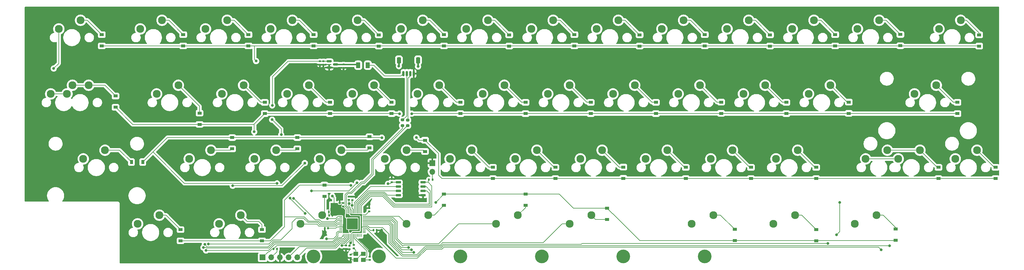
<source format=gbl>
%TF.GenerationSoftware,KiCad,Pcbnew,(6.0.6)*%
%TF.CreationDate,2022-08-16T14:09:32+02:00*%
%TF.ProjectId,rabid40,72616269-6434-4302-9e6b-696361645f70,rev?*%
%TF.SameCoordinates,Original*%
%TF.FileFunction,Copper,L2,Bot*%
%TF.FilePolarity,Positive*%
%FSLAX46Y46*%
G04 Gerber Fmt 4.6, Leading zero omitted, Abs format (unit mm)*
G04 Created by KiCad (PCBNEW (6.0.6)) date 2022-08-16 14:09:32*
%MOMM*%
%LPD*%
G01*
G04 APERTURE LIST*
G04 Aperture macros list*
%AMRoundRect*
0 Rectangle with rounded corners*
0 $1 Rounding radius*
0 $2 $3 $4 $5 $6 $7 $8 $9 X,Y pos of 4 corners*
0 Add a 4 corners polygon primitive as box body*
4,1,4,$2,$3,$4,$5,$6,$7,$8,$9,$2,$3,0*
0 Add four circle primitives for the rounded corners*
1,1,$1+$1,$2,$3*
1,1,$1+$1,$4,$5*
1,1,$1+$1,$6,$7*
1,1,$1+$1,$8,$9*
0 Add four rect primitives between the rounded corners*
20,1,$1+$1,$2,$3,$4,$5,0*
20,1,$1+$1,$4,$5,$6,$7,0*
20,1,$1+$1,$6,$7,$8,$9,0*
20,1,$1+$1,$8,$9,$2,$3,0*%
G04 Aperture macros list end*
%TA.AperFunction,SMDPad,CuDef*%
%ADD10RoundRect,0.150000X-0.150000X-0.625000X0.150000X-0.625000X0.150000X0.625000X-0.150000X0.625000X0*%
%TD*%
%TA.AperFunction,SMDPad,CuDef*%
%ADD11RoundRect,0.250000X-0.350000X-0.650000X0.350000X-0.650000X0.350000X0.650000X-0.350000X0.650000X0*%
%TD*%
%TA.AperFunction,ComponentPad*%
%ADD12C,2.300000*%
%TD*%
%TA.AperFunction,ComponentPad*%
%ADD13R,1.700000X1.700000*%
%TD*%
%TA.AperFunction,ComponentPad*%
%ADD14O,1.700000X1.700000*%
%TD*%
%TA.AperFunction,ComponentPad*%
%ADD15C,4.000000*%
%TD*%
%TA.AperFunction,SMDPad,CuDef*%
%ADD16RoundRect,0.140000X0.170000X-0.140000X0.170000X0.140000X-0.170000X0.140000X-0.170000X-0.140000X0*%
%TD*%
%TA.AperFunction,SMDPad,CuDef*%
%ADD17R,1.200000X0.900000*%
%TD*%
%TA.AperFunction,SMDPad,CuDef*%
%ADD18RoundRect,0.050000X0.387500X0.050000X-0.387500X0.050000X-0.387500X-0.050000X0.387500X-0.050000X0*%
%TD*%
%TA.AperFunction,SMDPad,CuDef*%
%ADD19RoundRect,0.050000X0.050000X0.387500X-0.050000X0.387500X-0.050000X-0.387500X0.050000X-0.387500X0*%
%TD*%
%TA.AperFunction,ComponentPad*%
%ADD20C,0.600000*%
%TD*%
%TA.AperFunction,SMDPad,CuDef*%
%ADD21RoundRect,0.144000X1.456000X1.456000X-1.456000X1.456000X-1.456000X-1.456000X1.456000X-1.456000X0*%
%TD*%
%TA.AperFunction,SMDPad,CuDef*%
%ADD22RoundRect,0.135000X0.135000X0.185000X-0.135000X0.185000X-0.135000X-0.185000X0.135000X-0.185000X0*%
%TD*%
%TA.AperFunction,SMDPad,CuDef*%
%ADD23RoundRect,0.140000X-0.170000X0.140000X-0.170000X-0.140000X0.170000X-0.140000X0.170000X0.140000X0*%
%TD*%
%TA.AperFunction,SMDPad,CuDef*%
%ADD24RoundRect,0.140000X0.140000X0.170000X-0.140000X0.170000X-0.140000X-0.170000X0.140000X-0.170000X0*%
%TD*%
%TA.AperFunction,SMDPad,CuDef*%
%ADD25R,0.900000X1.200000*%
%TD*%
%TA.AperFunction,SMDPad,CuDef*%
%ADD26RoundRect,0.135000X0.185000X-0.135000X0.185000X0.135000X-0.185000X0.135000X-0.185000X-0.135000X0*%
%TD*%
%TA.AperFunction,SMDPad,CuDef*%
%ADD27RoundRect,0.150000X0.650000X0.150000X-0.650000X0.150000X-0.650000X-0.150000X0.650000X-0.150000X0*%
%TD*%
%TA.AperFunction,SMDPad,CuDef*%
%ADD28RoundRect,0.150000X-0.587500X-0.150000X0.587500X-0.150000X0.587500X0.150000X-0.587500X0.150000X0*%
%TD*%
%TA.AperFunction,SMDPad,CuDef*%
%ADD29R,1.400000X1.200000*%
%TD*%
%TA.AperFunction,SMDPad,CuDef*%
%ADD30RoundRect,0.200000X-0.275000X0.200000X-0.275000X-0.200000X0.275000X-0.200000X0.275000X0.200000X0*%
%TD*%
%TA.AperFunction,SMDPad,CuDef*%
%ADD31RoundRect,0.250000X0.375000X0.625000X-0.375000X0.625000X-0.375000X-0.625000X0.375000X-0.625000X0*%
%TD*%
%TA.AperFunction,SMDPad,CuDef*%
%ADD32RoundRect,0.140000X-0.140000X-0.170000X0.140000X-0.170000X0.140000X0.170000X-0.140000X0.170000X0*%
%TD*%
%TA.AperFunction,ViaPad*%
%ADD33C,0.800000*%
%TD*%
%TA.AperFunction,Conductor*%
%ADD34C,0.200000*%
%TD*%
%TA.AperFunction,Conductor*%
%ADD35C,0.508000*%
%TD*%
%TA.AperFunction,Conductor*%
%ADD36C,0.406400*%
%TD*%
G04 APERTURE END LIST*
D10*
%TO.P,J2,1,Pin_1*%
%TO.N,VBUS*%
X115150000Y-58480000D03*
%TO.P,J2,2,Pin_2*%
%TO.N,D_N*%
X116150000Y-58480000D03*
%TO.P,J2,3,Pin_3*%
%TO.N,D_P*%
X117150000Y-58480000D03*
%TO.P,J2,4,Pin_4*%
%TO.N,GND*%
X118150000Y-58480000D03*
D11*
%TO.P,J2,MP*%
%TO.N,N/C*%
X119450000Y-54605000D03*
X113850000Y-54605000D03*
%TD*%
D12*
%TO.P,P1,1,1*%
%TO.N,Col10*%
X209738750Y-45393750D03*
%TO.P,P1,2,2*%
%TO.N,Net-(D39-Pad2)*%
X216088750Y-42853750D03*
%TD*%
%TO.P,Q1,1,1*%
%TO.N,Col1*%
X38288750Y-45393750D03*
%TO.P,Q1,2,2*%
%TO.N,Net-(D4-Pad2)*%
X44638750Y-42853750D03*
%TD*%
%TO.P,W1,1,1*%
%TO.N,Col2*%
X57338750Y-45393750D03*
%TO.P,W1,2,2*%
%TO.N,Net-(D7-Pad2)*%
X63688750Y-42853750D03*
%TD*%
%TO.P,G1,1,1*%
%TO.N,Col5*%
X119251250Y-64443750D03*
%TO.P,G1,2,2*%
%TO.N,Net-(D20-Pad2)*%
X125601250Y-61903750D03*
%TD*%
%TO.P,D46,1,1*%
%TO.N,Col3*%
X81151250Y-64443750D03*
%TO.P,D46,2,2*%
%TO.N,Net-(D12-Pad2)*%
X87501250Y-61903750D03*
%TD*%
%TO.P,E1,1,1*%
%TO.N,Col3*%
X76388750Y-45393750D03*
%TO.P,E1,2,2*%
%TO.N,Net-(D11-Pad2)*%
X82738750Y-42853750D03*
%TD*%
%TO.P,;1,1,1*%
%TO.N,Col10*%
X214501250Y-64443750D03*
%TO.P,;1,2,2*%
%TO.N,Net-(;1-Pad2)*%
X220851250Y-61903750D03*
%TD*%
%TO.P,T1,1,1*%
%TO.N,Col5*%
X114488750Y-45393750D03*
%TO.P,T1,2,2*%
%TO.N,Net-(D19-Pad2)*%
X120838750Y-42853750D03*
%TD*%
%TO.P,J3,1,1*%
%TO.N,Col7*%
X157351250Y-64443750D03*
%TO.P,J3,2,2*%
%TO.N,Net-(D28-Pad2)*%
X163701250Y-61903750D03*
%TD*%
%TO.P,WIN1,1,1*%
%TO.N,Col2*%
X37494997Y-102543762D03*
%TO.P,WIN1,2,2*%
%TO.N,Net-(D10-Pad2)*%
X43844997Y-100003762D03*
%TD*%
%TO.P,ALT2,1,1*%
%TO.N,Col9*%
X223232497Y-102543762D03*
%TO.P,ALT2,2,2*%
%TO.N,Net-(Alt2-Pad2)*%
X229582497Y-100003762D03*
%TD*%
D13*
%TO.P,J1,1,Pin_1*%
%TO.N,~{RESET}*%
X74020000Y-112390000D03*
D14*
%TO.P,J1,2,Pin_2*%
%TO.N,+3V3*%
X76560000Y-112390000D03*
%TO.P,J1,3,Pin_3*%
%TO.N,GND*%
X79100000Y-112390000D03*
%TO.P,J1,4,Pin_4*%
%TO.N,SWD*%
X81640000Y-112390000D03*
%TO.P,J1,5,Pin_5*%
%TO.N,SWCLK*%
X84180000Y-112390000D03*
%TD*%
D12*
%TO.P,H1,1,1*%
%TO.N,Col6*%
X138301250Y-64443750D03*
%TO.P,H1,2,2*%
%TO.N,Net-(D24-Pad2)*%
X144651250Y-61903750D03*
%TD*%
%TO.P,<1,1,1*%
%TO.N,Col8*%
X185926250Y-83493750D03*
%TO.P,<1,2,2*%
%TO.N,Net-(<1-Pad2)*%
X192276250Y-80953750D03*
%TD*%
D15*
%TO.P,Stab_Spc2.25,*%
%TO.N,*%
X107993520Y-112064148D03*
X131806020Y-112064148D03*
%TD*%
D12*
%TO.P,U4,1,1*%
%TO.N,Col7*%
X152588750Y-45393750D03*
%TO.P,U4,2,2*%
%TO.N,Net-(D27-Pad2)*%
X158938750Y-42853750D03*
%TD*%
%TO.P,L1,1,1*%
%TO.N,Col9*%
X195451250Y-64443750D03*
%TO.P,L1,2,2*%
%TO.N,Net-(D36-Pad2)*%
X201801250Y-61903750D03*
%TD*%
D15*
%TO.P,Stab_Spc7u1,*%
%TO.N,*%
X203230000Y-112068750D03*
X88930000Y-112068750D03*
%TD*%
D12*
%TO.P,TAB1,1,1*%
%TO.N,Col0*%
X14476250Y-45393750D03*
%TO.P,TAB1,2,2*%
%TO.N,Net-(D1-Pad2)*%
X20826250Y-42853750D03*
%TD*%
%TO.P,[1,1,1*%
%TO.N,Col11*%
X228788750Y-45393750D03*
%TO.P,[1,2,2*%
%TO.N,Net-(D43-Pad2)*%
X235138750Y-42853750D03*
%TD*%
%TO.P,I1,1,1*%
%TO.N,Col8*%
X171638750Y-45393750D03*
%TO.P,I1,2,2*%
%TO.N,Net-(D31-Pad2)*%
X177988750Y-42853750D03*
%TD*%
%TO.P,F2,1,1*%
%TO.N,Col4*%
X100201250Y-64443750D03*
%TO.P,F2,2,2*%
%TO.N,Net-(D16-Pad2)*%
X106551250Y-61903750D03*
%TD*%
%TO.P,STEPCTRL1,1,1*%
%TO.N,Col0*%
X12095000Y-64443750D03*
%TO.P,STEPCTRL1,2,2*%
%TO.N,Net-(CTRL1-Pad2)*%
X18445000Y-61903750D03*
%TD*%
%TO.P,V1,1,1*%
%TO.N,Col4*%
X109726250Y-83493750D03*
%TO.P,V1,2,2*%
%TO.N,Net-(D17-Pad2)*%
X116076250Y-80953750D03*
%TD*%
%TO.P,SHIFT3,1,1*%
%TO.N,Col12*%
X259745000Y-83493750D03*
%TO.P,SHIFT3,2,2*%
%TO.N,Net-(D49-Pad2)*%
X266095000Y-80953750D03*
%TD*%
%TO.P,CTRL1,1,1*%
%TO.N,Col0*%
X16857500Y-64443750D03*
%TO.P,CTRL1,2,2*%
%TO.N,Net-(CTRL1-Pad2)*%
X23207500Y-61903750D03*
%TD*%
%TO.P,BSPC1,1,1*%
%TO.N,Col13*%
X271651250Y-45393750D03*
%TO.P,BSPC1,2,2*%
%TO.N,Net-(BSPC1-Pad2)*%
X278001250Y-42853750D03*
%TD*%
%TO.P,SPACE_7u1,1,1*%
%TO.N,Col6*%
X142270000Y-102543750D03*
%TO.P,SPACE_7u1,2,2*%
%TO.N,Net-(D26-Pad2)*%
X148620000Y-100003750D03*
%TD*%
%TO.P,Y2,1,1*%
%TO.N,Col6*%
X133538750Y-45393750D03*
%TO.P,Y2,2,2*%
%TO.N,Net-(D23-Pad2)*%
X139888750Y-42853750D03*
%TD*%
D15*
%TO.P,Stab_Spc2.75,*%
%TO.N,*%
X179417500Y-112068750D03*
X155605000Y-112068750D03*
%TD*%
D12*
%TO.P,SHIFT2,1,1*%
%TO.N,Col12*%
X250220000Y-83493750D03*
%TO.P,SHIFT2,2,2*%
%TO.N,Net-(D49-Pad2)*%
X256570000Y-80953750D03*
%TD*%
%TO.P,SPACE2.25,1,1*%
%TO.N,Col5*%
X116076250Y-102543750D03*
%TO.P,SPACE2.25,2,2*%
%TO.N,Net-(D22-Pad2)*%
X122426250Y-100003750D03*
%TD*%
%TO.P,SPACE2.75,1,1*%
%TO.N,Col7*%
X163701250Y-102543750D03*
%TO.P,SPACE2.75,2,2*%
%TO.N,Net-(D30-Pad2)*%
X170051250Y-100003750D03*
%TD*%
%TO.P,FN1,1,1*%
%TO.N,Col13*%
X276413750Y-83493750D03*
%TO.P,FN1,2,2*%
%TO.N,Net-(D52-Pad2)*%
X282763750Y-80953750D03*
%TD*%
%TO.P,B1,1,1*%
%TO.N,Col5*%
X128776250Y-83493750D03*
%TO.P,B1,2,2*%
%TO.N,Net-(B1-Pad2)*%
X135126250Y-80953750D03*
%TD*%
%TO.P,SHIFT1,1,1*%
%TO.N,Col0*%
X21620000Y-83493750D03*
%TO.P,SHIFT1,2,2*%
%TO.N,Net-(D3-Pad2)*%
X27970000Y-80953750D03*
%TD*%
%TO.P,ALT1,1,1*%
%TO.N,Col3*%
X61307497Y-102543762D03*
%TO.P,ALT1,2,2*%
%TO.N,Net-(Alt1-Pad2)*%
X67657497Y-100003762D03*
%TD*%
%TO.P,M1,1,1*%
%TO.N,Col7*%
X166876250Y-83493750D03*
%TO.P,M1,2,2*%
%TO.N,Net-(D29-Pad2)*%
X173226250Y-80953750D03*
%TD*%
%TO.P,Z1,1,1*%
%TO.N,Col1*%
X52576250Y-83493750D03*
%TO.P,Z1,2,2*%
%TO.N,Net-(D6-Pad2)*%
X58926250Y-80953750D03*
%TD*%
%TO.P,C18,1,1*%
%TO.N,Col3*%
X90676250Y-83493750D03*
%TO.P,C18,2,2*%
%TO.N,Net-(C18-Pad2)*%
X97026250Y-80953750D03*
%TD*%
%TO.P,S1,1,1*%
%TO.N,Col2*%
X62101250Y-64443750D03*
%TO.P,S1,2,2*%
%TO.N,Net-(D8-Pad2)*%
X68451250Y-61903750D03*
%TD*%
%TO.P,A1,1,1*%
%TO.N,Col1*%
X43051250Y-64443750D03*
%TO.P,A1,2,2*%
%TO.N,Net-(A1-Pad2)*%
X49401250Y-61903750D03*
%TD*%
%TO.P,'1,1,1*%
%TO.N,Col11*%
X233551250Y-64443750D03*
%TO.P,'1,2,2*%
%TO.N,Net-('1-Pad2)*%
X239901250Y-61903750D03*
%TD*%
%TO.P,X1,1,1*%
%TO.N,Col2*%
X71626250Y-83493750D03*
%TO.P,X1,2,2*%
%TO.N,Net-(D9-Pad2)*%
X77976250Y-80953750D03*
%TD*%
%TO.P,/1,1,1*%
%TO.N,Col10*%
X224026250Y-83493750D03*
%TO.P,/1,2,2*%
%TO.N,Net-(/1-Pad2)*%
X230376250Y-80953750D03*
%TD*%
%TO.P,R6,1,1*%
%TO.N,Col4*%
X95438750Y-45393750D03*
%TO.P,R6,2,2*%
%TO.N,Net-(D15-Pad2)*%
X101788750Y-42853750D03*
%TD*%
%TO.P,RMOD11,1,1*%
%TO.N,Col8*%
X199420000Y-102543750D03*
%TO.P,RMOD11,2,2*%
%TO.N,Net-(D34-Pad2)*%
X205770000Y-100003750D03*
%TD*%
%TO.P,K1,1,1*%
%TO.N,Col8*%
X176401250Y-64443750D03*
%TO.P,K1,2,2*%
%TO.N,Net-(D32-Pad2)*%
X182751250Y-61903750D03*
%TD*%
%TO.P,WIN2,1,1*%
%TO.N,Col10*%
X247045000Y-102543750D03*
%TO.P,WIN2,2,2*%
%TO.N,Net-(D42-Pad2)*%
X253395000Y-100003750D03*
%TD*%
%TO.P,>1,1,1*%
%TO.N,Col9*%
X204976250Y-83493750D03*
%TO.P,>1,2,2*%
%TO.N,Net-(>1-Pad2)*%
X211326250Y-80953750D03*
%TD*%
%TO.P,N1,1,1*%
%TO.N,Col6*%
X147826250Y-83493750D03*
%TO.P,N1,2,2*%
%TO.N,Net-(D25-Pad2)*%
X154176250Y-80953750D03*
%TD*%
%TO.P,]1,1,1*%
%TO.N,Col12*%
X247838750Y-45393750D03*
%TO.P,]1,2,2*%
%TO.N,Net-(D47-Pad2)*%
X254188750Y-42853750D03*
%TD*%
%TO.P,ENTER1,1,1*%
%TO.N,Col12*%
X264507500Y-64443750D03*
%TO.P,ENTER1,2,2*%
%TO.N,Net-(D48-Pad2)*%
X270857500Y-61903750D03*
%TD*%
%TO.P,O1,1,1*%
%TO.N,Col9*%
X190688750Y-45393750D03*
%TO.P,O1,2,2*%
%TO.N,Net-(D35-Pad2)*%
X197038750Y-42853750D03*
%TD*%
%TO.P,LMOD1,1,1*%
%TO.N,Col4*%
X85120000Y-102543750D03*
%TO.P,LMOD1,2,2*%
%TO.N,Net-(D18-Pad2)*%
X91470000Y-100003750D03*
%TD*%
D16*
%TO.P,C11,1*%
%TO.N,GND*%
X97667500Y-56791250D03*
%TO.P,C11,2*%
%TO.N,+5V*%
X97667500Y-55831250D03*
%TD*%
D17*
%TO.P,D32,1,K*%
%TO.N,Row1*%
X188942500Y-70221250D03*
%TO.P,D32,2,A*%
%TO.N,Net-(D32-Pad2)*%
X188942500Y-66921250D03*
%TD*%
D18*
%TO.P,U1,1,IOVDD*%
%TO.N,+3V3*%
X103692500Y-99897500D03*
%TO.P,U1,2,GPIO0*%
%TO.N,Col5*%
X103692500Y-100297500D03*
%TO.P,U1,3,GPIO1*%
%TO.N,Col6*%
X103692500Y-100697500D03*
%TO.P,U1,4,GPIO2*%
%TO.N,Col7*%
X103692500Y-101097500D03*
%TO.P,U1,5,GPIO3*%
%TO.N,Col8*%
X103692500Y-101497500D03*
%TO.P,U1,6,GPIO4*%
%TO.N,Col9*%
X103692500Y-101897500D03*
%TO.P,U1,7,GPIO5*%
%TO.N,Col10*%
X103692500Y-102297500D03*
%TO.P,U1,8,GPIO6*%
%TO.N,Col11*%
X103692500Y-102697500D03*
%TO.P,U1,9,GPIO7*%
%TO.N,Col12*%
X103692500Y-103097500D03*
%TO.P,U1,10,IOVDD*%
%TO.N,+3V3*%
X103692500Y-103497500D03*
%TO.P,U1,11,GPIO8*%
%TO.N,Col13*%
X103692500Y-103897500D03*
%TO.P,U1,12,GPIO9*%
%TO.N,unconnected-(U1-Pad12)*%
X103692500Y-104297500D03*
%TO.P,U1,13,GPIO10*%
%TO.N,unconnected-(U1-Pad13)*%
X103692500Y-104697500D03*
%TO.P,U1,14,GPIO11*%
%TO.N,unconnected-(U1-Pad14)*%
X103692500Y-105097500D03*
D19*
%TO.P,U1,15,GPIO12*%
%TO.N,unconnected-(U1-Pad15)*%
X102855000Y-105935000D03*
%TO.P,U1,16,GPIO13*%
%TO.N,unconnected-(U1-Pad16)*%
X102455000Y-105935000D03*
%TO.P,U1,17,GPIO14*%
%TO.N,unconnected-(U1-Pad17)*%
X102055000Y-105935000D03*
%TO.P,U1,18,GPIO15*%
%TO.N,unconnected-(U1-Pad18)*%
X101655000Y-105935000D03*
%TO.P,U1,19,TESTEN*%
%TO.N,GND*%
X101255000Y-105935000D03*
%TO.P,U1,20,XTAL_IN*%
%TO.N,XTAL_IN*%
X100855000Y-105935000D03*
%TO.P,U1,21,XTAL_OUT*%
%TO.N,XTAL_OUT*%
X100455000Y-105935000D03*
%TO.P,U1,22,IOVDD*%
%TO.N,+3V3*%
X100055000Y-105935000D03*
%TO.P,U1,23,DVDD*%
%TO.N,+1V1*%
X99655000Y-105935000D03*
%TO.P,U1,24,SWCLK*%
%TO.N,SWCLK*%
X99255000Y-105935000D03*
%TO.P,U1,25,SWDIO*%
%TO.N,SWD*%
X98855000Y-105935000D03*
%TO.P,U1,26,~{RUN}*%
%TO.N,~{RESET}*%
X98455000Y-105935000D03*
%TO.P,U1,27,GPIO16*%
%TO.N,Col0*%
X98055000Y-105935000D03*
%TO.P,U1,28,GPIO17*%
%TO.N,Col1*%
X97655000Y-105935000D03*
D18*
%TO.P,U1,29,GPIO18*%
%TO.N,Col2*%
X96817500Y-105097500D03*
%TO.P,U1,30,GPIO19*%
%TO.N,Row1*%
X96817500Y-104697500D03*
%TO.P,U1,31,GPIO20*%
%TO.N,unconnected-(U1-Pad31)*%
X96817500Y-104297500D03*
%TO.P,U1,32,GPIO21*%
%TO.N,unconnected-(U1-Pad32)*%
X96817500Y-103897500D03*
%TO.P,U1,33,IOVDD*%
%TO.N,+3V3*%
X96817500Y-103497500D03*
%TO.P,U1,34,GPIO22*%
%TO.N,unconnected-(U1-Pad34)*%
X96817500Y-103097500D03*
%TO.P,U1,35,GPIO23*%
%TO.N,Col4*%
X96817500Y-102697500D03*
%TO.P,U1,36,GPIO24*%
%TO.N,Col3*%
X96817500Y-102297500D03*
%TO.P,U1,37,GPIO25*%
%TO.N,unconnected-(U1-Pad37)*%
X96817500Y-101897500D03*
%TO.P,U1,38,GPIO26/ADC0*%
%TO.N,Row3*%
X96817500Y-101497500D03*
%TO.P,U1,39,GPIO27/ADC1*%
%TO.N,Row2*%
X96817500Y-101097500D03*
%TO.P,U1,40,GPIO28/ADC2*%
%TO.N,unconnected-(U1-Pad40)*%
X96817500Y-100697500D03*
%TO.P,U1,41,GPIO29/ADC3*%
%TO.N,Row0*%
X96817500Y-100297500D03*
%TO.P,U1,42,IOVDD*%
%TO.N,+3V3*%
X96817500Y-99897500D03*
D19*
%TO.P,U1,43,ADC_AVDD*%
X97655000Y-99060000D03*
%TO.P,U1,44,VREG_VIN*%
X98055000Y-99060000D03*
%TO.P,U1,45,VREG_VOUT*%
%TO.N,+1V1*%
X98455000Y-99060000D03*
%TO.P,U1,46,D-*%
%TO.N,/D_-*%
X98855000Y-99060000D03*
%TO.P,U1,47,D+*%
%TO.N,/D_+*%
X99255000Y-99060000D03*
%TO.P,U1,48,USB_VDD*%
%TO.N,+3V3*%
X99655000Y-99060000D03*
%TO.P,U1,49,IOVDD*%
X100055000Y-99060000D03*
%TO.P,U1,50,DVDD*%
%TO.N,+1V1*%
X100455000Y-99060000D03*
%TO.P,U1,51,QSPI_SD3*%
%TO.N,SD3*%
X100855000Y-99060000D03*
%TO.P,U1,52,QSPI_SCLK*%
%TO.N,QSPI_CLK*%
X101255000Y-99060000D03*
%TO.P,U1,53,QSPI_SD0*%
%TO.N,SD0*%
X101655000Y-99060000D03*
%TO.P,U1,54,QSPI_SD2*%
%TO.N,SD2*%
X102055000Y-99060000D03*
%TO.P,U1,55,QSPI_SD1*%
%TO.N,SD1*%
X102455000Y-99060000D03*
%TO.P,U1,56,QSPI_SS_N*%
%TO.N,CS*%
X102855000Y-99060000D03*
D20*
%TO.P,U1,57,GND*%
%TO.N,GND*%
X101530000Y-101222500D03*
X100255000Y-101222500D03*
X98980000Y-101222500D03*
X98980000Y-103772500D03*
X101530000Y-102497500D03*
D21*
X100255000Y-102497500D03*
D20*
X100255000Y-102497500D03*
X98980000Y-102497500D03*
X100255000Y-103772500D03*
X101530000Y-103772500D03*
%TD*%
D17*
%TO.P,D1,1,K*%
%TO.N,Row0*%
X27017500Y-50377500D03*
%TO.P,D1,2,A*%
%TO.N,Net-(D1-Pad2)*%
X27017500Y-47077500D03*
%TD*%
%TO.P,D20,1,K*%
%TO.N,Row1*%
X131792500Y-70221250D03*
%TO.P,D20,2,A*%
%TO.N,Net-(D20-Pad2)*%
X131792500Y-66921250D03*
%TD*%
%TO.P,D44,1,K*%
%TO.N,Row1*%
X245298750Y-70158750D03*
%TO.P,D44,2,A*%
%TO.N,Net-('1-Pad2)*%
X245298750Y-66858750D03*
%TD*%
D16*
%TO.P,C6,1*%
%TO.N,+3V3*%
X96537500Y-97417500D03*
%TO.P,C6,2*%
%TO.N,GND*%
X96537500Y-96457500D03*
%TD*%
D17*
%TO.P,D39,1,K*%
%TO.N,Row0*%
X222280000Y-50440000D03*
%TO.P,D39,2,A*%
%TO.N,Net-(D39-Pad2)*%
X222280000Y-47140000D03*
%TD*%
%TO.P,D15,1,K*%
%TO.N,Row0*%
X107980000Y-50440000D03*
%TO.P,D15,2,A*%
%TO.N,Net-(D15-Pad2)*%
X107980000Y-47140000D03*
%TD*%
%TO.P,D26,1,K*%
%TO.N,Row3*%
X150842500Y-93846250D03*
%TO.P,D26,2,A*%
%TO.N,Net-(D26-Pad2)*%
X150842500Y-97146250D03*
%TD*%
%TO.P,D4,1,K*%
%TO.N,Row0*%
X50830000Y-50377500D03*
%TO.P,D4,2,A*%
%TO.N,Net-(D4-Pad2)*%
X50830000Y-47077500D03*
%TD*%
D22*
%TO.P,R4,1*%
%TO.N,/~{USB_BOOT}*%
X123650000Y-89560000D03*
%TO.P,R4,2*%
%TO.N,CS*%
X122630000Y-89560000D03*
%TD*%
D23*
%TO.P,C4,1*%
%TO.N,+3V3*%
X90787500Y-54891250D03*
%TO.P,C4,2*%
%TO.N,GND*%
X90787500Y-55851250D03*
%TD*%
D17*
%TO.P,D10,1,K*%
%TO.N,Row3*%
X50036250Y-107527500D03*
%TO.P,D10,2,A*%
%TO.N,Net-(D10-Pad2)*%
X50036250Y-104227500D03*
%TD*%
%TO.P,D24,1,K*%
%TO.N,Row1*%
X150842500Y-70221250D03*
%TO.P,D24,2,A*%
%TO.N,Net-(D24-Pad2)*%
X150842500Y-66921250D03*
%TD*%
D13*
%TO.P,SW7,1,1*%
%TO.N,GND*%
X123630000Y-84760000D03*
D14*
%TO.P,SW7,2,2*%
%TO.N,/~{USB_BOOT}*%
X123630000Y-87300000D03*
%TD*%
D24*
%TO.P,C5,1*%
%TO.N,+3V3*%
X94377500Y-99087500D03*
%TO.P,C5,2*%
%TO.N,GND*%
X93417500Y-99087500D03*
%TD*%
D17*
%TO.P,D28,1,K*%
%TO.N,Row1*%
X169892500Y-70221250D03*
%TO.P,D28,2,A*%
%TO.N,Net-(D28-Pad2)*%
X169892500Y-66921250D03*
%TD*%
%TO.P,D49,1,K*%
%TO.N,Row2*%
X271492500Y-89271250D03*
%TO.P,D49,2,A*%
%TO.N,Net-(D49-Pad2)*%
X271492500Y-85971250D03*
%TD*%
D25*
%TO.P,D3,1,K*%
%TO.N,Row2*%
X38986250Y-84446250D03*
%TO.P,D3,2,A*%
%TO.N,Net-(D3-Pad2)*%
X35686250Y-84446250D03*
%TD*%
D17*
%TO.P,D17,1,K*%
%TO.N,Row2*%
X121473750Y-78033750D03*
%TO.P,D17,2,A*%
%TO.N,Net-(D17-Pad2)*%
X121473750Y-81333750D03*
%TD*%
%TO.P,D47,1,K*%
%TO.N,Row0*%
X260380000Y-50315000D03*
%TO.P,D47,2,A*%
%TO.N,Net-(D47-Pad2)*%
X260380000Y-47015000D03*
%TD*%
%TO.P,D42,1,K*%
%TO.N,Row3*%
X259025000Y-107400000D03*
%TO.P,D42,2,A*%
%TO.N,Net-(D42-Pad2)*%
X259025000Y-104100000D03*
%TD*%
%TO.P,D50,1,K*%
%TO.N,Row0*%
X283398750Y-50440000D03*
%TO.P,D50,2,A*%
%TO.N,Net-(BSPC1-Pad2)*%
X283398750Y-47140000D03*
%TD*%
%TO.P,D8,1,K*%
%TO.N,Row1*%
X74642500Y-70221250D03*
%TO.P,D8,2,A*%
%TO.N,Net-(D8-Pad2)*%
X74642500Y-66921250D03*
%TD*%
D26*
%TO.P,R5,1*%
%TO.N,/XTAL_O*%
X100627500Y-109737500D03*
%TO.P,R5,2*%
%TO.N,XTAL_OUT*%
X100627500Y-108717500D03*
%TD*%
D17*
%TO.P,D48,1,K*%
%TO.N,Row1*%
X277048750Y-70221250D03*
%TO.P,D48,2,A*%
%TO.N,Net-(D48-Pad2)*%
X277048750Y-66921250D03*
%TD*%
%TO.P,D34,1,K*%
%TO.N,Row3*%
X211961250Y-107465000D03*
%TO.P,D34,2,A*%
%TO.N,Net-(D34-Pad2)*%
X211961250Y-104165000D03*
%TD*%
%TO.P,D30,1,K*%
%TO.N,Row3*%
X174655000Y-97940000D03*
%TO.P,D30,2,A*%
%TO.N,Net-(D30-Pad2)*%
X174655000Y-101240000D03*
%TD*%
D27*
%TO.P,U2,1,~{CS}*%
%TO.N,CS*%
X120887500Y-90377500D03*
%TO.P,U2,2,DO(IO1)*%
%TO.N,SD1*%
X120887500Y-91647500D03*
%TO.P,U2,3,IO2*%
%TO.N,SD2*%
X120887500Y-92917500D03*
%TO.P,U2,4,GND*%
%TO.N,GND*%
X120887500Y-94187500D03*
%TO.P,U2,5,DI(IO0)*%
%TO.N,SD0*%
X113687500Y-94187500D03*
%TO.P,U2,6,CLK*%
%TO.N,QSPI_CLK*%
X113687500Y-92917500D03*
%TO.P,U2,7,IO3*%
%TO.N,SD3*%
X113687500Y-91647500D03*
%TO.P,U2,8,VCC*%
%TO.N,+3V3*%
X113687500Y-90377500D03*
%TD*%
D17*
%TO.P,D23,1,K*%
%TO.N,Row0*%
X146080000Y-50440000D03*
%TO.P,D23,2,A*%
%TO.N,Net-(D23-Pad2)*%
X146080000Y-47140000D03*
%TD*%
%TO.P,D41,1,K*%
%TO.N,Row2*%
X235773750Y-89271250D03*
%TO.P,D41,2,A*%
%TO.N,Net-(/1-Pad2)*%
X235773750Y-85971250D03*
%TD*%
%TO.P,D9,1,K*%
%TO.N,Row2*%
X84167500Y-77240000D03*
%TO.P,D9,2,A*%
%TO.N,Net-(D9-Pad2)*%
X84167500Y-80540000D03*
%TD*%
%TO.P,D12,1,K*%
%TO.N,Row1*%
X93692500Y-70221250D03*
%TO.P,D12,2,A*%
%TO.N,Net-(D12-Pad2)*%
X93692500Y-66921250D03*
%TD*%
D28*
%TO.P,U3,1,GND*%
%TO.N,GND*%
X93472500Y-56767500D03*
%TO.P,U3,2,VO*%
%TO.N,+3V3*%
X93472500Y-54867500D03*
%TO.P,U3,3,VI*%
%TO.N,+5V*%
X95347500Y-55817500D03*
%TD*%
D17*
%TO.P,D43,1,K*%
%TO.N,Row0*%
X241330000Y-50377500D03*
%TO.P,D43,2,A*%
%TO.N,Net-(D43-Pad2)*%
X241330000Y-47077500D03*
%TD*%
D23*
%TO.P,C2,1*%
%TO.N,+1V1*%
X98390000Y-108920000D03*
%TO.P,C2,2*%
%TO.N,GND*%
X98390000Y-109880000D03*
%TD*%
D16*
%TO.P,C15,1*%
%TO.N,GND*%
X91807500Y-55851250D03*
%TO.P,C15,2*%
%TO.N,+3V3*%
X91807500Y-54891250D03*
%TD*%
D17*
%TO.P,D29,1,K*%
%TO.N,Row2*%
X179417500Y-89208750D03*
%TO.P,D29,2,A*%
%TO.N,Net-(D29-Pad2)*%
X179417500Y-85908750D03*
%TD*%
D24*
%TO.P,C7,1*%
%TO.N,+3V3*%
X94385000Y-100116250D03*
%TO.P,C7,2*%
%TO.N,GND*%
X93425000Y-100116250D03*
%TD*%
%TO.P,C10,1*%
%TO.N,+3V3*%
X93160000Y-103810000D03*
%TO.P,C10,2*%
%TO.N,GND*%
X92200000Y-103810000D03*
%TD*%
D29*
%TO.P,Y1,1,1*%
%TO.N,/XTAL_O*%
X101237500Y-111377500D03*
%TO.P,Y1,2,2*%
%TO.N,GND*%
X103437500Y-111377500D03*
%TO.P,Y1,3,3*%
%TO.N,XTAL_IN*%
X103437500Y-113077500D03*
%TO.P,Y1,4,4*%
%TO.N,GND*%
X101237500Y-113077500D03*
%TD*%
D17*
%TO.P,D36,1,K*%
%TO.N,Row1*%
X207992500Y-70158750D03*
%TO.P,D36,2,A*%
%TO.N,Net-(D36-Pad2)*%
X207992500Y-66858750D03*
%TD*%
D30*
%TO.P,R1,1*%
%TO.N,D_P*%
X116420000Y-72120000D03*
%TO.P,R1,2*%
%TO.N,/D_+*%
X116420000Y-73770000D03*
%TD*%
D31*
%TO.P,F1,1*%
%TO.N,VBUS*%
X104753750Y-56040000D03*
%TO.P,F1,2*%
%TO.N,+5V*%
X101953750Y-56040000D03*
%TD*%
D16*
%TO.P,C13,1*%
%TO.N,+3V3*%
X105177500Y-98887500D03*
%TO.P,C13,2*%
%TO.N,GND*%
X105177500Y-97927500D03*
%TD*%
D17*
%TO.P,D25,1,K*%
%TO.N,Row2*%
X159573750Y-89271250D03*
%TO.P,D25,2,A*%
%TO.N,Net-(D25-Pad2)*%
X159573750Y-85971250D03*
%TD*%
%TO.P,D14,1,K*%
%TO.N,Row3*%
X73848750Y-107527500D03*
%TO.P,D14,2,A*%
%TO.N,Net-(ALT1-Pad2)*%
X73848750Y-104227500D03*
%TD*%
%TO.P,D52,1,K*%
%TO.N,Row2*%
X288161250Y-89271250D03*
%TO.P,D52,2,A*%
%TO.N,Net-(D52-Pad2)*%
X288161250Y-85971250D03*
%TD*%
D16*
%TO.P,C1,1*%
%TO.N,+1V1*%
X100230000Y-95560000D03*
%TO.P,C1,2*%
%TO.N,GND*%
X100230000Y-94600000D03*
%TD*%
D17*
%TO.P,D6,1,K*%
%TO.N,Row2*%
X65117500Y-77240000D03*
%TO.P,D6,2,A*%
%TO.N,Net-(D6-Pad2)*%
X65117500Y-80540000D03*
%TD*%
%TO.P,D40,1,K*%
%TO.N,Row1*%
X227042500Y-70221250D03*
%TO.P,D40,2,A*%
%TO.N,Net-(;1-Pad2)*%
X227042500Y-66921250D03*
%TD*%
D22*
%TO.P,R3,1*%
%TO.N,+3V3*%
X78200000Y-109900000D03*
%TO.P,R3,2*%
%TO.N,~{RESET}*%
X77180000Y-109900000D03*
%TD*%
D17*
%TO.P,D19,1,K*%
%TO.N,Row0*%
X127030000Y-50377500D03*
%TO.P,D19,2,A*%
%TO.N,Net-(D19-Pad2)*%
X127030000Y-47077500D03*
%TD*%
%TO.P,D2,1,K*%
%TO.N,Row1*%
X31050000Y-68360000D03*
%TO.P,D2,2,A*%
%TO.N,Net-(CTRL1-Pad2)*%
X31050000Y-65060000D03*
%TD*%
%TO.P,D18,1,K*%
%TO.N,Row3*%
X92090000Y-91170000D03*
%TO.P,D18,2,A*%
%TO.N,Net-(D18-Pad2)*%
X92090000Y-94470000D03*
%TD*%
%TO.P,D5,1,K*%
%TO.N,Row1*%
X55592500Y-73396250D03*
%TO.P,D5,2,A*%
%TO.N,Net-(A1-Pad2)*%
X55592500Y-70096250D03*
%TD*%
%TO.P,D21,1,K*%
%TO.N,Row2*%
X141317500Y-89271250D03*
%TO.P,D21,2,A*%
%TO.N,Net-(B1-Pad2)*%
X141317500Y-85971250D03*
%TD*%
%TO.P,D31,1,K*%
%TO.N,Row0*%
X184180000Y-50440000D03*
%TO.P,D31,2,A*%
%TO.N,Net-(D31-Pad2)*%
X184180000Y-47140000D03*
%TD*%
%TO.P,D16,1,K*%
%TO.N,Row1*%
X111710000Y-70220000D03*
%TO.P,D16,2,A*%
%TO.N,Net-(D16-Pad2)*%
X111710000Y-66920000D03*
%TD*%
%TO.P,D27,1,K*%
%TO.N,Row0*%
X165130000Y-50377500D03*
%TO.P,D27,2,A*%
%TO.N,Net-(D27-Pad2)*%
X165130000Y-47077500D03*
%TD*%
%TO.P,D13,1,K*%
%TO.N,Row2*%
X105257500Y-77007500D03*
%TO.P,D13,2,A*%
%TO.N,Net-(C18-Pad2)*%
X105257500Y-80307500D03*
%TD*%
%TO.P,D35,1,K*%
%TO.N,Row0*%
X203230000Y-50377500D03*
%TO.P,D35,2,A*%
%TO.N,Net-(D35-Pad2)*%
X203230000Y-47077500D03*
%TD*%
%TO.P,D38,1,K*%
%TO.N,Row3*%
X235773750Y-107527500D03*
%TO.P,D38,2,A*%
%TO.N,Net-(ALT2-Pad2)*%
X235773750Y-104227500D03*
%TD*%
D16*
%TO.P,C17,1*%
%TO.N,GND*%
X99696250Y-112548750D03*
%TO.P,C17,2*%
%TO.N,/XTAL_O*%
X99696250Y-111588750D03*
%TD*%
%TO.P,C8,1*%
%TO.N,+3V3*%
X111737500Y-90347500D03*
%TO.P,C8,2*%
%TO.N,GND*%
X111737500Y-89387500D03*
%TD*%
D17*
%TO.P,D11,1,K*%
%TO.N,Row0*%
X88930000Y-50377500D03*
%TO.P,D11,2,A*%
%TO.N,Net-(D11-Pad2)*%
X88930000Y-47077500D03*
%TD*%
D23*
%TO.P,C16,1*%
%TO.N,GND*%
X105340000Y-112150000D03*
%TO.P,C16,2*%
%TO.N,XTAL_IN*%
X105340000Y-113110000D03*
%TD*%
%TO.P,C14,1*%
%TO.N,+3V3*%
X99400000Y-109000000D03*
%TO.P,C14,2*%
%TO.N,GND*%
X99400000Y-109960000D03*
%TD*%
D30*
%TO.P,R2,1*%
%TO.N,D_N*%
X114880000Y-72060000D03*
%TO.P,R2,2*%
%TO.N,/D_-*%
X114880000Y-73710000D03*
%TD*%
D17*
%TO.P,D33,1,K*%
%TO.N,Row2*%
X197673750Y-89271250D03*
%TO.P,D33,2,A*%
%TO.N,Net-(<1-Pad2)*%
X197673750Y-85971250D03*
%TD*%
%TO.P,D22,1,K*%
%TO.N,Row3*%
X127030000Y-93846250D03*
%TO.P,D22,2,A*%
%TO.N,Net-(D22-Pad2)*%
X127030000Y-97146250D03*
%TD*%
D16*
%TO.P,C3,1*%
%TO.N,+1V1*%
X97537500Y-97417500D03*
%TO.P,C3,2*%
%TO.N,GND*%
X97537500Y-96457500D03*
%TD*%
%TO.P,C9,1*%
%TO.N,+3V3*%
X99210000Y-95540000D03*
%TO.P,C9,2*%
%TO.N,GND*%
X99210000Y-94580000D03*
%TD*%
D17*
%TO.P,D7,1,K*%
%TO.N,Row0*%
X69880000Y-50377500D03*
%TO.P,D7,2,A*%
%TO.N,Net-(D7-Pad2)*%
X69880000Y-47077500D03*
%TD*%
D32*
%TO.P,C12,1*%
%TO.N,+3V3*%
X106420000Y-104390000D03*
%TO.P,C12,2*%
%TO.N,GND*%
X107380000Y-104390000D03*
%TD*%
D17*
%TO.P,D37,1,K*%
%TO.N,Row2*%
X216723750Y-89271250D03*
%TO.P,D37,2,A*%
%TO.N,Net-(>1-Pad2)*%
X216723750Y-85971250D03*
%TD*%
D33*
%TO.N,*%
X113820000Y-56310000D03*
%TO.N,Col12*%
X257200000Y-109010000D03*
%TO.N,Col10*%
X118190373Y-110902186D03*
%TO.N,Col11*%
X241750000Y-105730000D03*
X242630000Y-96270000D03*
X239190000Y-108290000D03*
%TO.N,Col8*%
X116640000Y-109469500D03*
%TO.N,Col9*%
X117510000Y-110170000D03*
%TO.N,Col1*%
X56731407Y-109493146D03*
%TO.N,Col3*%
X65280000Y-91380000D03*
X86340000Y-84730000D03*
X58130000Y-108490000D03*
%TO.N,Col13*%
X254790000Y-110190000D03*
%TO.N,+1V1*%
X100155500Y-97110000D03*
X99260686Y-100298000D03*
X97170000Y-108880000D03*
X99660000Y-104697000D03*
%TO.N,GND*%
X89280000Y-55840000D03*
X105167500Y-96737500D03*
X105260000Y-110540000D03*
X98290000Y-111410000D03*
X96540000Y-95380000D03*
X99687500Y-113647500D03*
X93410000Y-95430000D03*
X95890000Y-59310000D03*
X101450000Y-94610000D03*
X110450000Y-89410000D03*
X93480000Y-58340000D03*
X92330000Y-105010000D03*
X108820000Y-104400000D03*
X117280000Y-92300000D03*
X118880000Y-94190000D03*
%TO.N,+3V3*%
X94420000Y-94430000D03*
X99755500Y-108110000D03*
X76830000Y-67830000D03*
X79460000Y-76380000D03*
X110670000Y-90790000D03*
X99270000Y-96590000D03*
X76810000Y-72000000D03*
%TO.N,Col0*%
X57501083Y-110358739D03*
X12980000Y-57000000D03*
%TO.N,Row0*%
X92917004Y-100987081D03*
X72120000Y-54820000D03*
%TO.N,Row1*%
X71570000Y-75550000D03*
X117560000Y-70240000D03*
X82024622Y-94984622D03*
X86420000Y-99470000D03*
X114020000Y-70240000D03*
X92720000Y-106957657D03*
%TO.N,Row2*%
X78240000Y-90680500D03*
X108850000Y-77280000D03*
X118960000Y-77250000D03*
X83035221Y-95095977D03*
%TO.N,Row3*%
X124610000Y-96250000D03*
X99840000Y-91250000D03*
%TO.N,Col4*%
X101600000Y-90490000D03*
X88320000Y-92880000D03*
%TO.N,D_N*%
X119450000Y-56430000D03*
%TO.N,Col2*%
X57134423Y-108578496D03*
%TD*%
D34*
%TO.N,*%
X113850000Y-56280000D02*
X113820000Y-56310000D01*
D35*
X113849988Y-54604996D02*
X113849988Y-56279999D01*
D34*
%TO.N,Col12*%
X110920000Y-105510050D02*
X110920000Y-108130000D01*
X103692500Y-103097500D02*
X104697500Y-103097500D01*
X105230000Y-103630000D02*
X109039950Y-103630000D01*
X126831371Y-109010000D02*
X257200000Y-109010000D01*
X119265686Y-112020000D02*
X121715685Y-109570000D01*
X110920000Y-108130000D02*
X114810000Y-112020000D01*
X121715685Y-109570000D02*
X126271370Y-109570000D01*
X114810000Y-112020000D02*
X119265686Y-112020000D01*
X109039950Y-103630000D02*
X110920000Y-105510050D01*
X126271370Y-109570000D02*
X126831371Y-109010000D01*
X259745000Y-83493750D02*
X250220000Y-83493750D01*
X104697500Y-103097500D02*
X105230000Y-103630000D01*
%TO.N,Net-('1-Pad2)*%
X244856250Y-66858750D02*
X245298750Y-66858750D01*
X239901250Y-61903750D02*
X244856250Y-66858750D01*
%TO.N,Col10*%
X111720000Y-107765686D02*
X111720000Y-102925686D01*
X114856500Y-110902186D02*
X111720000Y-107765686D01*
X118190373Y-110902186D02*
X114856500Y-110902186D01*
X111091814Y-102297500D02*
X103692500Y-102297500D01*
X111720000Y-102925686D02*
X111091814Y-102297500D01*
%TO.N,Net-(/1-Pad2)*%
X235773750Y-85971250D02*
X235393750Y-85971250D01*
X235393750Y-85971250D02*
X230376250Y-80953750D01*
%TO.N,Col11*%
X121550000Y-109170000D02*
X119100000Y-111620000D01*
X110926128Y-102697500D02*
X103692500Y-102697500D01*
X167136890Y-108550000D02*
X126725686Y-108550000D01*
X111320000Y-103091372D02*
X110926128Y-102697500D01*
X126725686Y-108550000D02*
X126105685Y-109170000D01*
X126105685Y-109170000D02*
X121550000Y-109170000D01*
X239190000Y-108290000D02*
X167396890Y-108290000D01*
X114980000Y-111620000D02*
X111320000Y-107960000D01*
X111320000Y-107960000D02*
X111320000Y-103091372D01*
X119100000Y-111620000D02*
X114980000Y-111620000D01*
X167396890Y-108290000D02*
X167136890Y-108550000D01*
X242630000Y-96270000D02*
X242630000Y-104850000D01*
X242630000Y-104850000D02*
X241750000Y-105730000D01*
%TO.N,Col8*%
X111661814Y-101497500D02*
X112482157Y-102317843D01*
X112482157Y-102317843D02*
X112520000Y-102355686D01*
X103692500Y-101497500D02*
X111661814Y-101497500D01*
X112520000Y-107410000D02*
X114579500Y-109469500D01*
X112520000Y-102355686D02*
X112520000Y-107410000D01*
X114579500Y-109469500D02*
X116640000Y-109469500D01*
%TO.N,Net-(<1-Pad2)*%
X197673750Y-85971250D02*
X197293750Y-85971250D01*
X197293750Y-85971250D02*
X192276250Y-80953750D01*
%TO.N,Col9*%
X111257500Y-101897500D02*
X112120000Y-102760000D01*
X112120000Y-107600000D02*
X114460000Y-109940000D01*
X114460000Y-109940000D02*
X114690000Y-110170000D01*
X112120000Y-103690000D02*
X112120000Y-107600000D01*
X103692500Y-101897500D02*
X111257500Y-101897500D01*
X112120000Y-102760000D02*
X112120000Y-103690000D01*
X114690000Y-110170000D02*
X117510000Y-110170000D01*
%TO.N,Net-(>1-Pad2)*%
X216723750Y-85971250D02*
X216343750Y-85971250D01*
X216343750Y-85971250D02*
X211326250Y-80953750D01*
%TO.N,Col1*%
X57483387Y-109493146D02*
X57670242Y-109680000D01*
X77458498Y-108060000D02*
X94734314Y-108060000D01*
X75838498Y-109680000D02*
X77458498Y-108060000D01*
X96214314Y-106580000D02*
X97010000Y-106580000D01*
X57670242Y-109680000D02*
X75838498Y-109680000D01*
X56731407Y-109493146D02*
X57483387Y-109493146D01*
X97010000Y-106580000D02*
X97655000Y-105935000D01*
X94734314Y-108060000D02*
X96214314Y-106580000D01*
%TO.N,Net-(A1-Pad2)*%
X55592500Y-68095000D02*
X49401250Y-61903750D01*
X55592500Y-70096250D02*
X55592500Y-68095000D01*
%TO.N,Col3*%
X79350000Y-107260000D02*
X82600000Y-104010000D01*
X58130000Y-108490000D02*
X75865686Y-108490000D01*
X95321372Y-102780000D02*
X95803872Y-102297500D01*
X87263750Y-102143750D02*
X90063750Y-102143750D01*
X77095687Y-107260000D02*
X79350000Y-107260000D01*
X83780000Y-100900000D02*
X86020000Y-100900000D01*
X75865686Y-108490000D02*
X77095687Y-107260000D01*
X95803872Y-102297500D02*
X96817500Y-102297500D01*
X86340000Y-84730000D02*
X79690000Y-91380000D01*
X90700000Y-102780000D02*
X95321372Y-102780000D01*
X86020000Y-100900000D02*
X87263750Y-102143750D01*
X82600000Y-102080000D02*
X83780000Y-100900000D01*
X79690000Y-91380000D02*
X65280000Y-91380000D01*
X82600000Y-104010000D02*
X82600000Y-102080000D01*
X90063750Y-102143750D02*
X90700000Y-102780000D01*
%TO.N,Net-(Alt1-Pad2)*%
X73848750Y-102818750D02*
X73848750Y-104227500D01*
X69533750Y-101880000D02*
X67657500Y-100003750D01*
X72910000Y-101880000D02*
X69533750Y-101880000D01*
X72910000Y-101880000D02*
X73848750Y-102818750D01*
%TO.N,Col5*%
X113830000Y-100297500D02*
X116076250Y-102543750D01*
X103692500Y-100297500D02*
X113830000Y-100297500D01*
%TO.N,Net-(B1-Pad2)*%
X140143750Y-85971250D02*
X141317500Y-85971250D01*
X135126250Y-80953750D02*
X140143750Y-85971250D01*
%TO.N,Col13*%
X126987056Y-109420000D02*
X126437055Y-109970000D01*
X104331815Y-103897500D02*
X103692500Y-103897500D01*
X119221371Y-112630000D02*
X113064314Y-112630000D01*
X121881371Y-109970000D02*
X119221371Y-112630000D01*
X113064314Y-112630000D02*
X104331815Y-103897500D01*
X126437055Y-109970000D02*
X121881371Y-109970000D01*
X254020000Y-109420000D02*
X126987056Y-109420000D01*
X254790000Y-110190000D02*
X254020000Y-109420000D01*
%TO.N,Net-(BSPC1-Pad2)*%
X278001250Y-42853750D02*
X279663750Y-42853750D01*
X283398750Y-46588750D02*
X283398750Y-47140000D01*
X279663750Y-42853750D02*
X283398750Y-46588750D01*
%TO.N,+1V1*%
X98390000Y-108920000D02*
X98390000Y-108485550D01*
X99650000Y-107410000D02*
X99655000Y-107405000D01*
X100155500Y-95634500D02*
X100230000Y-95560000D01*
X100155500Y-97110000D02*
X100155500Y-95634500D01*
X98390000Y-108920000D02*
X97210000Y-108920000D01*
X100455000Y-98305000D02*
X100455000Y-99060000D01*
X100155500Y-97110000D02*
X100155500Y-98005500D01*
X98455000Y-99865000D02*
X98470000Y-99880000D01*
X99465550Y-107410000D02*
X99650000Y-107410000D01*
X98455000Y-99060000D02*
X98455000Y-98335000D01*
X98390000Y-108485550D02*
X99465550Y-107410000D01*
X98455000Y-98335000D02*
X97537500Y-97417500D01*
X97210000Y-108920000D02*
X97170000Y-108880000D01*
X99655000Y-107405000D02*
X99655000Y-105935000D01*
X100155500Y-98005500D02*
X100455000Y-98305000D01*
X98455000Y-99060000D02*
X98455000Y-99865000D01*
%TO.N,GND*%
X99400000Y-110300000D02*
X99400000Y-109960000D01*
X93410000Y-98485000D02*
X93417500Y-98492500D01*
X99230000Y-94600000D02*
X99210000Y-94580000D01*
X93417500Y-100108750D02*
X93425000Y-100116250D01*
X100225000Y-113077500D02*
X99696250Y-112548750D01*
X105177500Y-96747500D02*
X105167500Y-96737500D01*
X91807500Y-55851250D02*
X89291250Y-55851250D01*
X95890000Y-58820000D02*
X97667500Y-57042500D01*
X105497500Y-110777500D02*
X105497500Y-112127500D01*
X92200000Y-104880000D02*
X92330000Y-105010000D01*
X93472500Y-56767500D02*
X93472500Y-58332500D01*
X118882500Y-94187500D02*
X118880000Y-94190000D01*
X101237500Y-113077500D02*
X100225000Y-113077500D01*
X98357500Y-109707500D02*
X98610000Y-109960000D01*
X96537500Y-96457500D02*
X96537500Y-96147500D01*
X101237500Y-113077500D02*
X101337500Y-113077500D01*
X105170000Y-110540000D02*
X101255000Y-106625000D01*
X111737500Y-89387500D02*
X110472500Y-89387500D01*
X97537500Y-96457500D02*
X96847500Y-96457500D01*
X98610000Y-109960000D02*
X99400000Y-109960000D01*
X98290000Y-111410000D02*
X99400000Y-110300000D01*
X120887500Y-94187500D02*
X118882500Y-94187500D01*
X101337500Y-113077500D02*
X103037500Y-111377500D01*
X105260000Y-110540000D02*
X105497500Y-110777500D01*
X93417500Y-99087500D02*
X93417500Y-100108750D01*
X95890000Y-59310000D02*
X95890000Y-58820000D01*
X100230000Y-94600000D02*
X101440000Y-94600000D01*
X93472500Y-58332500D02*
X93480000Y-58340000D01*
X97537500Y-96457500D02*
X96537500Y-96457500D01*
X96537500Y-95382500D02*
X96540000Y-95380000D01*
X100230000Y-94600000D02*
X99230000Y-94600000D01*
X105260000Y-110540000D02*
X105170000Y-110540000D01*
X105177500Y-97927500D02*
X105177500Y-96747500D01*
X110472500Y-89387500D02*
X110450000Y-89410000D01*
X103037500Y-111377500D02*
X103437500Y-111377500D01*
X99696250Y-112548750D02*
X99696250Y-113638750D01*
X99696250Y-113638750D02*
X99687500Y-113647500D01*
X96847500Y-96457500D02*
X96537500Y-96147500D01*
X93417500Y-98492500D02*
X93417500Y-99087500D01*
X92200000Y-103810000D02*
X92200000Y-104880000D01*
X96537500Y-96147500D02*
X96537500Y-95382500D01*
X97667500Y-57042500D02*
X97667500Y-56791250D01*
X107370000Y-104400000D02*
X108820000Y-104400000D01*
X89291250Y-55851250D02*
X89280000Y-55840000D01*
X101255000Y-106625000D02*
X101255000Y-105935000D01*
X93410000Y-95430000D02*
X93410000Y-98485000D01*
X101440000Y-94600000D02*
X101450000Y-94610000D01*
%TO.N,+3V3*%
X95518750Y-100116250D02*
X94385000Y-100116250D01*
X98055000Y-99060000D02*
X98055000Y-99300000D01*
X97457500Y-99897500D02*
X96817500Y-99897500D01*
X78200000Y-110750000D02*
X78200000Y-109900000D01*
X99238529Y-95568529D02*
X99210000Y-95540000D01*
X95735244Y-103497500D02*
X95422744Y-103810000D01*
X99238529Y-96288529D02*
X99238529Y-96558529D01*
X76830000Y-59530000D02*
X76830000Y-67830000D01*
X99238529Y-97421471D02*
X99238529Y-96288529D01*
X81468750Y-54891250D02*
X76890000Y-59470000D01*
X95367500Y-97417500D02*
X94930000Y-96980000D01*
X95422744Y-103810000D02*
X93160000Y-103810000D01*
X99655000Y-98185000D02*
X99655000Y-97837942D01*
X97655000Y-98535000D02*
X96537500Y-97417500D01*
X104167500Y-99897500D02*
X105177500Y-98887500D01*
X110670000Y-90790000D02*
X111295000Y-90790000D01*
X99655000Y-97837942D02*
X99238529Y-97421471D01*
X100055000Y-98585000D02*
X99655000Y-98185000D01*
X100055000Y-105935000D02*
X100055000Y-105291950D01*
X111767500Y-90377500D02*
X111737500Y-90347500D01*
X99655000Y-99060000D02*
X99655000Y-98185000D01*
X94385000Y-100116250D02*
X94385000Y-99095000D01*
X94930000Y-94940000D02*
X94930000Y-96980000D01*
X111295000Y-90790000D02*
X111737500Y-90347500D01*
X103692500Y-103497500D02*
X102927500Y-103497500D01*
X97655000Y-99060000D02*
X97655000Y-98535000D01*
X99755500Y-108110000D02*
X99755500Y-108389500D01*
X98055000Y-98935000D02*
X97655000Y-98535000D01*
X104167500Y-99897500D02*
X103692500Y-99897500D01*
X99755500Y-108389500D02*
X99407500Y-108737500D01*
X100055000Y-105291950D02*
X100078475Y-105268475D01*
X90787500Y-54891250D02*
X81468750Y-54891250D01*
X76560000Y-112390000D02*
X78200000Y-110750000D01*
X99238529Y-96288529D02*
X99238529Y-95568529D01*
X96817500Y-99897500D02*
X95737500Y-99897500D01*
X95737500Y-99897500D02*
X95518750Y-100116250D01*
X94385000Y-99095000D02*
X94377500Y-99087500D01*
X100055000Y-99805000D02*
X100040000Y-99820000D01*
X99655000Y-99060000D02*
X99655000Y-99635000D01*
X99238529Y-96558529D02*
X99270000Y-96590000D01*
X100055000Y-99060000D02*
X100055000Y-98585000D01*
X98055000Y-99060000D02*
X98055000Y-98935000D01*
X76810000Y-72000000D02*
X79460000Y-74650000D01*
X100055000Y-107810500D02*
X100055000Y-105935000D01*
X93448750Y-54891250D02*
X90787500Y-54891250D01*
X96817500Y-103497500D02*
X97837500Y-103497500D01*
X94420000Y-94430000D02*
X94930000Y-94940000D01*
X105460000Y-104460000D02*
X106210000Y-104460000D01*
X96817500Y-103497500D02*
X95735244Y-103497500D01*
X99755500Y-108110000D02*
X100055000Y-107810500D01*
X76890000Y-59470000D02*
X76830000Y-59530000D01*
X98055000Y-99300000D02*
X97457500Y-99897500D01*
X103692500Y-103497500D02*
X104497500Y-103497500D01*
X113687500Y-90377500D02*
X111767500Y-90377500D01*
X104497500Y-103497500D02*
X105460000Y-104460000D01*
X93472500Y-54867500D02*
X93448750Y-54891250D01*
X96537500Y-97417500D02*
X95367500Y-97417500D01*
X97655000Y-99060000D02*
X96817500Y-99897500D01*
X79460000Y-74650000D02*
X79460000Y-76380000D01*
X100055000Y-99060000D02*
X100055000Y-99805000D01*
D36*
%TO.N,+5V*%
X101733756Y-55820005D02*
X97678748Y-55820005D01*
D34*
X95361250Y-55831250D02*
X95347500Y-55817500D01*
X97678750Y-55820000D02*
X97667500Y-55831250D01*
D36*
X97667496Y-55831257D02*
X95361252Y-55831257D01*
D34*
X101953750Y-56040000D02*
X101733750Y-55820000D01*
%TO.N,XTAL_IN*%
X103637500Y-113077500D02*
X103437500Y-113077500D01*
X100855000Y-106825000D02*
X104510000Y-110480000D01*
X103437500Y-113077500D02*
X105487500Y-113077500D01*
X100855000Y-105935000D02*
X100855000Y-106825000D01*
X104510000Y-110480000D02*
X104510000Y-112205000D01*
X104510000Y-112205000D02*
X103637500Y-113077500D01*
%TO.N,/XTAL_O*%
X101237500Y-110347500D02*
X100627500Y-109737500D01*
X101237500Y-111377500D02*
X101237500Y-110347500D01*
X101237500Y-111377500D02*
X99907500Y-111377500D01*
X99907500Y-111377500D02*
X99696250Y-111588750D01*
%TO.N,Net-(C18-Pad2)*%
X97026250Y-80953750D02*
X104611250Y-80953750D01*
X104611250Y-80953750D02*
X105257500Y-80307500D01*
%TO.N,Col0*%
X75761261Y-110358739D02*
X77660000Y-108460000D01*
X57501083Y-110358739D02*
X75761261Y-110358739D01*
X77660000Y-108460000D02*
X94900000Y-108460000D01*
X16857500Y-64443750D02*
X12095000Y-64443750D01*
X98055000Y-106554314D02*
X98055000Y-105935000D01*
X97629314Y-106980000D02*
X98055000Y-106554314D01*
X14476250Y-45393750D02*
X14476250Y-55503750D01*
X94900000Y-108460000D02*
X96380000Y-106980000D01*
X96380000Y-106980000D02*
X97629314Y-106980000D01*
X14476250Y-55503750D02*
X12980000Y-57000000D01*
%TO.N,Net-(CTRL1-Pad2)*%
X27893750Y-61903750D02*
X31050000Y-65060000D01*
X23207500Y-61903750D02*
X27893750Y-61903750D01*
X18445000Y-61903750D02*
X23207500Y-61903750D01*
%TO.N,Row0*%
X72120000Y-54820000D02*
X71607500Y-54307500D01*
X92917004Y-100987081D02*
X95417233Y-100987081D01*
X27017500Y-50377500D02*
X71607500Y-50377500D01*
X71607500Y-54307500D02*
X71607500Y-50377500D01*
X96106814Y-100297500D02*
X96817500Y-100297500D01*
X283336250Y-50377500D02*
X283398750Y-50440000D01*
X71607500Y-50377500D02*
X283336250Y-50377500D01*
X95417233Y-100987081D02*
X96106814Y-100297500D01*
%TO.N,Net-(D1-Pad2)*%
X22793750Y-42853750D02*
X27017500Y-47077500D01*
X20826250Y-42853750D02*
X22793750Y-42853750D01*
%TO.N,Row1*%
X71570000Y-73293750D02*
X71736875Y-73126875D01*
X71467500Y-73396250D02*
X71736875Y-73126875D01*
X94705285Y-106957657D02*
X92720000Y-106957657D01*
X93692500Y-70221250D02*
X74642500Y-70221250D01*
X114000000Y-70220000D02*
X111710000Y-70220000D01*
X169892500Y-70221250D02*
X150842500Y-70221250D01*
X71570000Y-75550000D02*
X71570000Y-73293750D01*
X114020000Y-70240000D02*
X114000000Y-70220000D01*
X227105000Y-70158750D02*
X227042500Y-70221250D01*
X36086250Y-73396250D02*
X31050000Y-68360000D01*
X82024622Y-95074622D02*
X86420000Y-99470000D01*
X96817500Y-104697500D02*
X96066814Y-104697500D01*
X96066814Y-104697500D02*
X95590000Y-105174314D01*
X93692500Y-70221250D02*
X112742500Y-70221250D01*
X207992500Y-70158750D02*
X189005000Y-70158750D01*
X117578750Y-70221250D02*
X117560000Y-70240000D01*
X189005000Y-70158750D02*
X188942500Y-70221250D01*
X169892500Y-70221250D02*
X188942500Y-70221250D01*
X71736875Y-73126875D02*
X74642500Y-70221250D01*
X277048750Y-70221250D02*
X245361250Y-70221250D01*
X95590000Y-106072942D02*
X94705285Y-106957657D01*
X245298750Y-70158750D02*
X227105000Y-70158750D01*
X55592500Y-73396250D02*
X71467500Y-73396250D01*
X82024622Y-94984622D02*
X82024622Y-95074622D01*
X150842500Y-70221250D02*
X131792500Y-70221250D01*
X55592500Y-73396250D02*
X36086250Y-73396250D01*
X245361250Y-70221250D02*
X245298750Y-70158750D01*
X131792500Y-70221250D02*
X117578750Y-70221250D01*
X227042500Y-70221250D02*
X208055000Y-70221250D01*
X208055000Y-70221250D02*
X207992500Y-70158750D01*
X95590000Y-105174314D02*
X95590000Y-106072942D01*
%TO.N,Row2*%
X126401250Y-89271250D02*
X141317500Y-89271250D01*
X95872500Y-101097500D02*
X96817500Y-101097500D01*
X159573750Y-89271250D02*
X288161250Y-89271250D01*
X118960000Y-77250000D02*
X119743750Y-78033750D01*
X125440000Y-88310000D02*
X126401250Y-89271250D01*
X94990000Y-101980000D02*
X95872500Y-101097500D01*
X125440000Y-82000000D02*
X125440000Y-88310000D01*
X38986250Y-84446250D02*
X41956250Y-81476250D01*
X78240000Y-90680500D02*
X51160500Y-90680500D01*
X107400000Y-77240000D02*
X108810000Y-77240000D01*
X91230000Y-101980000D02*
X94990000Y-101980000D01*
X108810000Y-77240000D02*
X108850000Y-77280000D01*
X141317500Y-89271250D02*
X159573750Y-89271250D01*
X46192500Y-77240000D02*
X65117500Y-77240000D01*
X83299244Y-95360000D02*
X83400000Y-95360000D01*
X119743750Y-78033750D02*
X121473750Y-78033750D01*
X90593750Y-101343750D02*
X91230000Y-101980000D01*
X83400000Y-95360000D02*
X89383750Y-101343750D01*
X89383750Y-101343750D02*
X90593750Y-101343750D01*
X65117500Y-77240000D02*
X107400000Y-77240000D01*
X41956250Y-81476250D02*
X46192500Y-77240000D01*
X121473750Y-78033750D02*
X125440000Y-82000000D01*
X83035221Y-95095977D02*
X83299244Y-95360000D01*
X51160500Y-90680500D02*
X41956250Y-81476250D01*
%TO.N,Net-(D3-Pad2)*%
X32193750Y-80953750D02*
X35686250Y-84446250D01*
X27970000Y-80953750D02*
X32193750Y-80953750D01*
%TO.N,Net-(D4-Pad2)*%
X46606250Y-42853750D02*
X50830000Y-47077500D01*
X44638750Y-42853750D02*
X46606250Y-42853750D01*
%TO.N,Net-(D6-Pad2)*%
X58926250Y-80953750D02*
X64703750Y-80953750D01*
X64703750Y-80953750D02*
X65117500Y-80540000D01*
%TO.N,Net-(D7-Pad2)*%
X65656250Y-42853750D02*
X69880000Y-47077500D01*
X63688750Y-42853750D02*
X65656250Y-42853750D01*
%TO.N,Net-(D8-Pad2)*%
X68451250Y-61903750D02*
X73468750Y-66921250D01*
X73468750Y-66921250D02*
X74642500Y-66921250D01*
%TO.N,Net-(D9-Pad2)*%
X77976250Y-80953750D02*
X83753750Y-80953750D01*
X83753750Y-80953750D02*
X84167500Y-80540000D01*
%TO.N,Row3*%
X174655000Y-97940000D02*
X176295000Y-99580000D01*
X96817500Y-101497500D02*
X96038186Y-101497500D01*
X176330000Y-99580000D02*
X184215000Y-107465000D01*
X95155686Y-102380000D02*
X90930000Y-102380000D01*
X80430000Y-103360000D02*
X80430000Y-100490000D01*
X50036250Y-107527500D02*
X73848750Y-107527500D01*
X76262500Y-107527500D02*
X80430000Y-103360000D01*
X90930000Y-102380000D02*
X90293750Y-101743750D01*
X258960000Y-107465000D02*
X259025000Y-107400000D01*
X80430000Y-100490000D02*
X80430000Y-95590000D01*
X160716250Y-93846250D02*
X164810000Y-97940000D01*
X164810000Y-97940000D02*
X174655000Y-97940000D01*
X96038186Y-101497500D02*
X95155686Y-102380000D01*
X211961250Y-107465000D02*
X258960000Y-107465000D01*
X184215000Y-107465000D02*
X211961250Y-107465000D01*
X150842500Y-93846250D02*
X160716250Y-93846250D01*
X92090000Y-91170000D02*
X99760000Y-91170000D01*
X87429436Y-101743750D02*
X86175686Y-100490000D01*
X99760000Y-91170000D02*
X99840000Y-91250000D01*
X124626250Y-96250000D02*
X127030000Y-93846250D01*
X127030000Y-93846250D02*
X150842500Y-93846250D01*
X176295000Y-99580000D02*
X176330000Y-99580000D01*
X90293750Y-101743750D02*
X87429436Y-101743750D01*
X86175686Y-100490000D02*
X80430000Y-100490000D01*
X73848750Y-107527500D02*
X76262500Y-107527500D01*
X124610000Y-96250000D02*
X124626250Y-96250000D01*
X80430000Y-95590000D02*
X84850000Y-91170000D01*
X84850000Y-91170000D02*
X92090000Y-91170000D01*
%TO.N,Net-(D10-Pad2)*%
X43845000Y-100003750D02*
X45812500Y-100003750D01*
X45812500Y-100003750D02*
X50036250Y-104227500D01*
%TO.N,Net-(D11-Pad2)*%
X82738750Y-42853750D02*
X84706250Y-42853750D01*
X84706250Y-42853750D02*
X88930000Y-47077500D01*
%TO.N,Net-(D12-Pad2)*%
X92518750Y-66921250D02*
X93692500Y-66921250D01*
X87501250Y-61903750D02*
X92518750Y-66921250D01*
%TO.N,Net-(D15-Pad2)*%
X103693750Y-42853750D02*
X107980000Y-47140000D01*
X101788750Y-42853750D02*
X103693750Y-42853750D01*
%TO.N,Net-(D16-Pad2)*%
X106551250Y-61903750D02*
X111568750Y-66921250D01*
%TO.N,Net-(D17-Pad2)*%
X116076250Y-80953750D02*
X121093750Y-80953750D01*
X121093750Y-80953750D02*
X121473750Y-81333750D01*
%TO.N,Net-(D18-Pad2)*%
X92090000Y-94470000D02*
X92090000Y-99383750D01*
X92090000Y-99383750D02*
X91470000Y-100003750D01*
%TO.N,Net-(D19-Pad2)*%
X120838750Y-42853750D02*
X122806250Y-42853750D01*
X122806250Y-42853750D02*
X127030000Y-47077500D01*
%TO.N,Net-(D20-Pad2)*%
X130618750Y-66921250D02*
X131792500Y-66921250D01*
X125601250Y-61903750D02*
X130618750Y-66921250D01*
%TO.N,Net-(D22-Pad2)*%
X124172500Y-100003750D02*
X127030000Y-97146250D01*
X122426250Y-100003750D02*
X124172500Y-100003750D01*
%TO.N,Net-(D23-Pad2)*%
X141793750Y-42853750D02*
X146080000Y-47140000D01*
X139888750Y-42853750D02*
X141793750Y-42853750D01*
%TO.N,Net-(D24-Pad2)*%
X149668750Y-66921250D02*
X150842500Y-66921250D01*
X144651250Y-61903750D02*
X149668750Y-66921250D01*
%TO.N,Net-(D25-Pad2)*%
X154176250Y-80953750D02*
X159193750Y-85971250D01*
X159193750Y-85971250D02*
X159573750Y-85971250D01*
%TO.N,Net-(D26-Pad2)*%
X150842500Y-97781250D02*
X150842500Y-97146250D01*
X148620000Y-100003750D02*
X150842500Y-97781250D01*
%TO.N,Net-(D27-Pad2)*%
X160906250Y-42853750D02*
X165130000Y-47077500D01*
X158938750Y-42853750D02*
X160906250Y-42853750D01*
%TO.N,Net-(D28-Pad2)*%
X163701250Y-61903750D02*
X168718750Y-66921250D01*
X168718750Y-66921250D02*
X169892500Y-66921250D01*
%TO.N,Net-(D29-Pad2)*%
X173226250Y-80953750D02*
X178181250Y-85908750D01*
X178181250Y-85908750D02*
X179417500Y-85908750D01*
%TO.N,Net-(D30-Pad2)*%
X174655000Y-101240000D02*
X171287500Y-101240000D01*
X171287500Y-101240000D02*
X170051250Y-100003750D01*
%TO.N,Net-(D31-Pad2)*%
X177988750Y-42853750D02*
X179893750Y-42853750D01*
X179893750Y-42853750D02*
X184180000Y-47140000D01*
%TO.N,Net-(D32-Pad2)*%
X182751250Y-61903750D02*
X187768750Y-66921250D01*
X187768750Y-66921250D02*
X188942500Y-66921250D01*
%TO.N,Net-(D34-Pad2)*%
X205770000Y-100003750D02*
X207800000Y-100003750D01*
X207800000Y-100003750D02*
X211961250Y-104165000D01*
%TO.N,Net-(D35-Pad2)*%
X197038750Y-42853750D02*
X199006250Y-42853750D01*
X199006250Y-42853750D02*
X203230000Y-47077500D01*
%TO.N,Net-(D36-Pad2)*%
X206756250Y-66858750D02*
X207992500Y-66858750D01*
X201801250Y-61903750D02*
X206756250Y-66858750D01*
%TO.N,Net-(D39-Pad2)*%
X216088750Y-42853750D02*
X217993750Y-42853750D01*
X217993750Y-42853750D02*
X222280000Y-47140000D01*
%TO.N,Net-(;1-Pad2)*%
X220851250Y-61903750D02*
X225868750Y-66921250D01*
X225868750Y-66921250D02*
X227042500Y-66921250D01*
%TO.N,Net-(D42-Pad2)*%
X259025000Y-103666250D02*
X259025000Y-104100000D01*
X255362500Y-100003750D02*
X259025000Y-103666250D01*
X253395000Y-100003750D02*
X255362500Y-100003750D01*
%TO.N,Net-(D43-Pad2)*%
X237106250Y-42853750D02*
X241330000Y-47077500D01*
X235138750Y-42853750D02*
X237106250Y-42853750D01*
%TO.N,Net-(D47-Pad2)*%
X256218750Y-42853750D02*
X260380000Y-47015000D01*
X254188750Y-42853750D02*
X256218750Y-42853750D01*
%TO.N,Net-(D52-Pad2)*%
X287781250Y-85971250D02*
X288161250Y-85971250D01*
X282763750Y-80953750D02*
X287781250Y-85971250D01*
%TO.N,VBUS*%
X109622500Y-59172500D02*
X114457500Y-59172500D01*
X106490000Y-56040000D02*
X109622500Y-59172500D01*
X114457500Y-59172500D02*
X115150000Y-58480000D01*
X104753750Y-56040000D02*
X106490000Y-56040000D01*
%TO.N,Col4*%
X85120000Y-102543750D02*
X85196250Y-102620000D01*
X89880000Y-102620000D02*
X90440000Y-103180000D01*
X95467058Y-103200000D02*
X95969558Y-102697500D01*
X93599950Y-103200000D02*
X95467058Y-103200000D01*
X99210000Y-92880000D02*
X101600000Y-90490000D01*
X90440000Y-103180000D02*
X93579950Y-103180000D01*
X85196250Y-102620000D02*
X89880000Y-102620000D01*
X93579950Y-103180000D02*
X93599950Y-103200000D01*
X88320000Y-92880000D02*
X99210000Y-92880000D01*
X95969558Y-102697500D02*
X96817500Y-102697500D01*
%TO.N,Col6*%
X112067500Y-100697500D02*
X113350000Y-101980000D01*
X125470000Y-108370000D02*
X131296250Y-102543750D01*
X131296250Y-102543750D02*
X142270000Y-102543750D01*
X103692500Y-100697500D02*
X112067500Y-100697500D01*
X113350000Y-106860000D02*
X114860000Y-108370000D01*
X114860000Y-108370000D02*
X125470000Y-108370000D01*
X113350000Y-101980000D02*
X113350000Y-106860000D01*
%TO.N,~{RESET}*%
X76010000Y-110675686D02*
X76785686Y-109900000D01*
X98455000Y-106720000D02*
X97793161Y-107381839D01*
X98455000Y-105935000D02*
X98455000Y-106720000D01*
X97791320Y-107380000D02*
X96548678Y-107380000D01*
X76785686Y-109900000D02*
X77180000Y-109900000D01*
X96548678Y-107380000D02*
X95068678Y-108860000D01*
X74020000Y-112390000D02*
X75651261Y-110758739D01*
X76010000Y-110690000D02*
X76010000Y-110675686D01*
X95068678Y-108860000D02*
X78220000Y-108860000D01*
X75651261Y-110758739D02*
X75941261Y-110758739D01*
X97793161Y-107381839D02*
X97791320Y-107380000D01*
X78220000Y-108860000D02*
X77180000Y-109900000D01*
X74020000Y-112390000D02*
X74295686Y-112390000D01*
X75941261Y-110758739D02*
X76010000Y-110690000D01*
%TO.N,SWD*%
X97794907Y-107949271D02*
X98855000Y-106889178D01*
X84770000Y-109260000D02*
X95234364Y-109260000D01*
X98855000Y-106889178D02*
X98855000Y-105935000D01*
X97625635Y-107780000D02*
X97794907Y-107949271D01*
X81640000Y-112390000D02*
X84770000Y-109260000D01*
X96714364Y-107780000D02*
X97625635Y-107780000D01*
X95234364Y-109260000D02*
X96714364Y-107780000D01*
%TO.N,SWCLK*%
X95380050Y-109680000D02*
X96880050Y-108180000D01*
X97459950Y-108180000D02*
X97767450Y-108487500D01*
X84180000Y-112390000D02*
X86890000Y-109680000D01*
X96880050Y-108180000D02*
X97459950Y-108180000D01*
X99255000Y-107054864D02*
X99255000Y-105935000D01*
X86890000Y-109680000D02*
X95380050Y-109680000D01*
X97822364Y-108487500D02*
X99255000Y-107054864D01*
X97767450Y-108487500D02*
X97822364Y-108487500D01*
%TO.N,Col7*%
X125940000Y-108770000D02*
X126670000Y-108040000D01*
X115294314Y-108770000D02*
X125940000Y-108770000D01*
X114994314Y-109070000D02*
X115294314Y-108770000D01*
X126670000Y-108040000D02*
X156010175Y-108040000D01*
X103692500Y-101097500D02*
X111827500Y-101097500D01*
X111827500Y-101097500D02*
X112950000Y-102220000D01*
X112950000Y-107025686D02*
X114994314Y-109070000D01*
X161506425Y-102543750D02*
X163701250Y-102543750D01*
X156010175Y-108040000D02*
X161506425Y-102543750D01*
X112950000Y-102220000D02*
X112950000Y-107025686D01*
%TO.N,D_P*%
X117150000Y-59220000D02*
X117150000Y-58480000D01*
X116530000Y-72010000D02*
X116530000Y-59840000D01*
X116420000Y-72120000D02*
X116530000Y-72010000D01*
X116530000Y-59840000D02*
X117150000Y-59220000D01*
%TO.N,/D_+*%
X99255000Y-98003628D02*
X98562843Y-97311471D01*
X106310000Y-83750000D02*
X116290000Y-73770000D01*
X99965636Y-93680000D02*
X102995636Y-90650000D01*
X99255000Y-99060000D02*
X99255000Y-98003628D01*
X99000000Y-93680000D02*
X99965636Y-93680000D01*
X98562843Y-97311471D02*
X98562843Y-94117157D01*
X102995636Y-90650000D02*
X103709999Y-90650000D01*
X116290000Y-73770000D02*
X116420000Y-73770000D01*
X106310000Y-88050000D02*
X106310000Y-83750000D01*
X98562843Y-94117157D02*
X99000000Y-93680000D01*
X103709999Y-90650000D02*
X106310000Y-88050000D01*
D35*
%TO.N,D_N*%
X119450002Y-54604996D02*
X119450002Y-56430012D01*
D34*
X116130000Y-58500000D02*
X116150000Y-58480000D01*
X114880000Y-72060000D02*
X115000000Y-72060000D01*
X116130000Y-70930000D02*
X116130000Y-58500000D01*
X115000000Y-72060000D02*
X116130000Y-70930000D01*
%TO.N,/D_-*%
X98855000Y-98169314D02*
X98167843Y-97482157D01*
X99799950Y-93280000D02*
X102829950Y-90250000D01*
X102829950Y-90250000D02*
X103544314Y-90250000D01*
X98855000Y-99060000D02*
X98855000Y-98169314D01*
X98834315Y-93280000D02*
X99799950Y-93280000D01*
X114880000Y-74614314D02*
X114880000Y-73710000D01*
X105897157Y-87897157D02*
X105897157Y-83597157D01*
X98147500Y-97461814D02*
X98147500Y-93966815D01*
X105897157Y-83597157D02*
X114880000Y-74614314D01*
X103544314Y-90250000D02*
X105897157Y-87897157D01*
X98147500Y-93966815D02*
X98834315Y-93280000D01*
X98167843Y-97482157D02*
X98147500Y-97461814D01*
X98167843Y-97482157D02*
X98162843Y-97477157D01*
%TO.N,/~{USB_BOOT}*%
X123630000Y-89530000D02*
X123630000Y-87300000D01*
%TO.N,CS*%
X102855000Y-99060000D02*
X102855000Y-97195000D01*
X112250000Y-97620000D02*
X123440000Y-97620000D01*
X105569753Y-94480247D02*
X109110247Y-94480247D01*
X102855000Y-97195000D02*
X105569753Y-94480247D01*
X109110247Y-94480247D02*
X112250000Y-97620000D01*
X122397500Y-90377500D02*
X120887500Y-90377500D01*
X122397500Y-90377500D02*
X122397500Y-89742500D01*
X123430000Y-92753604D02*
X123430000Y-91410000D01*
X123440000Y-92763604D02*
X123430000Y-92753604D01*
X123440000Y-97620000D02*
X123440000Y-92763604D01*
X123430000Y-91410000D02*
X122397500Y-90377500D01*
X122397500Y-89742500D02*
X122560000Y-89580000D01*
%TO.N,XTAL_OUT*%
X100627500Y-108717500D02*
X100455000Y-108545000D01*
X100455000Y-108545000D02*
X100455000Y-105935000D01*
%TO.N,Col2*%
X57835927Y-109280000D02*
X75641372Y-109280000D01*
X57134423Y-108578496D02*
X57835927Y-109280000D01*
X95990000Y-106238628D02*
X95990000Y-105340000D01*
X94568628Y-107660000D02*
X95990000Y-106238628D01*
X77261372Y-107660000D02*
X94568628Y-107660000D01*
X75641372Y-109280000D02*
X77261372Y-107660000D01*
X96232500Y-105097500D02*
X96817500Y-105097500D01*
X95990000Y-105340000D02*
X96232500Y-105097500D01*
%TO.N,Net-(D48-Pad2)*%
X270857500Y-61903750D02*
X275875000Y-66921250D01*
X275875000Y-66921250D02*
X277048750Y-66921250D01*
%TO.N,Net-(D49-Pad2)*%
X256570000Y-80953750D02*
X266095000Y-80953750D01*
X271112500Y-85971250D02*
X271492500Y-85971250D01*
X266095000Y-80953750D02*
X271112500Y-85971250D01*
%TO.N,SD3*%
X100855000Y-99060000D02*
X100855000Y-96366570D01*
X100855000Y-96366570D02*
X105574070Y-91647500D01*
X105574070Y-91647500D02*
X113687500Y-91647500D01*
%TO.N,QSPI_CLK*%
X101255000Y-96532256D02*
X104907011Y-92880247D01*
X113650247Y-92880247D02*
X113687500Y-92917500D01*
X101255000Y-99060000D02*
X101255000Y-96532256D01*
X104907011Y-92880247D02*
X113650247Y-92880247D01*
%TO.N,SD0*%
X110517058Y-94190000D02*
X113685000Y-94190000D01*
X113685000Y-94190000D02*
X113687500Y-94187500D01*
X101655000Y-99060000D02*
X101655000Y-96697942D01*
X101655000Y-96697942D02*
X105072696Y-93280247D01*
X105072696Y-93280247D02*
X109607305Y-93280247D01*
X109607305Y-93280247D02*
X110517058Y-94190000D01*
%TO.N,SD2*%
X109441619Y-93680247D02*
X105238381Y-93680247D01*
X105238381Y-93680247D02*
X102055000Y-96863628D01*
X102055000Y-96863628D02*
X102055000Y-99060000D01*
X122007500Y-92917500D02*
X122640000Y-93550000D01*
X120887500Y-92917500D02*
X122007500Y-92917500D01*
X122640000Y-93550000D02*
X122640000Y-96820000D01*
X112581372Y-96820000D02*
X109441619Y-93680247D01*
X122640000Y-96820000D02*
X112581372Y-96820000D01*
%TO.N,SD1*%
X109275933Y-94080247D02*
X112415686Y-97220000D01*
X105404067Y-94080247D02*
X109275933Y-94080247D01*
X102455000Y-97029314D02*
X105404067Y-94080247D01*
X123040000Y-92850000D02*
X121837500Y-91647500D01*
X121837500Y-91647500D02*
X120887500Y-91647500D01*
X123040000Y-97220000D02*
X123040000Y-92850000D01*
X112415686Y-97220000D02*
X123040000Y-97220000D01*
X102455000Y-99060000D02*
X102455000Y-97029314D01*
%TO.N,Net-(ALT2-Pad2)*%
X229582500Y-100003750D02*
X231550000Y-100003750D01*
X231550000Y-100003750D02*
X235773750Y-104227500D01*
%TD*%
%TA.AperFunction,Conductor*%
%TO.N,GND*%
G36*
X289183687Y-38928502D02*
G01*
X289230180Y-38982158D01*
X289241566Y-39034477D01*
X289249989Y-85000116D01*
X289229999Y-85068240D01*
X289176352Y-85114743D01*
X289106080Y-85124860D01*
X289048424Y-85100965D01*
X289044176Y-85097781D01*
X289007955Y-85070635D01*
X288871566Y-85019505D01*
X288809384Y-85012750D01*
X287735489Y-85012750D01*
X287667368Y-84992748D01*
X287646394Y-84975845D01*
X284344691Y-81674142D01*
X284310665Y-81611830D01*
X284317377Y-81536830D01*
X284345954Y-81467839D01*
X284375186Y-81346081D01*
X284405741Y-81218812D01*
X284405742Y-81218806D01*
X284406896Y-81213999D01*
X284427378Y-80953750D01*
X284406896Y-80693501D01*
X284405742Y-80688694D01*
X284405741Y-80688688D01*
X284347109Y-80444473D01*
X284345954Y-80439661D01*
X284315301Y-80365658D01*
X284247948Y-80203053D01*
X284247946Y-80203049D01*
X284246053Y-80198479D01*
X284109653Y-79975894D01*
X283940113Y-79777387D01*
X283741606Y-79607847D01*
X283519021Y-79471447D01*
X283514451Y-79469554D01*
X283514447Y-79469552D01*
X283282412Y-79373440D01*
X283282410Y-79373439D01*
X283277839Y-79371546D01*
X283183929Y-79349000D01*
X283028812Y-79311759D01*
X283028806Y-79311758D01*
X283023999Y-79310604D01*
X282763750Y-79290122D01*
X282503501Y-79310604D01*
X282498694Y-79311758D01*
X282498688Y-79311759D01*
X282343571Y-79349000D01*
X282249661Y-79371546D01*
X282245090Y-79373439D01*
X282245088Y-79373440D01*
X282013053Y-79469552D01*
X282013049Y-79469554D01*
X282008479Y-79471447D01*
X281785894Y-79607847D01*
X281587387Y-79777387D01*
X281417847Y-79975894D01*
X281281447Y-80198479D01*
X281279554Y-80203049D01*
X281279552Y-80203053D01*
X281212199Y-80365658D01*
X281181546Y-80439661D01*
X281180391Y-80444473D01*
X281121759Y-80688688D01*
X281121758Y-80688694D01*
X281120604Y-80693501D01*
X281100122Y-80953750D01*
X281120604Y-81213999D01*
X281121758Y-81218806D01*
X281121759Y-81218812D01*
X281152314Y-81346081D01*
X281181546Y-81467839D01*
X281183438Y-81472407D01*
X281183440Y-81472412D01*
X281278023Y-81700754D01*
X281281447Y-81709021D01*
X281417847Y-81931606D01*
X281587387Y-82130113D01*
X281785894Y-82299653D01*
X282008479Y-82436053D01*
X282013049Y-82437946D01*
X282013053Y-82437948D01*
X282245088Y-82534060D01*
X282249661Y-82535954D01*
X282338681Y-82557326D01*
X282498688Y-82595741D01*
X282498694Y-82595742D01*
X282503501Y-82596896D01*
X282763750Y-82617378D01*
X283023999Y-82596896D01*
X283028806Y-82595742D01*
X283028812Y-82595741D01*
X283188819Y-82557326D01*
X283277839Y-82535954D01*
X283346830Y-82507377D01*
X283417418Y-82499788D01*
X283484142Y-82534691D01*
X285384606Y-84435155D01*
X285418632Y-84497467D01*
X285413567Y-84568282D01*
X285371020Y-84625118D01*
X285304500Y-84649929D01*
X285295511Y-84650250D01*
X285244800Y-84650250D01*
X285163451Y-84657153D01*
X285075113Y-84664648D01*
X285075109Y-84664649D01*
X285069802Y-84665099D01*
X285064647Y-84666437D01*
X285064641Y-84666438D01*
X284886927Y-84712564D01*
X284842544Y-84724083D01*
X284837678Y-84726275D01*
X284837675Y-84726276D01*
X284633333Y-84818326D01*
X284633330Y-84818327D01*
X284628472Y-84820516D01*
X284433709Y-84951638D01*
X284429852Y-84955317D01*
X284429850Y-84955319D01*
X284382891Y-85000116D01*
X284263823Y-85113701D01*
X284123672Y-85302071D01*
X284121256Y-85306822D01*
X284121254Y-85306826D01*
X284027372Y-85491479D01*
X284017263Y-85511362D01*
X283947639Y-85735590D01*
X283946938Y-85740879D01*
X283929842Y-85869866D01*
X283916789Y-85968343D01*
X283925598Y-86202966D01*
X283926693Y-86208184D01*
X283969094Y-86410263D01*
X283973812Y-86432751D01*
X284060052Y-86651127D01*
X284065161Y-86659547D01*
X284175433Y-86841268D01*
X284181854Y-86851850D01*
X284335735Y-87029182D01*
X284339867Y-87032570D01*
X284513166Y-87174667D01*
X284513172Y-87174671D01*
X284517294Y-87178051D01*
X284521930Y-87180690D01*
X284521933Y-87180692D01*
X284673019Y-87266695D01*
X284721340Y-87294201D01*
X284942039Y-87374311D01*
X284947288Y-87375260D01*
X284947291Y-87375261D01*
X285028365Y-87389921D01*
X285173080Y-87416090D01*
X285177219Y-87416285D01*
X285177226Y-87416286D01*
X285196190Y-87417180D01*
X285196199Y-87417180D01*
X285197679Y-87417250D01*
X285362700Y-87417250D01*
X285444049Y-87410347D01*
X285532387Y-87402852D01*
X285532391Y-87402851D01*
X285537698Y-87402401D01*
X285542853Y-87401063D01*
X285542859Y-87401062D01*
X285759785Y-87344759D01*
X285759784Y-87344759D01*
X285764956Y-87343417D01*
X285769822Y-87341225D01*
X285769825Y-87341224D01*
X285974167Y-87249174D01*
X285974170Y-87249173D01*
X285979028Y-87246984D01*
X286173791Y-87115862D01*
X286343677Y-86953799D01*
X286361845Y-86929381D01*
X286480642Y-86769711D01*
X286483828Y-86765429D01*
X286492231Y-86748903D01*
X286587819Y-86560894D01*
X286587819Y-86560893D01*
X286590237Y-86556138D01*
X286659861Y-86331910D01*
X286676952Y-86202966D01*
X286690011Y-86104440D01*
X286690011Y-86104437D01*
X286690711Y-86099157D01*
X286688797Y-86048174D01*
X286706229Y-85979351D01*
X286758103Y-85930878D01*
X286827948Y-85918145D01*
X286893590Y-85945194D01*
X286903803Y-85954352D01*
X287015845Y-86066394D01*
X287049871Y-86128706D01*
X287052750Y-86155489D01*
X287052750Y-86469384D01*
X287059505Y-86531566D01*
X287110635Y-86667955D01*
X287197989Y-86784511D01*
X287314545Y-86871865D01*
X287450934Y-86922995D01*
X287513116Y-86929750D01*
X288809384Y-86929750D01*
X288871566Y-86922995D01*
X289007955Y-86871865D01*
X289048782Y-86841267D01*
X289115286Y-86816420D01*
X289184668Y-86831473D01*
X289234899Y-86881647D01*
X289250345Y-86942071D01*
X289250587Y-88259779D01*
X289250594Y-88300569D01*
X289230604Y-88368693D01*
X289176957Y-88415196D01*
X289106685Y-88425313D01*
X289049031Y-88401420D01*
X289007955Y-88370635D01*
X288871566Y-88319505D01*
X288809384Y-88312750D01*
X287513116Y-88312750D01*
X287450934Y-88319505D01*
X287314545Y-88370635D01*
X287197989Y-88457989D01*
X287110635Y-88574545D01*
X287107483Y-88582954D01*
X287103173Y-88590825D01*
X287101509Y-88589914D01*
X287065587Y-88637740D01*
X286999026Y-88662443D01*
X286990241Y-88662750D01*
X281025989Y-88662750D01*
X280957868Y-88642748D01*
X280911375Y-88589092D01*
X280901271Y-88518818D01*
X280930765Y-88454238D01*
X280987053Y-88416917D01*
X281142993Y-88366249D01*
X281142994Y-88366249D01*
X281146766Y-88365023D01*
X281150352Y-88363336D01*
X281150356Y-88363334D01*
X281428088Y-88232644D01*
X281428095Y-88232640D01*
X281431674Y-88230956D01*
X281697532Y-88062237D01*
X281940148Y-87861528D01*
X282155695Y-87631994D01*
X282340774Y-87377254D01*
X282358639Y-87344759D01*
X282490563Y-87104789D01*
X282490564Y-87104786D01*
X282492466Y-87101327D01*
X282605269Y-86816420D01*
X282606927Y-86812233D01*
X282606927Y-86812232D01*
X282608380Y-86808563D01*
X282686686Y-86503580D01*
X282726150Y-86191188D01*
X282726150Y-85876312D01*
X282686686Y-85563920D01*
X282608380Y-85258937D01*
X282492466Y-84966173D01*
X282486499Y-84955319D01*
X282342683Y-84693718D01*
X282342681Y-84693715D01*
X282340774Y-84690246D01*
X282204822Y-84503124D01*
X282158023Y-84438710D01*
X282158022Y-84438708D01*
X282155695Y-84435506D01*
X281940148Y-84205972D01*
X281697532Y-84005263D01*
X281431674Y-83836544D01*
X281428095Y-83834860D01*
X281428088Y-83834856D01*
X281150356Y-83704166D01*
X281150352Y-83704164D01*
X281146766Y-83702477D01*
X281052802Y-83671946D01*
X280920157Y-83628847D01*
X280847302Y-83605175D01*
X280538004Y-83546173D01*
X280444450Y-83540287D01*
X280304392Y-83531475D01*
X280304376Y-83531474D01*
X280302397Y-83531350D01*
X280145103Y-83531350D01*
X280143124Y-83531474D01*
X280143108Y-83531475D01*
X280003050Y-83540287D01*
X279909496Y-83546173D01*
X279600198Y-83605175D01*
X279527343Y-83628847D01*
X279394699Y-83671946D01*
X279300734Y-83702477D01*
X279297148Y-83704164D01*
X279297144Y-83704166D01*
X279019412Y-83834856D01*
X279019405Y-83834860D01*
X279015826Y-83836544D01*
X278749968Y-84005263D01*
X278507352Y-84205972D01*
X278291805Y-84435506D01*
X278289478Y-84438708D01*
X278289477Y-84438710D01*
X278242678Y-84503124D01*
X278106726Y-84690246D01*
X278104819Y-84693715D01*
X278104817Y-84693718D01*
X277961001Y-84955319D01*
X277955034Y-84966173D01*
X277839120Y-85258937D01*
X277760814Y-85563920D01*
X277721350Y-85876312D01*
X277721350Y-86191188D01*
X277760814Y-86503580D01*
X277839120Y-86808563D01*
X277840573Y-86812232D01*
X277840573Y-86812233D01*
X277842231Y-86816420D01*
X277955034Y-87101327D01*
X277956936Y-87104786D01*
X277956937Y-87104789D01*
X278088862Y-87344759D01*
X278106726Y-87377254D01*
X278291805Y-87631994D01*
X278507352Y-87861528D01*
X278749968Y-88062237D01*
X279015826Y-88230956D01*
X279019405Y-88232640D01*
X279019412Y-88232644D01*
X279297144Y-88363334D01*
X279297148Y-88363336D01*
X279300734Y-88365023D01*
X279304506Y-88366249D01*
X279304507Y-88366249D01*
X279460447Y-88416917D01*
X279519053Y-88456990D01*
X279546690Y-88522387D01*
X279534583Y-88592344D01*
X279486577Y-88644650D01*
X279421511Y-88662750D01*
X272663509Y-88662750D01*
X272595388Y-88642748D01*
X272548895Y-88589092D01*
X272546597Y-88583556D01*
X272546268Y-88582954D01*
X272543115Y-88574545D01*
X272455761Y-88457989D01*
X272339205Y-88370635D01*
X272202816Y-88319505D01*
X272140634Y-88312750D01*
X270844366Y-88312750D01*
X270782184Y-88319505D01*
X270645795Y-88370635D01*
X270529239Y-88457989D01*
X270441885Y-88574545D01*
X270438733Y-88582954D01*
X270434423Y-88590825D01*
X270432759Y-88589914D01*
X270396837Y-88637740D01*
X270330276Y-88662443D01*
X270321491Y-88662750D01*
X264357239Y-88662750D01*
X264289118Y-88642748D01*
X264242625Y-88589092D01*
X264232521Y-88518818D01*
X264262015Y-88454238D01*
X264318303Y-88416917D01*
X264474243Y-88366249D01*
X264474244Y-88366249D01*
X264478016Y-88365023D01*
X264481602Y-88363336D01*
X264481606Y-88363334D01*
X264759338Y-88232644D01*
X264759345Y-88232640D01*
X264762924Y-88230956D01*
X265028782Y-88062237D01*
X265271398Y-87861528D01*
X265486945Y-87631994D01*
X265672024Y-87377254D01*
X265689889Y-87344759D01*
X265821813Y-87104789D01*
X265821814Y-87104786D01*
X265823716Y-87101327D01*
X265936519Y-86816420D01*
X265938177Y-86812233D01*
X265938177Y-86812232D01*
X265939630Y-86808563D01*
X266017936Y-86503580D01*
X266057400Y-86191188D01*
X266057400Y-85876312D01*
X266017936Y-85563920D01*
X265939630Y-85258937D01*
X265823716Y-84966173D01*
X265817749Y-84955319D01*
X265673933Y-84693718D01*
X265673931Y-84693715D01*
X265672024Y-84690246D01*
X265536072Y-84503124D01*
X265489273Y-84438710D01*
X265489272Y-84438708D01*
X265486945Y-84435506D01*
X265271398Y-84205972D01*
X265028782Y-84005263D01*
X264762924Y-83836544D01*
X264759345Y-83834860D01*
X264759338Y-83834856D01*
X264481606Y-83704166D01*
X264481602Y-83704164D01*
X264478016Y-83702477D01*
X264384052Y-83671946D01*
X264251407Y-83628847D01*
X264178552Y-83605175D01*
X263869254Y-83546173D01*
X263775700Y-83540287D01*
X263635642Y-83531475D01*
X263635626Y-83531474D01*
X263633647Y-83531350D01*
X263476353Y-83531350D01*
X263474374Y-83531474D01*
X263474358Y-83531475D01*
X263334300Y-83540287D01*
X263240746Y-83546173D01*
X262931448Y-83605175D01*
X262858593Y-83628847D01*
X262725949Y-83671946D01*
X262631984Y-83702477D01*
X262628398Y-83704164D01*
X262628394Y-83704166D01*
X262350662Y-83834856D01*
X262350655Y-83834860D01*
X262347076Y-83836544D01*
X262081218Y-84005263D01*
X261838602Y-84205972D01*
X261623055Y-84435506D01*
X261620728Y-84438708D01*
X261620727Y-84438710D01*
X261573928Y-84503124D01*
X261437976Y-84690246D01*
X261436069Y-84693715D01*
X261436067Y-84693718D01*
X261292251Y-84955319D01*
X261286284Y-84966173D01*
X261170370Y-85258937D01*
X261092064Y-85563920D01*
X261052600Y-85876312D01*
X261052600Y-86191188D01*
X261092064Y-86503580D01*
X261170370Y-86808563D01*
X261171823Y-86812232D01*
X261171823Y-86812233D01*
X261173481Y-86816420D01*
X261286284Y-87101327D01*
X261288186Y-87104786D01*
X261288187Y-87104789D01*
X261420112Y-87344759D01*
X261437976Y-87377254D01*
X261623055Y-87631994D01*
X261838602Y-87861528D01*
X262081218Y-88062237D01*
X262347076Y-88230956D01*
X262350655Y-88232640D01*
X262350662Y-88232644D01*
X262628394Y-88363334D01*
X262628398Y-88363336D01*
X262631984Y-88365023D01*
X262635756Y-88366249D01*
X262635757Y-88366249D01*
X262791697Y-88416917D01*
X262850303Y-88456990D01*
X262877940Y-88522387D01*
X262865833Y-88592344D01*
X262817827Y-88644650D01*
X262752761Y-88662750D01*
X254832239Y-88662750D01*
X254764118Y-88642748D01*
X254717625Y-88589092D01*
X254707521Y-88518818D01*
X254737015Y-88454238D01*
X254793303Y-88416917D01*
X254949243Y-88366249D01*
X254949244Y-88366249D01*
X254953016Y-88365023D01*
X254956602Y-88363336D01*
X254956606Y-88363334D01*
X255234338Y-88232644D01*
X255234345Y-88232640D01*
X255237924Y-88230956D01*
X255503782Y-88062237D01*
X255746398Y-87861528D01*
X255961945Y-87631994D01*
X256147024Y-87377254D01*
X256164889Y-87344759D01*
X256296813Y-87104789D01*
X256296814Y-87104786D01*
X256298716Y-87101327D01*
X256411519Y-86816420D01*
X256413177Y-86812233D01*
X256413177Y-86812232D01*
X256414630Y-86808563D01*
X256492936Y-86503580D01*
X256532400Y-86191188D01*
X256532400Y-85876312D01*
X256492936Y-85563920D01*
X256414630Y-85258937D01*
X256298716Y-84966173D01*
X256292749Y-84955319D01*
X256148933Y-84693718D01*
X256148931Y-84693715D01*
X256147024Y-84690246D01*
X256011072Y-84503124D01*
X255964273Y-84438710D01*
X255964272Y-84438708D01*
X255961945Y-84435506D01*
X255848316Y-84314503D01*
X255816265Y-84251152D01*
X255823552Y-84180531D01*
X255867863Y-84125060D01*
X255940166Y-84102250D01*
X258117712Y-84102250D01*
X258185833Y-84122252D01*
X258234120Y-84180031D01*
X258262697Y-84249021D01*
X258265283Y-84253241D01*
X258397297Y-84468669D01*
X258415835Y-84537203D01*
X258394378Y-84604880D01*
X258339739Y-84650212D01*
X258300518Y-84660053D01*
X258246362Y-84664648D01*
X258246357Y-84664649D01*
X258241052Y-84665099D01*
X258235897Y-84666437D01*
X258235891Y-84666438D01*
X258058177Y-84712564D01*
X258013794Y-84724083D01*
X258008928Y-84726275D01*
X258008925Y-84726276D01*
X257804583Y-84818326D01*
X257804580Y-84818327D01*
X257799722Y-84820516D01*
X257604959Y-84951638D01*
X257601102Y-84955317D01*
X257601100Y-84955319D01*
X257554141Y-85000116D01*
X257435073Y-85113701D01*
X257294922Y-85302071D01*
X257292506Y-85306822D01*
X257292504Y-85306826D01*
X257198622Y-85491479D01*
X257188513Y-85511362D01*
X257118889Y-85735590D01*
X257118188Y-85740879D01*
X257101092Y-85869866D01*
X257088039Y-85968343D01*
X257096848Y-86202966D01*
X257097943Y-86208184D01*
X257140344Y-86410263D01*
X257145062Y-86432751D01*
X257231302Y-86651127D01*
X257236411Y-86659547D01*
X257346683Y-86841268D01*
X257353104Y-86851850D01*
X257506985Y-87029182D01*
X257511117Y-87032570D01*
X257684416Y-87174667D01*
X257684422Y-87174671D01*
X257688544Y-87178051D01*
X257693180Y-87180690D01*
X257693183Y-87180692D01*
X257844269Y-87266695D01*
X257892590Y-87294201D01*
X258113289Y-87374311D01*
X258118538Y-87375260D01*
X258118541Y-87375261D01*
X258199615Y-87389921D01*
X258344330Y-87416090D01*
X258348469Y-87416285D01*
X258348476Y-87416286D01*
X258367440Y-87417180D01*
X258367449Y-87417180D01*
X258368929Y-87417250D01*
X258533950Y-87417250D01*
X258664738Y-87406152D01*
X258703634Y-87402852D01*
X258703635Y-87402852D01*
X258708948Y-87402401D01*
X258762077Y-87388612D01*
X258816147Y-87386582D01*
X258979330Y-87416090D01*
X258983469Y-87416285D01*
X258983476Y-87416286D01*
X259002440Y-87417180D01*
X259002449Y-87417180D01*
X259003929Y-87417250D01*
X259168950Y-87417250D01*
X259250299Y-87410347D01*
X259338637Y-87402852D01*
X259338641Y-87402851D01*
X259343948Y-87402401D01*
X259349103Y-87401063D01*
X259349109Y-87401062D01*
X259566035Y-87344759D01*
X259566034Y-87344759D01*
X259571206Y-87343417D01*
X259576072Y-87341225D01*
X259576075Y-87341224D01*
X259780417Y-87249174D01*
X259780420Y-87249173D01*
X259785278Y-87246984D01*
X259980041Y-87115862D01*
X260149927Y-86953799D01*
X260168095Y-86929381D01*
X260286892Y-86769711D01*
X260290078Y-86765429D01*
X260298481Y-86748903D01*
X260394069Y-86560894D01*
X260394069Y-86560893D01*
X260396487Y-86556138D01*
X260466111Y-86331910D01*
X260483202Y-86202966D01*
X260496261Y-86104440D01*
X260496261Y-86104437D01*
X260496961Y-86099157D01*
X260488152Y-85864534D01*
X260470358Y-85779728D01*
X260441035Y-85639976D01*
X260441034Y-85639973D01*
X260439938Y-85634749D01*
X260353698Y-85416373D01*
X260350928Y-85411809D01*
X260350926Y-85411804D01*
X260245812Y-85238581D01*
X260227573Y-85169968D01*
X260249325Y-85102385D01*
X260305312Y-85056808D01*
X260411677Y-85012750D01*
X260495697Y-84977948D01*
X260495701Y-84977946D01*
X260500271Y-84976053D01*
X260722856Y-84839653D01*
X260921363Y-84670113D01*
X261090903Y-84471606D01*
X261227303Y-84249021D01*
X261250485Y-84193056D01*
X261325310Y-84012412D01*
X261325311Y-84012410D01*
X261327204Y-84007839D01*
X261371611Y-83822872D01*
X261386991Y-83758812D01*
X261386992Y-83758806D01*
X261388146Y-83753999D01*
X261408628Y-83493750D01*
X261388146Y-83233501D01*
X261386992Y-83228694D01*
X261386991Y-83228688D01*
X261328359Y-82984473D01*
X261327204Y-82979661D01*
X261279813Y-82865248D01*
X261229198Y-82743053D01*
X261229196Y-82743049D01*
X261227303Y-82738479D01*
X261090903Y-82515894D01*
X260921363Y-82317387D01*
X260722856Y-82147847D01*
X260500271Y-82011447D01*
X260495701Y-82009554D01*
X260495697Y-82009552D01*
X260263662Y-81913440D01*
X260263660Y-81913439D01*
X260259089Y-81911546D01*
X260153558Y-81886210D01*
X260010062Y-81851759D01*
X260010056Y-81851758D01*
X260005249Y-81850604D01*
X259745000Y-81830122D01*
X259484751Y-81850604D01*
X259479944Y-81851758D01*
X259479938Y-81851759D01*
X259336442Y-81886210D01*
X259230911Y-81911546D01*
X259226340Y-81913439D01*
X259226338Y-81913440D01*
X258994303Y-82009552D01*
X258994299Y-82009554D01*
X258989729Y-82011447D01*
X258767144Y-82147847D01*
X258568637Y-82317387D01*
X258399097Y-82515894D01*
X258262697Y-82738479D01*
X258260804Y-82743049D01*
X258260802Y-82743053D01*
X258234121Y-82807468D01*
X258189573Y-82862749D01*
X258117712Y-82885250D01*
X251847288Y-82885250D01*
X251779167Y-82865248D01*
X251730879Y-82807468D01*
X251704198Y-82743053D01*
X251704196Y-82743049D01*
X251702303Y-82738479D01*
X251565903Y-82515894D01*
X251396363Y-82317387D01*
X251197856Y-82147847D01*
X250975271Y-82011447D01*
X250970701Y-82009554D01*
X250970697Y-82009552D01*
X250738662Y-81913440D01*
X250738660Y-81913439D01*
X250734089Y-81911546D01*
X250628558Y-81886210D01*
X250485062Y-81851759D01*
X250485056Y-81851758D01*
X250480249Y-81850604D01*
X250220000Y-81830122D01*
X249959751Y-81850604D01*
X249954944Y-81851758D01*
X249954938Y-81851759D01*
X249811442Y-81886210D01*
X249705911Y-81911546D01*
X249701340Y-81913439D01*
X249701338Y-81913440D01*
X249469303Y-82009552D01*
X249469299Y-82009554D01*
X249464729Y-82011447D01*
X249242144Y-82147847D01*
X249043637Y-82317387D01*
X248874097Y-82515894D01*
X248737697Y-82738479D01*
X248735804Y-82743049D01*
X248735802Y-82743053D01*
X248685187Y-82865248D01*
X248637796Y-82979661D01*
X248636641Y-82984473D01*
X248578009Y-83228688D01*
X248578008Y-83228694D01*
X248576854Y-83233501D01*
X248556372Y-83493750D01*
X248576854Y-83753999D01*
X248578008Y-83758806D01*
X248578009Y-83758812D01*
X248593389Y-83822872D01*
X248637796Y-84007839D01*
X248639689Y-84012410D01*
X248639690Y-84012412D01*
X248714516Y-84193056D01*
X248737697Y-84249021D01*
X248740283Y-84253241D01*
X248872297Y-84468669D01*
X248890835Y-84537203D01*
X248869378Y-84604880D01*
X248814739Y-84650212D01*
X248775518Y-84660053D01*
X248721362Y-84664648D01*
X248721357Y-84664649D01*
X248716052Y-84665099D01*
X248710897Y-84666437D01*
X248710891Y-84666438D01*
X248533177Y-84712564D01*
X248488794Y-84724083D01*
X248483928Y-84726275D01*
X248483925Y-84726276D01*
X248279583Y-84818326D01*
X248279580Y-84818327D01*
X248274722Y-84820516D01*
X248079959Y-84951638D01*
X248076102Y-84955317D01*
X248076100Y-84955319D01*
X248029141Y-85000116D01*
X247910073Y-85113701D01*
X247769922Y-85302071D01*
X247767506Y-85306822D01*
X247767504Y-85306826D01*
X247673622Y-85491479D01*
X247663513Y-85511362D01*
X247593889Y-85735590D01*
X247593188Y-85740879D01*
X247576092Y-85869866D01*
X247563039Y-85968343D01*
X247571848Y-86202966D01*
X247572943Y-86208184D01*
X247615344Y-86410263D01*
X247620062Y-86432751D01*
X247706302Y-86651127D01*
X247711411Y-86659547D01*
X247821683Y-86841268D01*
X247828104Y-86851850D01*
X247981985Y-87029182D01*
X247986117Y-87032570D01*
X248159416Y-87174667D01*
X248159422Y-87174671D01*
X248163544Y-87178051D01*
X248168180Y-87180690D01*
X248168183Y-87180692D01*
X248319269Y-87266695D01*
X248367590Y-87294201D01*
X248588289Y-87374311D01*
X248593538Y-87375260D01*
X248593541Y-87375261D01*
X248674615Y-87389921D01*
X248819330Y-87416090D01*
X248823469Y-87416285D01*
X248823476Y-87416286D01*
X248842440Y-87417180D01*
X248842449Y-87417180D01*
X248843929Y-87417250D01*
X249008950Y-87417250D01*
X249090299Y-87410347D01*
X249178637Y-87402852D01*
X249178641Y-87402851D01*
X249183948Y-87402401D01*
X249189103Y-87401063D01*
X249189109Y-87401062D01*
X249406035Y-87344759D01*
X249406034Y-87344759D01*
X249411206Y-87343417D01*
X249416072Y-87341225D01*
X249416075Y-87341224D01*
X249620417Y-87249174D01*
X249620420Y-87249173D01*
X249625278Y-87246984D01*
X249820041Y-87115862D01*
X249989927Y-86953799D01*
X250008095Y-86929381D01*
X250126892Y-86769711D01*
X250130078Y-86765429D01*
X250138481Y-86748903D01*
X250234069Y-86560894D01*
X250234069Y-86560893D01*
X250236487Y-86556138D01*
X250306111Y-86331910D01*
X250323202Y-86202966D01*
X250336261Y-86104440D01*
X250336261Y-86104437D01*
X250336961Y-86099157D01*
X250328152Y-85864534D01*
X250310358Y-85779728D01*
X250281035Y-85639976D01*
X250281034Y-85639973D01*
X250279938Y-85634749D01*
X250193698Y-85416373D01*
X250190928Y-85411809D01*
X250190926Y-85411804D01*
X250151045Y-85346082D01*
X250132806Y-85277469D01*
X250154557Y-85209886D01*
X250209394Y-85164792D01*
X250248876Y-85155105D01*
X250480249Y-85136896D01*
X250485056Y-85135742D01*
X250485062Y-85135741D01*
X250657323Y-85094384D01*
X250734089Y-85075954D01*
X250738662Y-85074060D01*
X250970697Y-84977948D01*
X250970701Y-84977946D01*
X250975271Y-84976053D01*
X251197856Y-84839653D01*
X251396363Y-84670113D01*
X251565903Y-84471606D01*
X251702303Y-84249021D01*
X251730880Y-84180031D01*
X251775427Y-84124751D01*
X251847288Y-84102250D01*
X252119834Y-84102250D01*
X252187955Y-84122252D01*
X252234448Y-84175908D01*
X252244552Y-84246182D01*
X252211684Y-84314503D01*
X252098055Y-84435506D01*
X252095728Y-84438708D01*
X252095727Y-84438710D01*
X252048928Y-84503124D01*
X251912976Y-84690246D01*
X251911069Y-84693715D01*
X251911067Y-84693718D01*
X251767251Y-84955319D01*
X251761284Y-84966173D01*
X251645370Y-85258937D01*
X251567064Y-85563920D01*
X251527600Y-85876312D01*
X251527600Y-86191188D01*
X251567064Y-86503580D01*
X251645370Y-86808563D01*
X251646823Y-86812232D01*
X251646823Y-86812233D01*
X251648481Y-86816420D01*
X251761284Y-87101327D01*
X251763186Y-87104786D01*
X251763187Y-87104789D01*
X251895112Y-87344759D01*
X251912976Y-87377254D01*
X252098055Y-87631994D01*
X252313602Y-87861528D01*
X252556218Y-88062237D01*
X252822076Y-88230956D01*
X252825655Y-88232640D01*
X252825662Y-88232644D01*
X253103394Y-88363334D01*
X253103398Y-88363336D01*
X253106984Y-88365023D01*
X253110756Y-88366249D01*
X253110757Y-88366249D01*
X253266697Y-88416917D01*
X253325303Y-88456990D01*
X253352940Y-88522387D01*
X253340833Y-88592344D01*
X253292827Y-88644650D01*
X253227761Y-88662750D01*
X236944759Y-88662750D01*
X236876638Y-88642748D01*
X236830145Y-88589092D01*
X236827847Y-88583556D01*
X236827518Y-88582954D01*
X236824365Y-88574545D01*
X236737011Y-88457989D01*
X236620455Y-88370635D01*
X236484066Y-88319505D01*
X236421884Y-88312750D01*
X235125616Y-88312750D01*
X235063434Y-88319505D01*
X234927045Y-88370635D01*
X234810489Y-88457989D01*
X234723135Y-88574545D01*
X234719983Y-88582954D01*
X234715673Y-88590825D01*
X234714009Y-88589914D01*
X234678087Y-88637740D01*
X234611526Y-88662443D01*
X234602741Y-88662750D01*
X228638489Y-88662750D01*
X228570368Y-88642748D01*
X228523875Y-88589092D01*
X228513771Y-88518818D01*
X228543265Y-88454238D01*
X228599553Y-88416917D01*
X228755493Y-88366249D01*
X228755494Y-88366249D01*
X228759266Y-88365023D01*
X228762852Y-88363336D01*
X228762856Y-88363334D01*
X229040588Y-88232644D01*
X229040595Y-88232640D01*
X229044174Y-88230956D01*
X229310032Y-88062237D01*
X229552648Y-87861528D01*
X229768195Y-87631994D01*
X229953274Y-87377254D01*
X229971139Y-87344759D01*
X230103063Y-87104789D01*
X230103064Y-87104786D01*
X230104966Y-87101327D01*
X230217769Y-86816420D01*
X230219427Y-86812233D01*
X230219427Y-86812232D01*
X230220880Y-86808563D01*
X230299186Y-86503580D01*
X230338650Y-86191188D01*
X230338650Y-85876312D01*
X230299186Y-85563920D01*
X230220880Y-85258937D01*
X230104966Y-84966173D01*
X230098999Y-84955319D01*
X229955183Y-84693718D01*
X229955181Y-84693715D01*
X229953274Y-84690246D01*
X229817322Y-84503124D01*
X229770523Y-84438710D01*
X229770522Y-84438708D01*
X229768195Y-84435506D01*
X229552648Y-84205972D01*
X229310032Y-84005263D01*
X229044174Y-83836544D01*
X229040595Y-83834860D01*
X229040588Y-83834856D01*
X228762856Y-83704166D01*
X228762852Y-83704164D01*
X228759266Y-83702477D01*
X228665302Y-83671946D01*
X228532657Y-83628847D01*
X228459802Y-83605175D01*
X228150504Y-83546173D01*
X228056950Y-83540287D01*
X227916892Y-83531475D01*
X227916876Y-83531474D01*
X227914897Y-83531350D01*
X227757603Y-83531350D01*
X227755624Y-83531474D01*
X227755608Y-83531475D01*
X227615550Y-83540287D01*
X227521996Y-83546173D01*
X227212698Y-83605175D01*
X227139843Y-83628847D01*
X227007199Y-83671946D01*
X226913234Y-83702477D01*
X226909648Y-83704164D01*
X226909644Y-83704166D01*
X226631912Y-83834856D01*
X226631905Y-83834860D01*
X226628326Y-83836544D01*
X226362468Y-84005263D01*
X226119852Y-84205972D01*
X225904305Y-84435506D01*
X225901978Y-84438708D01*
X225901977Y-84438710D01*
X225855178Y-84503124D01*
X225719226Y-84690246D01*
X225717319Y-84693715D01*
X225717317Y-84693718D01*
X225573501Y-84955319D01*
X225567534Y-84966173D01*
X225451620Y-85258937D01*
X225373314Y-85563920D01*
X225333850Y-85876312D01*
X225333850Y-86191188D01*
X225373314Y-86503580D01*
X225451620Y-86808563D01*
X225453073Y-86812232D01*
X225453073Y-86812233D01*
X225454731Y-86816420D01*
X225567534Y-87101327D01*
X225569436Y-87104786D01*
X225569437Y-87104789D01*
X225701362Y-87344759D01*
X225719226Y-87377254D01*
X225904305Y-87631994D01*
X226119852Y-87861528D01*
X226362468Y-88062237D01*
X226628326Y-88230956D01*
X226631905Y-88232640D01*
X226631912Y-88232644D01*
X226909644Y-88363334D01*
X226909648Y-88363336D01*
X226913234Y-88365023D01*
X226917006Y-88366249D01*
X226917007Y-88366249D01*
X227072947Y-88416917D01*
X227131553Y-88456990D01*
X227159190Y-88522387D01*
X227147083Y-88592344D01*
X227099077Y-88644650D01*
X227034011Y-88662750D01*
X217894759Y-88662750D01*
X217826638Y-88642748D01*
X217780145Y-88589092D01*
X217777847Y-88583556D01*
X217777518Y-88582954D01*
X217774365Y-88574545D01*
X217687011Y-88457989D01*
X217570455Y-88370635D01*
X217434066Y-88319505D01*
X217371884Y-88312750D01*
X216075616Y-88312750D01*
X216013434Y-88319505D01*
X215877045Y-88370635D01*
X215760489Y-88457989D01*
X215673135Y-88574545D01*
X215669983Y-88582954D01*
X215665673Y-88590825D01*
X215664009Y-88589914D01*
X215628087Y-88637740D01*
X215561526Y-88662443D01*
X215552741Y-88662750D01*
X209588489Y-88662750D01*
X209520368Y-88642748D01*
X209473875Y-88589092D01*
X209463771Y-88518818D01*
X209493265Y-88454238D01*
X209549553Y-88416917D01*
X209705493Y-88366249D01*
X209705494Y-88366249D01*
X209709266Y-88365023D01*
X209712852Y-88363336D01*
X209712856Y-88363334D01*
X209990588Y-88232644D01*
X209990595Y-88232640D01*
X209994174Y-88230956D01*
X210260032Y-88062237D01*
X210502648Y-87861528D01*
X210718195Y-87631994D01*
X210903274Y-87377254D01*
X210921139Y-87344759D01*
X211053063Y-87104789D01*
X211053064Y-87104786D01*
X211054966Y-87101327D01*
X211167769Y-86816420D01*
X211169427Y-86812233D01*
X211169427Y-86812232D01*
X211170880Y-86808563D01*
X211249186Y-86503580D01*
X211288650Y-86191188D01*
X211288650Y-85876312D01*
X211249186Y-85563920D01*
X211170880Y-85258937D01*
X211054966Y-84966173D01*
X211048999Y-84955319D01*
X210905183Y-84693718D01*
X210905181Y-84693715D01*
X210903274Y-84690246D01*
X210767322Y-84503124D01*
X210720523Y-84438710D01*
X210720522Y-84438708D01*
X210718195Y-84435506D01*
X210502648Y-84205972D01*
X210260032Y-84005263D01*
X209994174Y-83836544D01*
X209990595Y-83834860D01*
X209990588Y-83834856D01*
X209712856Y-83704166D01*
X209712852Y-83704164D01*
X209709266Y-83702477D01*
X209615302Y-83671946D01*
X209482657Y-83628847D01*
X209409802Y-83605175D01*
X209100504Y-83546173D01*
X209006950Y-83540287D01*
X208866892Y-83531475D01*
X208866876Y-83531474D01*
X208864897Y-83531350D01*
X208707603Y-83531350D01*
X208705624Y-83531474D01*
X208705608Y-83531475D01*
X208565550Y-83540287D01*
X208471996Y-83546173D01*
X208162698Y-83605175D01*
X208089843Y-83628847D01*
X207957199Y-83671946D01*
X207863234Y-83702477D01*
X207859648Y-83704164D01*
X207859644Y-83704166D01*
X207581912Y-83834856D01*
X207581905Y-83834860D01*
X207578326Y-83836544D01*
X207312468Y-84005263D01*
X207069852Y-84205972D01*
X206854305Y-84435506D01*
X206851978Y-84438708D01*
X206851977Y-84438710D01*
X206805178Y-84503124D01*
X206669226Y-84690246D01*
X206667319Y-84693715D01*
X206667317Y-84693718D01*
X206523501Y-84955319D01*
X206517534Y-84966173D01*
X206401620Y-85258937D01*
X206323314Y-85563920D01*
X206283850Y-85876312D01*
X206283850Y-86191188D01*
X206323314Y-86503580D01*
X206401620Y-86808563D01*
X206403073Y-86812232D01*
X206403073Y-86812233D01*
X206404731Y-86816420D01*
X206517534Y-87101327D01*
X206519436Y-87104786D01*
X206519437Y-87104789D01*
X206651362Y-87344759D01*
X206669226Y-87377254D01*
X206854305Y-87631994D01*
X207069852Y-87861528D01*
X207312468Y-88062237D01*
X207578326Y-88230956D01*
X207581905Y-88232640D01*
X207581912Y-88232644D01*
X207859644Y-88363334D01*
X207859648Y-88363336D01*
X207863234Y-88365023D01*
X207867006Y-88366249D01*
X207867007Y-88366249D01*
X208022947Y-88416917D01*
X208081553Y-88456990D01*
X208109190Y-88522387D01*
X208097083Y-88592344D01*
X208049077Y-88644650D01*
X207984011Y-88662750D01*
X198844759Y-88662750D01*
X198776638Y-88642748D01*
X198730145Y-88589092D01*
X198727847Y-88583556D01*
X198727518Y-88582954D01*
X198724365Y-88574545D01*
X198637011Y-88457989D01*
X198520455Y-88370635D01*
X198384066Y-88319505D01*
X198321884Y-88312750D01*
X197025616Y-88312750D01*
X196963434Y-88319505D01*
X196827045Y-88370635D01*
X196710489Y-88457989D01*
X196623135Y-88574545D01*
X196619983Y-88582954D01*
X196615673Y-88590825D01*
X196614009Y-88589914D01*
X196578087Y-88637740D01*
X196511526Y-88662443D01*
X196502741Y-88662750D01*
X190538489Y-88662750D01*
X190470368Y-88642748D01*
X190423875Y-88589092D01*
X190413771Y-88518818D01*
X190443265Y-88454238D01*
X190499553Y-88416917D01*
X190655493Y-88366249D01*
X190655494Y-88366249D01*
X190659266Y-88365023D01*
X190662852Y-88363336D01*
X190662856Y-88363334D01*
X190940588Y-88232644D01*
X190940595Y-88232640D01*
X190944174Y-88230956D01*
X191210032Y-88062237D01*
X191452648Y-87861528D01*
X191668195Y-87631994D01*
X191853274Y-87377254D01*
X191871139Y-87344759D01*
X192003063Y-87104789D01*
X192003064Y-87104786D01*
X192004966Y-87101327D01*
X192117769Y-86816420D01*
X192119427Y-86812233D01*
X192119427Y-86812232D01*
X192120880Y-86808563D01*
X192199186Y-86503580D01*
X192238650Y-86191188D01*
X192238650Y-85876312D01*
X192199186Y-85563920D01*
X192120880Y-85258937D01*
X192004966Y-84966173D01*
X191998999Y-84955319D01*
X191855183Y-84693718D01*
X191855181Y-84693715D01*
X191853274Y-84690246D01*
X191717322Y-84503124D01*
X191670523Y-84438710D01*
X191670522Y-84438708D01*
X191668195Y-84435506D01*
X191452648Y-84205972D01*
X191210032Y-84005263D01*
X190944174Y-83836544D01*
X190940595Y-83834860D01*
X190940588Y-83834856D01*
X190662856Y-83704166D01*
X190662852Y-83704164D01*
X190659266Y-83702477D01*
X190565302Y-83671946D01*
X190432657Y-83628847D01*
X190359802Y-83605175D01*
X190050504Y-83546173D01*
X189956950Y-83540287D01*
X189816892Y-83531475D01*
X189816876Y-83531474D01*
X189814897Y-83531350D01*
X189657603Y-83531350D01*
X189655624Y-83531474D01*
X189655608Y-83531475D01*
X189515550Y-83540287D01*
X189421996Y-83546173D01*
X189112698Y-83605175D01*
X189039843Y-83628847D01*
X188907199Y-83671946D01*
X188813234Y-83702477D01*
X188809648Y-83704164D01*
X188809644Y-83704166D01*
X188531912Y-83834856D01*
X188531905Y-83834860D01*
X188528326Y-83836544D01*
X188262468Y-84005263D01*
X188019852Y-84205972D01*
X187804305Y-84435506D01*
X187801978Y-84438708D01*
X187801977Y-84438710D01*
X187755178Y-84503124D01*
X187619226Y-84690246D01*
X187617319Y-84693715D01*
X187617317Y-84693718D01*
X187473501Y-84955319D01*
X187467534Y-84966173D01*
X187351620Y-85258937D01*
X187273314Y-85563920D01*
X187233850Y-85876312D01*
X187233850Y-86191188D01*
X187273314Y-86503580D01*
X187351620Y-86808563D01*
X187353073Y-86812232D01*
X187353073Y-86812233D01*
X187354731Y-86816420D01*
X187467534Y-87101327D01*
X187469436Y-87104786D01*
X187469437Y-87104789D01*
X187601362Y-87344759D01*
X187619226Y-87377254D01*
X187804305Y-87631994D01*
X188019852Y-87861528D01*
X188262468Y-88062237D01*
X188528326Y-88230956D01*
X188531905Y-88232640D01*
X188531912Y-88232644D01*
X188809644Y-88363334D01*
X188809648Y-88363336D01*
X188813234Y-88365023D01*
X188817006Y-88366249D01*
X188817007Y-88366249D01*
X188972947Y-88416917D01*
X189031553Y-88456990D01*
X189059190Y-88522387D01*
X189047083Y-88592344D01*
X188999077Y-88644650D01*
X188934011Y-88662750D01*
X180611940Y-88662750D01*
X180543819Y-88642748D01*
X180497326Y-88589092D01*
X180493958Y-88580980D01*
X180471267Y-88520453D01*
X180468115Y-88512045D01*
X180380761Y-88395489D01*
X180264205Y-88308135D01*
X180127816Y-88257005D01*
X180065634Y-88250250D01*
X178769366Y-88250250D01*
X178707184Y-88257005D01*
X178570795Y-88308135D01*
X178454239Y-88395489D01*
X178366885Y-88512045D01*
X178363733Y-88520453D01*
X178341042Y-88580980D01*
X178298400Y-88637744D01*
X178231838Y-88662444D01*
X178223060Y-88662750D01*
X171488489Y-88662750D01*
X171420368Y-88642748D01*
X171373875Y-88589092D01*
X171363771Y-88518818D01*
X171393265Y-88454238D01*
X171449553Y-88416917D01*
X171605493Y-88366249D01*
X171605494Y-88366249D01*
X171609266Y-88365023D01*
X171612852Y-88363336D01*
X171612856Y-88363334D01*
X171890588Y-88232644D01*
X171890595Y-88232640D01*
X171894174Y-88230956D01*
X172160032Y-88062237D01*
X172402648Y-87861528D01*
X172618195Y-87631994D01*
X172803274Y-87377254D01*
X172821139Y-87344759D01*
X172953063Y-87104789D01*
X172953064Y-87104786D01*
X172954966Y-87101327D01*
X173067769Y-86816420D01*
X173069427Y-86812233D01*
X173069427Y-86812232D01*
X173070880Y-86808563D01*
X173149186Y-86503580D01*
X173188650Y-86191188D01*
X173188650Y-85876312D01*
X173149186Y-85563920D01*
X173070880Y-85258937D01*
X172954966Y-84966173D01*
X172948999Y-84955319D01*
X172805183Y-84693718D01*
X172805181Y-84693715D01*
X172803274Y-84690246D01*
X172667322Y-84503124D01*
X172620523Y-84438710D01*
X172620522Y-84438708D01*
X172618195Y-84435506D01*
X172402648Y-84205972D01*
X172160032Y-84005263D01*
X171894174Y-83836544D01*
X171890595Y-83834860D01*
X171890588Y-83834856D01*
X171612856Y-83704166D01*
X171612852Y-83704164D01*
X171609266Y-83702477D01*
X171515302Y-83671946D01*
X171382657Y-83628847D01*
X171309802Y-83605175D01*
X171000504Y-83546173D01*
X170906950Y-83540287D01*
X170766892Y-83531475D01*
X170766876Y-83531474D01*
X170764897Y-83531350D01*
X170607603Y-83531350D01*
X170605624Y-83531474D01*
X170605608Y-83531475D01*
X170465550Y-83540287D01*
X170371996Y-83546173D01*
X170062698Y-83605175D01*
X169989843Y-83628847D01*
X169857199Y-83671946D01*
X169763234Y-83702477D01*
X169759648Y-83704164D01*
X169759644Y-83704166D01*
X169481912Y-83834856D01*
X169481905Y-83834860D01*
X169478326Y-83836544D01*
X169212468Y-84005263D01*
X168969852Y-84205972D01*
X168754305Y-84435506D01*
X168751978Y-84438708D01*
X168751977Y-84438710D01*
X168705178Y-84503124D01*
X168569226Y-84690246D01*
X168567319Y-84693715D01*
X168567317Y-84693718D01*
X168423501Y-84955319D01*
X168417534Y-84966173D01*
X168301620Y-85258937D01*
X168223314Y-85563920D01*
X168183850Y-85876312D01*
X168183850Y-86191188D01*
X168223314Y-86503580D01*
X168301620Y-86808563D01*
X168303073Y-86812232D01*
X168303073Y-86812233D01*
X168304731Y-86816420D01*
X168417534Y-87101327D01*
X168419436Y-87104786D01*
X168419437Y-87104789D01*
X168551362Y-87344759D01*
X168569226Y-87377254D01*
X168754305Y-87631994D01*
X168969852Y-87861528D01*
X169212468Y-88062237D01*
X169478326Y-88230956D01*
X169481905Y-88232640D01*
X169481912Y-88232644D01*
X169759644Y-88363334D01*
X169759648Y-88363336D01*
X169763234Y-88365023D01*
X169767006Y-88366249D01*
X169767007Y-88366249D01*
X169922947Y-88416917D01*
X169981553Y-88456990D01*
X170009190Y-88522387D01*
X169997083Y-88592344D01*
X169949077Y-88644650D01*
X169884011Y-88662750D01*
X160744759Y-88662750D01*
X160676638Y-88642748D01*
X160630145Y-88589092D01*
X160627847Y-88583556D01*
X160627518Y-88582954D01*
X160624365Y-88574545D01*
X160537011Y-88457989D01*
X160420455Y-88370635D01*
X160284066Y-88319505D01*
X160221884Y-88312750D01*
X158925616Y-88312750D01*
X158863434Y-88319505D01*
X158727045Y-88370635D01*
X158610489Y-88457989D01*
X158523135Y-88574545D01*
X158519983Y-88582954D01*
X158515673Y-88590825D01*
X158514009Y-88589914D01*
X158478087Y-88637740D01*
X158411526Y-88662443D01*
X158402741Y-88662750D01*
X152438489Y-88662750D01*
X152370368Y-88642748D01*
X152323875Y-88589092D01*
X152313771Y-88518818D01*
X152343265Y-88454238D01*
X152399553Y-88416917D01*
X152555493Y-88366249D01*
X152555494Y-88366249D01*
X152559266Y-88365023D01*
X152562852Y-88363336D01*
X152562856Y-88363334D01*
X152840588Y-88232644D01*
X152840595Y-88232640D01*
X152844174Y-88230956D01*
X153110032Y-88062237D01*
X153352648Y-87861528D01*
X153568195Y-87631994D01*
X153753274Y-87377254D01*
X153771139Y-87344759D01*
X153903063Y-87104789D01*
X153903064Y-87104786D01*
X153904966Y-87101327D01*
X154017769Y-86816420D01*
X154019427Y-86812233D01*
X154019427Y-86812232D01*
X154020880Y-86808563D01*
X154099186Y-86503580D01*
X154138650Y-86191188D01*
X154138650Y-85876312D01*
X154099186Y-85563920D01*
X154020880Y-85258937D01*
X153904966Y-84966173D01*
X153898999Y-84955319D01*
X153755183Y-84693718D01*
X153755181Y-84693715D01*
X153753274Y-84690246D01*
X153617322Y-84503124D01*
X153570523Y-84438710D01*
X153570522Y-84438708D01*
X153568195Y-84435506D01*
X153352648Y-84205972D01*
X153110032Y-84005263D01*
X152844174Y-83836544D01*
X152840595Y-83834860D01*
X152840588Y-83834856D01*
X152562856Y-83704166D01*
X152562852Y-83704164D01*
X152559266Y-83702477D01*
X152465302Y-83671946D01*
X152332657Y-83628847D01*
X152259802Y-83605175D01*
X151950504Y-83546173D01*
X151856950Y-83540287D01*
X151716892Y-83531475D01*
X151716876Y-83531474D01*
X151714897Y-83531350D01*
X151557603Y-83531350D01*
X151555624Y-83531474D01*
X151555608Y-83531475D01*
X151415550Y-83540287D01*
X151321996Y-83546173D01*
X151012698Y-83605175D01*
X150939843Y-83628847D01*
X150807199Y-83671946D01*
X150713234Y-83702477D01*
X150709648Y-83704164D01*
X150709644Y-83704166D01*
X150431912Y-83834856D01*
X150431905Y-83834860D01*
X150428326Y-83836544D01*
X150162468Y-84005263D01*
X149919852Y-84205972D01*
X149704305Y-84435506D01*
X149701978Y-84438708D01*
X149701977Y-84438710D01*
X149655178Y-84503124D01*
X149519226Y-84690246D01*
X149517319Y-84693715D01*
X149517317Y-84693718D01*
X149373501Y-84955319D01*
X149367534Y-84966173D01*
X149251620Y-85258937D01*
X149173314Y-85563920D01*
X149133850Y-85876312D01*
X149133850Y-86191188D01*
X149173314Y-86503580D01*
X149251620Y-86808563D01*
X149253073Y-86812232D01*
X149253073Y-86812233D01*
X149254731Y-86816420D01*
X149367534Y-87101327D01*
X149369436Y-87104786D01*
X149369437Y-87104789D01*
X149501362Y-87344759D01*
X149519226Y-87377254D01*
X149704305Y-87631994D01*
X149919852Y-87861528D01*
X150162468Y-88062237D01*
X150428326Y-88230956D01*
X150431905Y-88232640D01*
X150431912Y-88232644D01*
X150709644Y-88363334D01*
X150709648Y-88363336D01*
X150713234Y-88365023D01*
X150717006Y-88366249D01*
X150717007Y-88366249D01*
X150872947Y-88416917D01*
X150931553Y-88456990D01*
X150959190Y-88522387D01*
X150947083Y-88592344D01*
X150899077Y-88644650D01*
X150834011Y-88662750D01*
X142488509Y-88662750D01*
X142420388Y-88642748D01*
X142373895Y-88589092D01*
X142371597Y-88583556D01*
X142371268Y-88582954D01*
X142368115Y-88574545D01*
X142280761Y-88457989D01*
X142164205Y-88370635D01*
X142027816Y-88319505D01*
X141965634Y-88312750D01*
X140669366Y-88312750D01*
X140607184Y-88319505D01*
X140470795Y-88370635D01*
X140354239Y-88457989D01*
X140266885Y-88574545D01*
X140263733Y-88582954D01*
X140259423Y-88590825D01*
X140257759Y-88589914D01*
X140221837Y-88637740D01*
X140155276Y-88662443D01*
X140146491Y-88662750D01*
X133388489Y-88662750D01*
X133320368Y-88642748D01*
X133273875Y-88589092D01*
X133263771Y-88518818D01*
X133293265Y-88454238D01*
X133349553Y-88416917D01*
X133505493Y-88366249D01*
X133505494Y-88366249D01*
X133509266Y-88365023D01*
X133512852Y-88363336D01*
X133512856Y-88363334D01*
X133790588Y-88232644D01*
X133790595Y-88232640D01*
X133794174Y-88230956D01*
X134060032Y-88062237D01*
X134302648Y-87861528D01*
X134518195Y-87631994D01*
X134703274Y-87377254D01*
X134721139Y-87344759D01*
X134853063Y-87104789D01*
X134853064Y-87104786D01*
X134854966Y-87101327D01*
X134967769Y-86816420D01*
X134969427Y-86812233D01*
X134969427Y-86812232D01*
X134970880Y-86808563D01*
X135049186Y-86503580D01*
X135088650Y-86191188D01*
X135088650Y-85876312D01*
X135049186Y-85563920D01*
X134970880Y-85258937D01*
X134854966Y-84966173D01*
X134848999Y-84955319D01*
X134705183Y-84693718D01*
X134705181Y-84693715D01*
X134703274Y-84690246D01*
X134567322Y-84503124D01*
X134520523Y-84438710D01*
X134520522Y-84438708D01*
X134518195Y-84435506D01*
X134302648Y-84205972D01*
X134060032Y-84005263D01*
X133794174Y-83836544D01*
X133790595Y-83834860D01*
X133790588Y-83834856D01*
X133512856Y-83704166D01*
X133512852Y-83704164D01*
X133509266Y-83702477D01*
X133415302Y-83671946D01*
X133282657Y-83628847D01*
X133209802Y-83605175D01*
X132900504Y-83546173D01*
X132806950Y-83540287D01*
X132666892Y-83531475D01*
X132666876Y-83531474D01*
X132664897Y-83531350D01*
X132507603Y-83531350D01*
X132505624Y-83531474D01*
X132505608Y-83531475D01*
X132365550Y-83540287D01*
X132271996Y-83546173D01*
X131962698Y-83605175D01*
X131889843Y-83628847D01*
X131757199Y-83671946D01*
X131663234Y-83702477D01*
X131659648Y-83704164D01*
X131659644Y-83704166D01*
X131381912Y-83834856D01*
X131381905Y-83834860D01*
X131378326Y-83836544D01*
X131112468Y-84005263D01*
X130869852Y-84205972D01*
X130654305Y-84435506D01*
X130651978Y-84438708D01*
X130651977Y-84438710D01*
X130605178Y-84503124D01*
X130469226Y-84690246D01*
X130467319Y-84693715D01*
X130467317Y-84693718D01*
X130323501Y-84955319D01*
X130317534Y-84966173D01*
X130201620Y-85258937D01*
X130123314Y-85563920D01*
X130083850Y-85876312D01*
X130083850Y-86191188D01*
X130123314Y-86503580D01*
X130201620Y-86808563D01*
X130203073Y-86812232D01*
X130203073Y-86812233D01*
X130204731Y-86816420D01*
X130317534Y-87101327D01*
X130319436Y-87104786D01*
X130319437Y-87104789D01*
X130451362Y-87344759D01*
X130469226Y-87377254D01*
X130654305Y-87631994D01*
X130869852Y-87861528D01*
X131112468Y-88062237D01*
X131378326Y-88230956D01*
X131381905Y-88232640D01*
X131381912Y-88232644D01*
X131659644Y-88363334D01*
X131659648Y-88363336D01*
X131663234Y-88365023D01*
X131667006Y-88366249D01*
X131667007Y-88366249D01*
X131822947Y-88416917D01*
X131881553Y-88456990D01*
X131909190Y-88522387D01*
X131897083Y-88592344D01*
X131849077Y-88644650D01*
X131784011Y-88662750D01*
X126705489Y-88662750D01*
X126637368Y-88642748D01*
X126616394Y-88625845D01*
X126085405Y-88094856D01*
X126051379Y-88032544D01*
X126048500Y-88005761D01*
X126048500Y-86748903D01*
X126068502Y-86680782D01*
X126122158Y-86634289D01*
X126192432Y-86624185D01*
X126257012Y-86653679D01*
X126282219Y-86683537D01*
X126377933Y-86841268D01*
X126384354Y-86851850D01*
X126538235Y-87029182D01*
X126542367Y-87032570D01*
X126715666Y-87174667D01*
X126715672Y-87174671D01*
X126719794Y-87178051D01*
X126724430Y-87180690D01*
X126724433Y-87180692D01*
X126875519Y-87266695D01*
X126923840Y-87294201D01*
X127144539Y-87374311D01*
X127149788Y-87375260D01*
X127149791Y-87375261D01*
X127230865Y-87389921D01*
X127375580Y-87416090D01*
X127379719Y-87416285D01*
X127379726Y-87416286D01*
X127398690Y-87417180D01*
X127398699Y-87417180D01*
X127400179Y-87417250D01*
X127565200Y-87417250D01*
X127646549Y-87410347D01*
X127734887Y-87402852D01*
X127734891Y-87402851D01*
X127740198Y-87402401D01*
X127745353Y-87401063D01*
X127745359Y-87401062D01*
X127962285Y-87344759D01*
X127962284Y-87344759D01*
X127967456Y-87343417D01*
X127972322Y-87341225D01*
X127972325Y-87341224D01*
X128176667Y-87249174D01*
X128176670Y-87249173D01*
X128181528Y-87246984D01*
X128376291Y-87115862D01*
X128546177Y-86953799D01*
X128564345Y-86929381D01*
X128683142Y-86769711D01*
X128686328Y-86765429D01*
X128694731Y-86748903D01*
X128790319Y-86560894D01*
X128790319Y-86560893D01*
X128792737Y-86556138D01*
X128862361Y-86331910D01*
X128879452Y-86202966D01*
X128892511Y-86104440D01*
X128892511Y-86104437D01*
X128893211Y-86099157D01*
X128884402Y-85864534D01*
X128866608Y-85779728D01*
X128837285Y-85639976D01*
X128837284Y-85639973D01*
X128836188Y-85634749D01*
X128749948Y-85416373D01*
X128747178Y-85411809D01*
X128747176Y-85411804D01*
X128707295Y-85346082D01*
X128689056Y-85277469D01*
X128710807Y-85209886D01*
X128765644Y-85164792D01*
X128805126Y-85155105D01*
X129036499Y-85136896D01*
X129041306Y-85135742D01*
X129041312Y-85135741D01*
X129213573Y-85094384D01*
X129290339Y-85075954D01*
X129294912Y-85074060D01*
X129526947Y-84977948D01*
X129526951Y-84977946D01*
X129531521Y-84976053D01*
X129754106Y-84839653D01*
X129952613Y-84670113D01*
X130122153Y-84471606D01*
X130258553Y-84249021D01*
X130281735Y-84193056D01*
X130356560Y-84012412D01*
X130356561Y-84012410D01*
X130358454Y-84007839D01*
X130402861Y-83822872D01*
X130418241Y-83758812D01*
X130418242Y-83758806D01*
X130419396Y-83753999D01*
X130439878Y-83493750D01*
X130419396Y-83233501D01*
X130418242Y-83228694D01*
X130418241Y-83228688D01*
X130359609Y-82984473D01*
X130358454Y-82979661D01*
X130311063Y-82865248D01*
X130260448Y-82743053D01*
X130260446Y-82743049D01*
X130258553Y-82738479D01*
X130122153Y-82515894D01*
X129952613Y-82317387D01*
X129754106Y-82147847D01*
X129531521Y-82011447D01*
X129526951Y-82009554D01*
X129526947Y-82009552D01*
X129294912Y-81913440D01*
X129294910Y-81913439D01*
X129290339Y-81911546D01*
X129184808Y-81886210D01*
X129041312Y-81851759D01*
X129041306Y-81851758D01*
X129036499Y-81850604D01*
X128776250Y-81830122D01*
X128516001Y-81850604D01*
X128511194Y-81851758D01*
X128511188Y-81851759D01*
X128367692Y-81886210D01*
X128262161Y-81911546D01*
X128257590Y-81913439D01*
X128257588Y-81913440D01*
X128025553Y-82009552D01*
X128025549Y-82009554D01*
X128020979Y-82011447D01*
X127798394Y-82147847D01*
X127599887Y-82317387D01*
X127430347Y-82515894D01*
X127293947Y-82738479D01*
X127292054Y-82743049D01*
X127292052Y-82743053D01*
X127241437Y-82865248D01*
X127194046Y-82979661D01*
X127192891Y-82984473D01*
X127134259Y-83228688D01*
X127134258Y-83228694D01*
X127133104Y-83233501D01*
X127112622Y-83493750D01*
X127133104Y-83753999D01*
X127134258Y-83758806D01*
X127134259Y-83758812D01*
X127149639Y-83822872D01*
X127194046Y-84007839D01*
X127195939Y-84012410D01*
X127195940Y-84012412D01*
X127270766Y-84193056D01*
X127293947Y-84249021D01*
X127296533Y-84253241D01*
X127428547Y-84468669D01*
X127447085Y-84537203D01*
X127425628Y-84604880D01*
X127370989Y-84650212D01*
X127331768Y-84660053D01*
X127277612Y-84664648D01*
X127277607Y-84664649D01*
X127272302Y-84665099D01*
X127267147Y-84666437D01*
X127267141Y-84666438D01*
X127089427Y-84712564D01*
X127045044Y-84724083D01*
X127040178Y-84726275D01*
X127040175Y-84726276D01*
X126835833Y-84818326D01*
X126835830Y-84818327D01*
X126830972Y-84820516D01*
X126636209Y-84951638D01*
X126632352Y-84955317D01*
X126632350Y-84955319D01*
X126585391Y-85000116D01*
X126466323Y-85113701D01*
X126326172Y-85302071D01*
X126323754Y-85306826D01*
X126323752Y-85306830D01*
X126286817Y-85379476D01*
X126238114Y-85431134D01*
X126169214Y-85448261D01*
X126101992Y-85425419D01*
X126057791Y-85369860D01*
X126048500Y-85322372D01*
X126048500Y-82048144D01*
X126049578Y-82031698D01*
X126052673Y-82008188D01*
X126053751Y-82000000D01*
X126032838Y-81841149D01*
X125971524Y-81693124D01*
X125898478Y-81597929D01*
X125898474Y-81597925D01*
X125898471Y-81597921D01*
X125879016Y-81572566D01*
X125879013Y-81572563D01*
X125873987Y-81566013D01*
X125867432Y-81560983D01*
X125848621Y-81546548D01*
X125836230Y-81535681D01*
X125254299Y-80953750D01*
X133462622Y-80953750D01*
X133483104Y-81213999D01*
X133484258Y-81218806D01*
X133484259Y-81218812D01*
X133514814Y-81346081D01*
X133544046Y-81467839D01*
X133545938Y-81472407D01*
X133545940Y-81472412D01*
X133640523Y-81700754D01*
X133643947Y-81709021D01*
X133780347Y-81931606D01*
X133949887Y-82130113D01*
X134148394Y-82299653D01*
X134370979Y-82436053D01*
X134375549Y-82437946D01*
X134375553Y-82437948D01*
X134607588Y-82534060D01*
X134612161Y-82535954D01*
X134701181Y-82557326D01*
X134861188Y-82595741D01*
X134861194Y-82595742D01*
X134866001Y-82596896D01*
X135126250Y-82617378D01*
X135386499Y-82596896D01*
X135391306Y-82595742D01*
X135391312Y-82595741D01*
X135551319Y-82557326D01*
X135640339Y-82535954D01*
X135709330Y-82507377D01*
X135779918Y-82499788D01*
X135846642Y-82534691D01*
X137747106Y-84435155D01*
X137781132Y-84497467D01*
X137776067Y-84568282D01*
X137733520Y-84625118D01*
X137667000Y-84649929D01*
X137658011Y-84650250D01*
X137607300Y-84650250D01*
X137525951Y-84657153D01*
X137437613Y-84664648D01*
X137437609Y-84664649D01*
X137432302Y-84665099D01*
X137427147Y-84666437D01*
X137427141Y-84666438D01*
X137249427Y-84712564D01*
X137205044Y-84724083D01*
X137200178Y-84726275D01*
X137200175Y-84726276D01*
X136995833Y-84818326D01*
X136995830Y-84818327D01*
X136990972Y-84820516D01*
X136796209Y-84951638D01*
X136792352Y-84955317D01*
X136792350Y-84955319D01*
X136745391Y-85000116D01*
X136626323Y-85113701D01*
X136486172Y-85302071D01*
X136483756Y-85306822D01*
X136483754Y-85306826D01*
X136389872Y-85491479D01*
X136379763Y-85511362D01*
X136310139Y-85735590D01*
X136309438Y-85740879D01*
X136292342Y-85869866D01*
X136279289Y-85968343D01*
X136288098Y-86202966D01*
X136289193Y-86208184D01*
X136331594Y-86410263D01*
X136336312Y-86432751D01*
X136422552Y-86651127D01*
X136427661Y-86659547D01*
X136537933Y-86841268D01*
X136544354Y-86851850D01*
X136698235Y-87029182D01*
X136702367Y-87032570D01*
X136875666Y-87174667D01*
X136875672Y-87174671D01*
X136879794Y-87178051D01*
X136884430Y-87180690D01*
X136884433Y-87180692D01*
X137035519Y-87266695D01*
X137083840Y-87294201D01*
X137304539Y-87374311D01*
X137309788Y-87375260D01*
X137309791Y-87375261D01*
X137390865Y-87389921D01*
X137535580Y-87416090D01*
X137539719Y-87416285D01*
X137539726Y-87416286D01*
X137558690Y-87417180D01*
X137558699Y-87417180D01*
X137560179Y-87417250D01*
X137725200Y-87417250D01*
X137806549Y-87410347D01*
X137894887Y-87402852D01*
X137894891Y-87402851D01*
X137900198Y-87402401D01*
X137905353Y-87401063D01*
X137905359Y-87401062D01*
X138122285Y-87344759D01*
X138122284Y-87344759D01*
X138127456Y-87343417D01*
X138132322Y-87341225D01*
X138132325Y-87341224D01*
X138336667Y-87249174D01*
X138336670Y-87249173D01*
X138341528Y-87246984D01*
X138536291Y-87115862D01*
X138706177Y-86953799D01*
X138724345Y-86929381D01*
X138843142Y-86769711D01*
X138846328Y-86765429D01*
X138854731Y-86748903D01*
X138950319Y-86560894D01*
X138950319Y-86560893D01*
X138952737Y-86556138D01*
X139022361Y-86331910D01*
X139039452Y-86202966D01*
X139052511Y-86104440D01*
X139052511Y-86104437D01*
X139053211Y-86099157D01*
X139051297Y-86048174D01*
X139068729Y-85979351D01*
X139120603Y-85930878D01*
X139190448Y-85918145D01*
X139256090Y-85945194D01*
X139266303Y-85954352D01*
X139679435Y-86367484D01*
X139690302Y-86379875D01*
X139709763Y-86405237D01*
X139716313Y-86410263D01*
X139741671Y-86429721D01*
X139741687Y-86429735D01*
X139782707Y-86461210D01*
X139836874Y-86502774D01*
X139984899Y-86564088D01*
X140143750Y-86585001D01*
X140149257Y-86584276D01*
X140216176Y-86603925D01*
X140258154Y-86652370D01*
X140259423Y-86651675D01*
X140262635Y-86657542D01*
X140262669Y-86657581D01*
X140262708Y-86657675D01*
X140263733Y-86659547D01*
X140266885Y-86667955D01*
X140354239Y-86784511D01*
X140470795Y-86871865D01*
X140607184Y-86922995D01*
X140669366Y-86929750D01*
X141965634Y-86929750D01*
X142027816Y-86922995D01*
X142164205Y-86871865D01*
X142280761Y-86784511D01*
X142368115Y-86667955D01*
X142419245Y-86531566D01*
X142426000Y-86469384D01*
X142426000Y-85968343D01*
X145169289Y-85968343D01*
X145178098Y-86202966D01*
X145179193Y-86208184D01*
X145221594Y-86410263D01*
X145226312Y-86432751D01*
X145312552Y-86651127D01*
X145317661Y-86659547D01*
X145427933Y-86841268D01*
X145434354Y-86851850D01*
X145588235Y-87029182D01*
X145592367Y-87032570D01*
X145765666Y-87174667D01*
X145765672Y-87174671D01*
X145769794Y-87178051D01*
X145774430Y-87180690D01*
X145774433Y-87180692D01*
X145925519Y-87266695D01*
X145973840Y-87294201D01*
X146194539Y-87374311D01*
X146199788Y-87375260D01*
X146199791Y-87375261D01*
X146280865Y-87389921D01*
X146425580Y-87416090D01*
X146429719Y-87416285D01*
X146429726Y-87416286D01*
X146448690Y-87417180D01*
X146448699Y-87417180D01*
X146450179Y-87417250D01*
X146615200Y-87417250D01*
X146696549Y-87410347D01*
X146784887Y-87402852D01*
X146784891Y-87402851D01*
X146790198Y-87402401D01*
X146795353Y-87401063D01*
X146795359Y-87401062D01*
X147012285Y-87344759D01*
X147012284Y-87344759D01*
X147017456Y-87343417D01*
X147022322Y-87341225D01*
X147022325Y-87341224D01*
X147226667Y-87249174D01*
X147226670Y-87249173D01*
X147231528Y-87246984D01*
X147426291Y-87115862D01*
X147596177Y-86953799D01*
X147614345Y-86929381D01*
X147733142Y-86769711D01*
X147736328Y-86765429D01*
X147744731Y-86748903D01*
X147840319Y-86560894D01*
X147840319Y-86560893D01*
X147842737Y-86556138D01*
X147912361Y-86331910D01*
X147929452Y-86202966D01*
X147942511Y-86104440D01*
X147942511Y-86104437D01*
X147943211Y-86099157D01*
X147934402Y-85864534D01*
X147916608Y-85779728D01*
X147887285Y-85639976D01*
X147887284Y-85639973D01*
X147886188Y-85634749D01*
X147799948Y-85416373D01*
X147797178Y-85411809D01*
X147797176Y-85411804D01*
X147757295Y-85346082D01*
X147739056Y-85277469D01*
X147760807Y-85209886D01*
X147815644Y-85164792D01*
X147855126Y-85155105D01*
X148086499Y-85136896D01*
X148091306Y-85135742D01*
X148091312Y-85135741D01*
X148263573Y-85094384D01*
X148340339Y-85075954D01*
X148344912Y-85074060D01*
X148576947Y-84977948D01*
X148576951Y-84977946D01*
X148581521Y-84976053D01*
X148804106Y-84839653D01*
X149002613Y-84670113D01*
X149172153Y-84471606D01*
X149308553Y-84249021D01*
X149331735Y-84193056D01*
X149406560Y-84012412D01*
X149406561Y-84012410D01*
X149408454Y-84007839D01*
X149452861Y-83822872D01*
X149468241Y-83758812D01*
X149468242Y-83758806D01*
X149469396Y-83753999D01*
X149489878Y-83493750D01*
X149469396Y-83233501D01*
X149468242Y-83228694D01*
X149468241Y-83228688D01*
X149409609Y-82984473D01*
X149408454Y-82979661D01*
X149361063Y-82865248D01*
X149310448Y-82743053D01*
X149310446Y-82743049D01*
X149308553Y-82738479D01*
X149172153Y-82515894D01*
X149002613Y-82317387D01*
X148804106Y-82147847D01*
X148581521Y-82011447D01*
X148576951Y-82009554D01*
X148576947Y-82009552D01*
X148344912Y-81913440D01*
X148344910Y-81913439D01*
X148340339Y-81911546D01*
X148234808Y-81886210D01*
X148091312Y-81851759D01*
X148091306Y-81851758D01*
X148086499Y-81850604D01*
X147826250Y-81830122D01*
X147566001Y-81850604D01*
X147561194Y-81851758D01*
X147561188Y-81851759D01*
X147417692Y-81886210D01*
X147312161Y-81911546D01*
X147307590Y-81913439D01*
X147307588Y-81913440D01*
X147075553Y-82009552D01*
X147075549Y-82009554D01*
X147070979Y-82011447D01*
X146848394Y-82147847D01*
X146649887Y-82317387D01*
X146480347Y-82515894D01*
X146343947Y-82738479D01*
X146342054Y-82743049D01*
X146342052Y-82743053D01*
X146291437Y-82865248D01*
X146244046Y-82979661D01*
X146242891Y-82984473D01*
X146184259Y-83228688D01*
X146184258Y-83228694D01*
X146183104Y-83233501D01*
X146162622Y-83493750D01*
X146183104Y-83753999D01*
X146184258Y-83758806D01*
X146184259Y-83758812D01*
X146199639Y-83822872D01*
X146244046Y-84007839D01*
X146245939Y-84012410D01*
X146245940Y-84012412D01*
X146320766Y-84193056D01*
X146343947Y-84249021D01*
X146346533Y-84253241D01*
X146478547Y-84468669D01*
X146497085Y-84537203D01*
X146475628Y-84604880D01*
X146420989Y-84650212D01*
X146381768Y-84660053D01*
X146327612Y-84664648D01*
X146327607Y-84664649D01*
X146322302Y-84665099D01*
X146317147Y-84666437D01*
X146317141Y-84666438D01*
X146139427Y-84712564D01*
X146095044Y-84724083D01*
X146090178Y-84726275D01*
X146090175Y-84726276D01*
X145885833Y-84818326D01*
X145885830Y-84818327D01*
X145880972Y-84820516D01*
X145686209Y-84951638D01*
X145682352Y-84955317D01*
X145682350Y-84955319D01*
X145635391Y-85000116D01*
X145516323Y-85113701D01*
X145376172Y-85302071D01*
X145373756Y-85306822D01*
X145373754Y-85306826D01*
X145279872Y-85491479D01*
X145269763Y-85511362D01*
X145200139Y-85735590D01*
X145199438Y-85740879D01*
X145182342Y-85869866D01*
X145169289Y-85968343D01*
X142426000Y-85968343D01*
X142426000Y-85473116D01*
X142419245Y-85410934D01*
X142368115Y-85274545D01*
X142280761Y-85157989D01*
X142164205Y-85070635D01*
X142027816Y-85019505D01*
X141965634Y-85012750D01*
X140669366Y-85012750D01*
X140607184Y-85019505D01*
X140470795Y-85070635D01*
X140354239Y-85157989D01*
X140353169Y-85156562D01*
X140300321Y-85185420D01*
X140229506Y-85180355D01*
X140184443Y-85151394D01*
X136707191Y-81674142D01*
X136673165Y-81611830D01*
X136679877Y-81536830D01*
X136708454Y-81467839D01*
X136737686Y-81346081D01*
X136768241Y-81218812D01*
X136768242Y-81218806D01*
X136769396Y-81213999D01*
X136789878Y-80953750D01*
X152512622Y-80953750D01*
X152533104Y-81213999D01*
X152534258Y-81218806D01*
X152534259Y-81218812D01*
X152564814Y-81346081D01*
X152594046Y-81467839D01*
X152595938Y-81472407D01*
X152595940Y-81472412D01*
X152690523Y-81700754D01*
X152693947Y-81709021D01*
X152830347Y-81931606D01*
X152999887Y-82130113D01*
X153198394Y-82299653D01*
X153420979Y-82436053D01*
X153425549Y-82437946D01*
X153425553Y-82437948D01*
X153657588Y-82534060D01*
X153662161Y-82535954D01*
X153751181Y-82557326D01*
X153911188Y-82595741D01*
X153911194Y-82595742D01*
X153916001Y-82596896D01*
X154176250Y-82617378D01*
X154436499Y-82596896D01*
X154441306Y-82595742D01*
X154441312Y-82595741D01*
X154601319Y-82557326D01*
X154690339Y-82535954D01*
X154759330Y-82507377D01*
X154829918Y-82499788D01*
X154896642Y-82534691D01*
X156797106Y-84435155D01*
X156831132Y-84497467D01*
X156826067Y-84568282D01*
X156783520Y-84625118D01*
X156717000Y-84649929D01*
X156708011Y-84650250D01*
X156657300Y-84650250D01*
X156575951Y-84657153D01*
X156487613Y-84664648D01*
X156487609Y-84664649D01*
X156482302Y-84665099D01*
X156477147Y-84666437D01*
X156477141Y-84666438D01*
X156299427Y-84712564D01*
X156255044Y-84724083D01*
X156250178Y-84726275D01*
X156250175Y-84726276D01*
X156045833Y-84818326D01*
X156045830Y-84818327D01*
X156040972Y-84820516D01*
X155846209Y-84951638D01*
X155842352Y-84955317D01*
X155842350Y-84955319D01*
X155795391Y-85000116D01*
X155676323Y-85113701D01*
X155536172Y-85302071D01*
X155533756Y-85306822D01*
X155533754Y-85306826D01*
X155439872Y-85491479D01*
X155429763Y-85511362D01*
X155360139Y-85735590D01*
X155359438Y-85740879D01*
X155342342Y-85869866D01*
X155329289Y-85968343D01*
X155338098Y-86202966D01*
X155339193Y-86208184D01*
X155381594Y-86410263D01*
X155386312Y-86432751D01*
X155472552Y-86651127D01*
X155477661Y-86659547D01*
X155587933Y-86841268D01*
X155594354Y-86851850D01*
X155748235Y-87029182D01*
X155752367Y-87032570D01*
X155925666Y-87174667D01*
X155925672Y-87174671D01*
X155929794Y-87178051D01*
X155934430Y-87180690D01*
X155934433Y-87180692D01*
X156085519Y-87266695D01*
X156133840Y-87294201D01*
X156354539Y-87374311D01*
X156359788Y-87375260D01*
X156359791Y-87375261D01*
X156440865Y-87389921D01*
X156585580Y-87416090D01*
X156589719Y-87416285D01*
X156589726Y-87416286D01*
X156608690Y-87417180D01*
X156608699Y-87417180D01*
X156610179Y-87417250D01*
X156775200Y-87417250D01*
X156856549Y-87410347D01*
X156944887Y-87402852D01*
X156944891Y-87402851D01*
X156950198Y-87402401D01*
X156955353Y-87401063D01*
X156955359Y-87401062D01*
X157172285Y-87344759D01*
X157172284Y-87344759D01*
X157177456Y-87343417D01*
X157182322Y-87341225D01*
X157182325Y-87341224D01*
X157386667Y-87249174D01*
X157386670Y-87249173D01*
X157391528Y-87246984D01*
X157586291Y-87115862D01*
X157756177Y-86953799D01*
X157774345Y-86929381D01*
X157893142Y-86769711D01*
X157896328Y-86765429D01*
X157904731Y-86748903D01*
X158000319Y-86560894D01*
X158000319Y-86560893D01*
X158002737Y-86556138D01*
X158072361Y-86331910D01*
X158089452Y-86202966D01*
X158102511Y-86104440D01*
X158102511Y-86104437D01*
X158103211Y-86099157D01*
X158101297Y-86048174D01*
X158118729Y-85979351D01*
X158170603Y-85930878D01*
X158240448Y-85918145D01*
X158306090Y-85945194D01*
X158316303Y-85954352D01*
X158428345Y-86066394D01*
X158462371Y-86128706D01*
X158465250Y-86155489D01*
X158465250Y-86469384D01*
X158472005Y-86531566D01*
X158523135Y-86667955D01*
X158610489Y-86784511D01*
X158727045Y-86871865D01*
X158863434Y-86922995D01*
X158925616Y-86929750D01*
X160221884Y-86929750D01*
X160284066Y-86922995D01*
X160420455Y-86871865D01*
X160537011Y-86784511D01*
X160624365Y-86667955D01*
X160675495Y-86531566D01*
X160682250Y-86469384D01*
X160682250Y-85968343D01*
X164219289Y-85968343D01*
X164228098Y-86202966D01*
X164229193Y-86208184D01*
X164271594Y-86410263D01*
X164276312Y-86432751D01*
X164362552Y-86651127D01*
X164367661Y-86659547D01*
X164477933Y-86841268D01*
X164484354Y-86851850D01*
X164638235Y-87029182D01*
X164642367Y-87032570D01*
X164815666Y-87174667D01*
X164815672Y-87174671D01*
X164819794Y-87178051D01*
X164824430Y-87180690D01*
X164824433Y-87180692D01*
X164975519Y-87266695D01*
X165023840Y-87294201D01*
X165244539Y-87374311D01*
X165249788Y-87375260D01*
X165249791Y-87375261D01*
X165330865Y-87389921D01*
X165475580Y-87416090D01*
X165479719Y-87416285D01*
X165479726Y-87416286D01*
X165498690Y-87417180D01*
X165498699Y-87417180D01*
X165500179Y-87417250D01*
X165665200Y-87417250D01*
X165746549Y-87410347D01*
X165834887Y-87402852D01*
X165834891Y-87402851D01*
X165840198Y-87402401D01*
X165845353Y-87401063D01*
X165845359Y-87401062D01*
X166062285Y-87344759D01*
X166062284Y-87344759D01*
X166067456Y-87343417D01*
X166072322Y-87341225D01*
X166072325Y-87341224D01*
X166276667Y-87249174D01*
X166276670Y-87249173D01*
X166281528Y-87246984D01*
X166476291Y-87115862D01*
X166646177Y-86953799D01*
X166664345Y-86929381D01*
X166783142Y-86769711D01*
X166786328Y-86765429D01*
X166794731Y-86748903D01*
X166890319Y-86560894D01*
X166890319Y-86560893D01*
X166892737Y-86556138D01*
X166962361Y-86331910D01*
X166979452Y-86202966D01*
X166992511Y-86104440D01*
X166992511Y-86104437D01*
X166993211Y-86099157D01*
X166984402Y-85864534D01*
X166966608Y-85779728D01*
X166937285Y-85639976D01*
X166937284Y-85639973D01*
X166936188Y-85634749D01*
X166849948Y-85416373D01*
X166847178Y-85411809D01*
X166847176Y-85411804D01*
X166807295Y-85346082D01*
X166789056Y-85277469D01*
X166810807Y-85209886D01*
X166865644Y-85164792D01*
X166905126Y-85155105D01*
X167136499Y-85136896D01*
X167141306Y-85135742D01*
X167141312Y-85135741D01*
X167313573Y-85094384D01*
X167390339Y-85075954D01*
X167394912Y-85074060D01*
X167626947Y-84977948D01*
X167626951Y-84977946D01*
X167631521Y-84976053D01*
X167854106Y-84839653D01*
X168052613Y-84670113D01*
X168222153Y-84471606D01*
X168358553Y-84249021D01*
X168381735Y-84193056D01*
X168456560Y-84012412D01*
X168456561Y-84012410D01*
X168458454Y-84007839D01*
X168502861Y-83822872D01*
X168518241Y-83758812D01*
X168518242Y-83758806D01*
X168519396Y-83753999D01*
X168539878Y-83493750D01*
X168519396Y-83233501D01*
X168518242Y-83228694D01*
X168518241Y-83228688D01*
X168459609Y-82984473D01*
X168458454Y-82979661D01*
X168411063Y-82865248D01*
X168360448Y-82743053D01*
X168360446Y-82743049D01*
X168358553Y-82738479D01*
X168222153Y-82515894D01*
X168052613Y-82317387D01*
X167854106Y-82147847D01*
X167631521Y-82011447D01*
X167626951Y-82009554D01*
X167626947Y-82009552D01*
X167394912Y-81913440D01*
X167394910Y-81913439D01*
X167390339Y-81911546D01*
X167284808Y-81886210D01*
X167141312Y-81851759D01*
X167141306Y-81851758D01*
X167136499Y-81850604D01*
X166876250Y-81830122D01*
X166616001Y-81850604D01*
X166611194Y-81851758D01*
X166611188Y-81851759D01*
X166467692Y-81886210D01*
X166362161Y-81911546D01*
X166357590Y-81913439D01*
X166357588Y-81913440D01*
X166125553Y-82009552D01*
X166125549Y-82009554D01*
X166120979Y-82011447D01*
X165898394Y-82147847D01*
X165699887Y-82317387D01*
X165530347Y-82515894D01*
X165393947Y-82738479D01*
X165392054Y-82743049D01*
X165392052Y-82743053D01*
X165341437Y-82865248D01*
X165294046Y-82979661D01*
X165292891Y-82984473D01*
X165234259Y-83228688D01*
X165234258Y-83228694D01*
X165233104Y-83233501D01*
X165212622Y-83493750D01*
X165233104Y-83753999D01*
X165234258Y-83758806D01*
X165234259Y-83758812D01*
X165249639Y-83822872D01*
X165294046Y-84007839D01*
X165295939Y-84012410D01*
X165295940Y-84012412D01*
X165370766Y-84193056D01*
X165393947Y-84249021D01*
X165396533Y-84253241D01*
X165528547Y-84468669D01*
X165547085Y-84537203D01*
X165525628Y-84604880D01*
X165470989Y-84650212D01*
X165431768Y-84660053D01*
X165377612Y-84664648D01*
X165377607Y-84664649D01*
X165372302Y-84665099D01*
X165367147Y-84666437D01*
X165367141Y-84666438D01*
X165189427Y-84712564D01*
X165145044Y-84724083D01*
X165140178Y-84726275D01*
X165140175Y-84726276D01*
X164935833Y-84818326D01*
X164935830Y-84818327D01*
X164930972Y-84820516D01*
X164736209Y-84951638D01*
X164732352Y-84955317D01*
X164732350Y-84955319D01*
X164685391Y-85000116D01*
X164566323Y-85113701D01*
X164426172Y-85302071D01*
X164423756Y-85306822D01*
X164423754Y-85306826D01*
X164329872Y-85491479D01*
X164319763Y-85511362D01*
X164250139Y-85735590D01*
X164249438Y-85740879D01*
X164232342Y-85869866D01*
X164219289Y-85968343D01*
X160682250Y-85968343D01*
X160682250Y-85473116D01*
X160675495Y-85410934D01*
X160624365Y-85274545D01*
X160537011Y-85157989D01*
X160420455Y-85070635D01*
X160284066Y-85019505D01*
X160221884Y-85012750D01*
X159147989Y-85012750D01*
X159079868Y-84992748D01*
X159058894Y-84975845D01*
X155757191Y-81674142D01*
X155723165Y-81611830D01*
X155729877Y-81536830D01*
X155758454Y-81467839D01*
X155787686Y-81346081D01*
X155818241Y-81218812D01*
X155818242Y-81218806D01*
X155819396Y-81213999D01*
X155839878Y-80953750D01*
X171562622Y-80953750D01*
X171583104Y-81213999D01*
X171584258Y-81218806D01*
X171584259Y-81218812D01*
X171614814Y-81346081D01*
X171644046Y-81467839D01*
X171645938Y-81472407D01*
X171645940Y-81472412D01*
X171740523Y-81700754D01*
X171743947Y-81709021D01*
X171880347Y-81931606D01*
X172049887Y-82130113D01*
X172248394Y-82299653D01*
X172470979Y-82436053D01*
X172475549Y-82437946D01*
X172475553Y-82437948D01*
X172707588Y-82534060D01*
X172712161Y-82535954D01*
X172801181Y-82557326D01*
X172961188Y-82595741D01*
X172961194Y-82595742D01*
X172966001Y-82596896D01*
X173226250Y-82617378D01*
X173486499Y-82596896D01*
X173491306Y-82595742D01*
X173491312Y-82595741D01*
X173651319Y-82557326D01*
X173740339Y-82535954D01*
X173809330Y-82507377D01*
X173879918Y-82499788D01*
X173946642Y-82534691D01*
X175847106Y-84435155D01*
X175881132Y-84497467D01*
X175876067Y-84568282D01*
X175833520Y-84625118D01*
X175767000Y-84649929D01*
X175758011Y-84650250D01*
X175707300Y-84650250D01*
X175625951Y-84657153D01*
X175537613Y-84664648D01*
X175537609Y-84664649D01*
X175532302Y-84665099D01*
X175527147Y-84666437D01*
X175527141Y-84666438D01*
X175349427Y-84712564D01*
X175305044Y-84724083D01*
X175300178Y-84726275D01*
X175300175Y-84726276D01*
X175095833Y-84818326D01*
X175095830Y-84818327D01*
X175090972Y-84820516D01*
X174896209Y-84951638D01*
X174892352Y-84955317D01*
X174892350Y-84955319D01*
X174845391Y-85000116D01*
X174726323Y-85113701D01*
X174586172Y-85302071D01*
X174583756Y-85306822D01*
X174583754Y-85306826D01*
X174489872Y-85491479D01*
X174479763Y-85511362D01*
X174410139Y-85735590D01*
X174409438Y-85740879D01*
X174392342Y-85869866D01*
X174379289Y-85968343D01*
X174388098Y-86202966D01*
X174389193Y-86208184D01*
X174431594Y-86410263D01*
X174436312Y-86432751D01*
X174522552Y-86651127D01*
X174527661Y-86659547D01*
X174637933Y-86841268D01*
X174644354Y-86851850D01*
X174798235Y-87029182D01*
X174802367Y-87032570D01*
X174975666Y-87174667D01*
X174975672Y-87174671D01*
X174979794Y-87178051D01*
X174984430Y-87180690D01*
X174984433Y-87180692D01*
X175135519Y-87266695D01*
X175183840Y-87294201D01*
X175404539Y-87374311D01*
X175409788Y-87375260D01*
X175409791Y-87375261D01*
X175490865Y-87389921D01*
X175635580Y-87416090D01*
X175639719Y-87416285D01*
X175639726Y-87416286D01*
X175658690Y-87417180D01*
X175658699Y-87417180D01*
X175660179Y-87417250D01*
X175825200Y-87417250D01*
X175906549Y-87410347D01*
X175994887Y-87402852D01*
X175994891Y-87402851D01*
X176000198Y-87402401D01*
X176005353Y-87401063D01*
X176005359Y-87401062D01*
X176222285Y-87344759D01*
X176222284Y-87344759D01*
X176227456Y-87343417D01*
X176232322Y-87341225D01*
X176232325Y-87341224D01*
X176436667Y-87249174D01*
X176436670Y-87249173D01*
X176441528Y-87246984D01*
X176636291Y-87115862D01*
X176806177Y-86953799D01*
X176824345Y-86929381D01*
X176943142Y-86769711D01*
X176946328Y-86765429D01*
X176954731Y-86748903D01*
X177050319Y-86560894D01*
X177050319Y-86560893D01*
X177052737Y-86556138D01*
X177122361Y-86331910D01*
X177139452Y-86202966D01*
X177152511Y-86104440D01*
X177152511Y-86104437D01*
X177153211Y-86099157D01*
X177151297Y-86048174D01*
X177168729Y-85979351D01*
X177220603Y-85930878D01*
X177290448Y-85918145D01*
X177356090Y-85945194D01*
X177366303Y-85954352D01*
X177716935Y-86304984D01*
X177727802Y-86317375D01*
X177747263Y-86342737D01*
X177753813Y-86347763D01*
X177779175Y-86367224D01*
X177779178Y-86367227D01*
X177864570Y-86432751D01*
X177874374Y-86440274D01*
X177907529Y-86454007D01*
X177935688Y-86465671D01*
X178014770Y-86498428D01*
X178014773Y-86498429D01*
X178022400Y-86501588D01*
X178030588Y-86502666D01*
X178037531Y-86503580D01*
X178141365Y-86517250D01*
X178141370Y-86517250D01*
X178141379Y-86517251D01*
X178173062Y-86521422D01*
X178181250Y-86522500D01*
X178212943Y-86518328D01*
X178229386Y-86517250D01*
X178246491Y-86517250D01*
X178314612Y-86537252D01*
X178361105Y-86590908D01*
X178363403Y-86596444D01*
X178363732Y-86597046D01*
X178366885Y-86605455D01*
X178454239Y-86722011D01*
X178570795Y-86809365D01*
X178707184Y-86860495D01*
X178769366Y-86867250D01*
X180065634Y-86867250D01*
X180127816Y-86860495D01*
X180264205Y-86809365D01*
X180380761Y-86722011D01*
X180468115Y-86605455D01*
X180519245Y-86469066D01*
X180526000Y-86406884D01*
X180526000Y-85968343D01*
X183269289Y-85968343D01*
X183278098Y-86202966D01*
X183279193Y-86208184D01*
X183321594Y-86410263D01*
X183326312Y-86432751D01*
X183412552Y-86651127D01*
X183417661Y-86659547D01*
X183527933Y-86841268D01*
X183534354Y-86851850D01*
X183688235Y-87029182D01*
X183692367Y-87032570D01*
X183865666Y-87174667D01*
X183865672Y-87174671D01*
X183869794Y-87178051D01*
X183874430Y-87180690D01*
X183874433Y-87180692D01*
X184025519Y-87266695D01*
X184073840Y-87294201D01*
X184294539Y-87374311D01*
X184299788Y-87375260D01*
X184299791Y-87375261D01*
X184380865Y-87389921D01*
X184525580Y-87416090D01*
X184529719Y-87416285D01*
X184529726Y-87416286D01*
X184548690Y-87417180D01*
X184548699Y-87417180D01*
X184550179Y-87417250D01*
X184715200Y-87417250D01*
X184796549Y-87410347D01*
X184884887Y-87402852D01*
X184884891Y-87402851D01*
X184890198Y-87402401D01*
X184895353Y-87401063D01*
X184895359Y-87401062D01*
X185112285Y-87344759D01*
X185112284Y-87344759D01*
X185117456Y-87343417D01*
X185122322Y-87341225D01*
X185122325Y-87341224D01*
X185326667Y-87249174D01*
X185326670Y-87249173D01*
X185331528Y-87246984D01*
X185526291Y-87115862D01*
X185696177Y-86953799D01*
X185714345Y-86929381D01*
X185833142Y-86769711D01*
X185836328Y-86765429D01*
X185844731Y-86748903D01*
X185940319Y-86560894D01*
X185940319Y-86560893D01*
X185942737Y-86556138D01*
X186012361Y-86331910D01*
X186029452Y-86202966D01*
X186042511Y-86104440D01*
X186042511Y-86104437D01*
X186043211Y-86099157D01*
X186034402Y-85864534D01*
X186016608Y-85779728D01*
X185987285Y-85639976D01*
X185987284Y-85639973D01*
X185986188Y-85634749D01*
X185899948Y-85416373D01*
X185897178Y-85411809D01*
X185897176Y-85411804D01*
X185857295Y-85346082D01*
X185839056Y-85277469D01*
X185860807Y-85209886D01*
X185915644Y-85164792D01*
X185955126Y-85155105D01*
X186186499Y-85136896D01*
X186191306Y-85135742D01*
X186191312Y-85135741D01*
X186363573Y-85094384D01*
X186440339Y-85075954D01*
X186444912Y-85074060D01*
X186676947Y-84977948D01*
X186676951Y-84977946D01*
X186681521Y-84976053D01*
X186904106Y-84839653D01*
X187102613Y-84670113D01*
X187272153Y-84471606D01*
X187408553Y-84249021D01*
X187431735Y-84193056D01*
X187506560Y-84012412D01*
X187506561Y-84012410D01*
X187508454Y-84007839D01*
X187552861Y-83822872D01*
X187568241Y-83758812D01*
X187568242Y-83758806D01*
X187569396Y-83753999D01*
X187589878Y-83493750D01*
X187569396Y-83233501D01*
X187568242Y-83228694D01*
X187568241Y-83228688D01*
X187509609Y-82984473D01*
X187508454Y-82979661D01*
X187461063Y-82865248D01*
X187410448Y-82743053D01*
X187410446Y-82743049D01*
X187408553Y-82738479D01*
X187272153Y-82515894D01*
X187102613Y-82317387D01*
X186904106Y-82147847D01*
X186681521Y-82011447D01*
X186676951Y-82009554D01*
X186676947Y-82009552D01*
X186444912Y-81913440D01*
X186444910Y-81913439D01*
X186440339Y-81911546D01*
X186334808Y-81886210D01*
X186191312Y-81851759D01*
X186191306Y-81851758D01*
X186186499Y-81850604D01*
X185926250Y-81830122D01*
X185666001Y-81850604D01*
X185661194Y-81851758D01*
X185661188Y-81851759D01*
X185517692Y-81886210D01*
X185412161Y-81911546D01*
X185407590Y-81913439D01*
X185407588Y-81913440D01*
X185175553Y-82009552D01*
X185175549Y-82009554D01*
X185170979Y-82011447D01*
X184948394Y-82147847D01*
X184749887Y-82317387D01*
X184580347Y-82515894D01*
X184443947Y-82738479D01*
X184442054Y-82743049D01*
X184442052Y-82743053D01*
X184391437Y-82865248D01*
X184344046Y-82979661D01*
X184342891Y-82984473D01*
X184284259Y-83228688D01*
X184284258Y-83228694D01*
X184283104Y-83233501D01*
X184262622Y-83493750D01*
X184283104Y-83753999D01*
X184284258Y-83758806D01*
X184284259Y-83758812D01*
X184299639Y-83822872D01*
X184344046Y-84007839D01*
X184345939Y-84012410D01*
X184345940Y-84012412D01*
X184420766Y-84193056D01*
X184443947Y-84249021D01*
X184446533Y-84253241D01*
X184578547Y-84468669D01*
X184597085Y-84537203D01*
X184575628Y-84604880D01*
X184520989Y-84650212D01*
X184481768Y-84660053D01*
X184427612Y-84664648D01*
X184427607Y-84664649D01*
X184422302Y-84665099D01*
X184417147Y-84666437D01*
X184417141Y-84666438D01*
X184239427Y-84712564D01*
X184195044Y-84724083D01*
X184190178Y-84726275D01*
X184190175Y-84726276D01*
X183985833Y-84818326D01*
X183985830Y-84818327D01*
X183980972Y-84820516D01*
X183786209Y-84951638D01*
X183782352Y-84955317D01*
X183782350Y-84955319D01*
X183735391Y-85000116D01*
X183616323Y-85113701D01*
X183476172Y-85302071D01*
X183473756Y-85306822D01*
X183473754Y-85306826D01*
X183379872Y-85491479D01*
X183369763Y-85511362D01*
X183300139Y-85735590D01*
X183299438Y-85740879D01*
X183282342Y-85869866D01*
X183269289Y-85968343D01*
X180526000Y-85968343D01*
X180526000Y-85410616D01*
X180519245Y-85348434D01*
X180468115Y-85212045D01*
X180380761Y-85095489D01*
X180264205Y-85008135D01*
X180127816Y-84957005D01*
X180065634Y-84950250D01*
X178769366Y-84950250D01*
X178707184Y-84957005D01*
X178570795Y-85008135D01*
X178454239Y-85095489D01*
X178448859Y-85102668D01*
X178444706Y-85108209D01*
X178387846Y-85150723D01*
X178317027Y-85155747D01*
X178254786Y-85121737D01*
X174807191Y-81674142D01*
X174773165Y-81611830D01*
X174779877Y-81536830D01*
X174808454Y-81467839D01*
X174837686Y-81346081D01*
X174868241Y-81218812D01*
X174868242Y-81218806D01*
X174869396Y-81213999D01*
X174889878Y-80953750D01*
X190612622Y-80953750D01*
X190633104Y-81213999D01*
X190634258Y-81218806D01*
X190634259Y-81218812D01*
X190664814Y-81346081D01*
X190694046Y-81467839D01*
X190695938Y-81472407D01*
X190695940Y-81472412D01*
X190790523Y-81700754D01*
X190793947Y-81709021D01*
X190930347Y-81931606D01*
X191099887Y-82130113D01*
X191298394Y-82299653D01*
X191520979Y-82436053D01*
X191525549Y-82437946D01*
X191525553Y-82437948D01*
X191757588Y-82534060D01*
X191762161Y-82535954D01*
X191851181Y-82557326D01*
X192011188Y-82595741D01*
X192011194Y-82595742D01*
X192016001Y-82596896D01*
X192276250Y-82617378D01*
X192536499Y-82596896D01*
X192541306Y-82595742D01*
X192541312Y-82595741D01*
X192701319Y-82557326D01*
X192790339Y-82535954D01*
X192859330Y-82507377D01*
X192929918Y-82499788D01*
X192996642Y-82534691D01*
X194897106Y-84435155D01*
X194931132Y-84497467D01*
X194926067Y-84568282D01*
X194883520Y-84625118D01*
X194817000Y-84649929D01*
X194808011Y-84650250D01*
X194757300Y-84650250D01*
X194675951Y-84657153D01*
X194587613Y-84664648D01*
X194587609Y-84664649D01*
X194582302Y-84665099D01*
X194577147Y-84666437D01*
X194577141Y-84666438D01*
X194399427Y-84712564D01*
X194355044Y-84724083D01*
X194350178Y-84726275D01*
X194350175Y-84726276D01*
X194145833Y-84818326D01*
X194145830Y-84818327D01*
X194140972Y-84820516D01*
X193946209Y-84951638D01*
X193942352Y-84955317D01*
X193942350Y-84955319D01*
X193895391Y-85000116D01*
X193776323Y-85113701D01*
X193636172Y-85302071D01*
X193633756Y-85306822D01*
X193633754Y-85306826D01*
X193539872Y-85491479D01*
X193529763Y-85511362D01*
X193460139Y-85735590D01*
X193459438Y-85740879D01*
X193442342Y-85869866D01*
X193429289Y-85968343D01*
X193438098Y-86202966D01*
X193439193Y-86208184D01*
X193481594Y-86410263D01*
X193486312Y-86432751D01*
X193572552Y-86651127D01*
X193577661Y-86659547D01*
X193687933Y-86841268D01*
X193694354Y-86851850D01*
X193848235Y-87029182D01*
X193852367Y-87032570D01*
X194025666Y-87174667D01*
X194025672Y-87174671D01*
X194029794Y-87178051D01*
X194034430Y-87180690D01*
X194034433Y-87180692D01*
X194185519Y-87266695D01*
X194233840Y-87294201D01*
X194454539Y-87374311D01*
X194459788Y-87375260D01*
X194459791Y-87375261D01*
X194540865Y-87389921D01*
X194685580Y-87416090D01*
X194689719Y-87416285D01*
X194689726Y-87416286D01*
X194708690Y-87417180D01*
X194708699Y-87417180D01*
X194710179Y-87417250D01*
X194875200Y-87417250D01*
X194956549Y-87410347D01*
X195044887Y-87402852D01*
X195044891Y-87402851D01*
X195050198Y-87402401D01*
X195055353Y-87401063D01*
X195055359Y-87401062D01*
X195272285Y-87344759D01*
X195272284Y-87344759D01*
X195277456Y-87343417D01*
X195282322Y-87341225D01*
X195282325Y-87341224D01*
X195486667Y-87249174D01*
X195486670Y-87249173D01*
X195491528Y-87246984D01*
X195686291Y-87115862D01*
X195856177Y-86953799D01*
X195874345Y-86929381D01*
X195993142Y-86769711D01*
X195996328Y-86765429D01*
X196004731Y-86748903D01*
X196100319Y-86560894D01*
X196100319Y-86560893D01*
X196102737Y-86556138D01*
X196172361Y-86331910D01*
X196189452Y-86202966D01*
X196202511Y-86104440D01*
X196202511Y-86104437D01*
X196203211Y-86099157D01*
X196201297Y-86048174D01*
X196218729Y-85979351D01*
X196270603Y-85930878D01*
X196340448Y-85918145D01*
X196406090Y-85945194D01*
X196416303Y-85954352D01*
X196528345Y-86066394D01*
X196562371Y-86128706D01*
X196565250Y-86155489D01*
X196565250Y-86469384D01*
X196572005Y-86531566D01*
X196623135Y-86667955D01*
X196710489Y-86784511D01*
X196827045Y-86871865D01*
X196963434Y-86922995D01*
X197025616Y-86929750D01*
X198321884Y-86929750D01*
X198384066Y-86922995D01*
X198520455Y-86871865D01*
X198637011Y-86784511D01*
X198724365Y-86667955D01*
X198775495Y-86531566D01*
X198782250Y-86469384D01*
X198782250Y-85968343D01*
X202319289Y-85968343D01*
X202328098Y-86202966D01*
X202329193Y-86208184D01*
X202371594Y-86410263D01*
X202376312Y-86432751D01*
X202462552Y-86651127D01*
X202467661Y-86659547D01*
X202577933Y-86841268D01*
X202584354Y-86851850D01*
X202738235Y-87029182D01*
X202742367Y-87032570D01*
X202915666Y-87174667D01*
X202915672Y-87174671D01*
X202919794Y-87178051D01*
X202924430Y-87180690D01*
X202924433Y-87180692D01*
X203075519Y-87266695D01*
X203123840Y-87294201D01*
X203344539Y-87374311D01*
X203349788Y-87375260D01*
X203349791Y-87375261D01*
X203430865Y-87389921D01*
X203575580Y-87416090D01*
X203579719Y-87416285D01*
X203579726Y-87416286D01*
X203598690Y-87417180D01*
X203598699Y-87417180D01*
X203600179Y-87417250D01*
X203765200Y-87417250D01*
X203846549Y-87410347D01*
X203934887Y-87402852D01*
X203934891Y-87402851D01*
X203940198Y-87402401D01*
X203945353Y-87401063D01*
X203945359Y-87401062D01*
X204162285Y-87344759D01*
X204162284Y-87344759D01*
X204167456Y-87343417D01*
X204172322Y-87341225D01*
X204172325Y-87341224D01*
X204376667Y-87249174D01*
X204376670Y-87249173D01*
X204381528Y-87246984D01*
X204576291Y-87115862D01*
X204746177Y-86953799D01*
X204764345Y-86929381D01*
X204883142Y-86769711D01*
X204886328Y-86765429D01*
X204894731Y-86748903D01*
X204990319Y-86560894D01*
X204990319Y-86560893D01*
X204992737Y-86556138D01*
X205062361Y-86331910D01*
X205079452Y-86202966D01*
X205092511Y-86104440D01*
X205092511Y-86104437D01*
X205093211Y-86099157D01*
X205084402Y-85864534D01*
X205066608Y-85779728D01*
X205037285Y-85639976D01*
X205037284Y-85639973D01*
X205036188Y-85634749D01*
X204949948Y-85416373D01*
X204947178Y-85411809D01*
X204947176Y-85411804D01*
X204907295Y-85346082D01*
X204889056Y-85277469D01*
X204910807Y-85209886D01*
X204965644Y-85164792D01*
X205005126Y-85155105D01*
X205236499Y-85136896D01*
X205241306Y-85135742D01*
X205241312Y-85135741D01*
X205413573Y-85094384D01*
X205490339Y-85075954D01*
X205494912Y-85074060D01*
X205726947Y-84977948D01*
X205726951Y-84977946D01*
X205731521Y-84976053D01*
X205954106Y-84839653D01*
X206152613Y-84670113D01*
X206322153Y-84471606D01*
X206458553Y-84249021D01*
X206481735Y-84193056D01*
X206556560Y-84012412D01*
X206556561Y-84012410D01*
X206558454Y-84007839D01*
X206602861Y-83822872D01*
X206618241Y-83758812D01*
X206618242Y-83758806D01*
X206619396Y-83753999D01*
X206639878Y-83493750D01*
X206619396Y-83233501D01*
X206618242Y-83228694D01*
X206618241Y-83228688D01*
X206559609Y-82984473D01*
X206558454Y-82979661D01*
X206511063Y-82865248D01*
X206460448Y-82743053D01*
X206460446Y-82743049D01*
X206458553Y-82738479D01*
X206322153Y-82515894D01*
X206152613Y-82317387D01*
X205954106Y-82147847D01*
X205731521Y-82011447D01*
X205726951Y-82009554D01*
X205726947Y-82009552D01*
X205494912Y-81913440D01*
X205494910Y-81913439D01*
X205490339Y-81911546D01*
X205384808Y-81886210D01*
X205241312Y-81851759D01*
X205241306Y-81851758D01*
X205236499Y-81850604D01*
X204976250Y-81830122D01*
X204716001Y-81850604D01*
X204711194Y-81851758D01*
X204711188Y-81851759D01*
X204567692Y-81886210D01*
X204462161Y-81911546D01*
X204457590Y-81913439D01*
X204457588Y-81913440D01*
X204225553Y-82009552D01*
X204225549Y-82009554D01*
X204220979Y-82011447D01*
X203998394Y-82147847D01*
X203799887Y-82317387D01*
X203630347Y-82515894D01*
X203493947Y-82738479D01*
X203492054Y-82743049D01*
X203492052Y-82743053D01*
X203441437Y-82865248D01*
X203394046Y-82979661D01*
X203392891Y-82984473D01*
X203334259Y-83228688D01*
X203334258Y-83228694D01*
X203333104Y-83233501D01*
X203312622Y-83493750D01*
X203333104Y-83753999D01*
X203334258Y-83758806D01*
X203334259Y-83758812D01*
X203349639Y-83822872D01*
X203394046Y-84007839D01*
X203395939Y-84012410D01*
X203395940Y-84012412D01*
X203470766Y-84193056D01*
X203493947Y-84249021D01*
X203496533Y-84253241D01*
X203628547Y-84468669D01*
X203647085Y-84537203D01*
X203625628Y-84604880D01*
X203570989Y-84650212D01*
X203531768Y-84660053D01*
X203477612Y-84664648D01*
X203477607Y-84664649D01*
X203472302Y-84665099D01*
X203467147Y-84666437D01*
X203467141Y-84666438D01*
X203289427Y-84712564D01*
X203245044Y-84724083D01*
X203240178Y-84726275D01*
X203240175Y-84726276D01*
X203035833Y-84818326D01*
X203035830Y-84818327D01*
X203030972Y-84820516D01*
X202836209Y-84951638D01*
X202832352Y-84955317D01*
X202832350Y-84955319D01*
X202785391Y-85000116D01*
X202666323Y-85113701D01*
X202526172Y-85302071D01*
X202523756Y-85306822D01*
X202523754Y-85306826D01*
X202429872Y-85491479D01*
X202419763Y-85511362D01*
X202350139Y-85735590D01*
X202349438Y-85740879D01*
X202332342Y-85869866D01*
X202319289Y-85968343D01*
X198782250Y-85968343D01*
X198782250Y-85473116D01*
X198775495Y-85410934D01*
X198724365Y-85274545D01*
X198637011Y-85157989D01*
X198520455Y-85070635D01*
X198384066Y-85019505D01*
X198321884Y-85012750D01*
X197247989Y-85012750D01*
X197179868Y-84992748D01*
X197158894Y-84975845D01*
X193857191Y-81674142D01*
X193823165Y-81611830D01*
X193829877Y-81536830D01*
X193858454Y-81467839D01*
X193887686Y-81346081D01*
X193918241Y-81218812D01*
X193918242Y-81218806D01*
X193919396Y-81213999D01*
X193939878Y-80953750D01*
X209662622Y-80953750D01*
X209683104Y-81213999D01*
X209684258Y-81218806D01*
X209684259Y-81218812D01*
X209714814Y-81346081D01*
X209744046Y-81467839D01*
X209745938Y-81472407D01*
X209745940Y-81472412D01*
X209840523Y-81700754D01*
X209843947Y-81709021D01*
X209980347Y-81931606D01*
X210149887Y-82130113D01*
X210348394Y-82299653D01*
X210570979Y-82436053D01*
X210575549Y-82437946D01*
X210575553Y-82437948D01*
X210807588Y-82534060D01*
X210812161Y-82535954D01*
X210901181Y-82557326D01*
X211061188Y-82595741D01*
X211061194Y-82595742D01*
X211066001Y-82596896D01*
X211326250Y-82617378D01*
X211586499Y-82596896D01*
X211591306Y-82595742D01*
X211591312Y-82595741D01*
X211751319Y-82557326D01*
X211840339Y-82535954D01*
X211909330Y-82507377D01*
X211979918Y-82499788D01*
X212046642Y-82534691D01*
X213947106Y-84435155D01*
X213981132Y-84497467D01*
X213976067Y-84568282D01*
X213933520Y-84625118D01*
X213867000Y-84649929D01*
X213858011Y-84650250D01*
X213807300Y-84650250D01*
X213725951Y-84657153D01*
X213637613Y-84664648D01*
X213637609Y-84664649D01*
X213632302Y-84665099D01*
X213627147Y-84666437D01*
X213627141Y-84666438D01*
X213449427Y-84712564D01*
X213405044Y-84724083D01*
X213400178Y-84726275D01*
X213400175Y-84726276D01*
X213195833Y-84818326D01*
X213195830Y-84818327D01*
X213190972Y-84820516D01*
X212996209Y-84951638D01*
X212992352Y-84955317D01*
X212992350Y-84955319D01*
X212945391Y-85000116D01*
X212826323Y-85113701D01*
X212686172Y-85302071D01*
X212683756Y-85306822D01*
X212683754Y-85306826D01*
X212589872Y-85491479D01*
X212579763Y-85511362D01*
X212510139Y-85735590D01*
X212509438Y-85740879D01*
X212492342Y-85869866D01*
X212479289Y-85968343D01*
X212488098Y-86202966D01*
X212489193Y-86208184D01*
X212531594Y-86410263D01*
X212536312Y-86432751D01*
X212622552Y-86651127D01*
X212627661Y-86659547D01*
X212737933Y-86841268D01*
X212744354Y-86851850D01*
X212898235Y-87029182D01*
X212902367Y-87032570D01*
X213075666Y-87174667D01*
X213075672Y-87174671D01*
X213079794Y-87178051D01*
X213084430Y-87180690D01*
X213084433Y-87180692D01*
X213235519Y-87266695D01*
X213283840Y-87294201D01*
X213504539Y-87374311D01*
X213509788Y-87375260D01*
X213509791Y-87375261D01*
X213590865Y-87389921D01*
X213735580Y-87416090D01*
X213739719Y-87416285D01*
X213739726Y-87416286D01*
X213758690Y-87417180D01*
X213758699Y-87417180D01*
X213760179Y-87417250D01*
X213925200Y-87417250D01*
X214006549Y-87410347D01*
X214094887Y-87402852D01*
X214094891Y-87402851D01*
X214100198Y-87402401D01*
X214105353Y-87401063D01*
X214105359Y-87401062D01*
X214322285Y-87344759D01*
X214322284Y-87344759D01*
X214327456Y-87343417D01*
X214332322Y-87341225D01*
X214332325Y-87341224D01*
X214536667Y-87249174D01*
X214536670Y-87249173D01*
X214541528Y-87246984D01*
X214736291Y-87115862D01*
X214906177Y-86953799D01*
X214924345Y-86929381D01*
X215043142Y-86769711D01*
X215046328Y-86765429D01*
X215054731Y-86748903D01*
X215150319Y-86560894D01*
X215150319Y-86560893D01*
X215152737Y-86556138D01*
X215222361Y-86331910D01*
X215239452Y-86202966D01*
X215252511Y-86104440D01*
X215252511Y-86104437D01*
X215253211Y-86099157D01*
X215251297Y-86048174D01*
X215268729Y-85979351D01*
X215320603Y-85930878D01*
X215390448Y-85918145D01*
X215456090Y-85945194D01*
X215466303Y-85954352D01*
X215578345Y-86066394D01*
X215612371Y-86128706D01*
X215615250Y-86155489D01*
X215615250Y-86469384D01*
X215622005Y-86531566D01*
X215673135Y-86667955D01*
X215760489Y-86784511D01*
X215877045Y-86871865D01*
X216013434Y-86922995D01*
X216075616Y-86929750D01*
X217371884Y-86929750D01*
X217434066Y-86922995D01*
X217570455Y-86871865D01*
X217687011Y-86784511D01*
X217774365Y-86667955D01*
X217825495Y-86531566D01*
X217832250Y-86469384D01*
X217832250Y-85968343D01*
X221369289Y-85968343D01*
X221378098Y-86202966D01*
X221379193Y-86208184D01*
X221421594Y-86410263D01*
X221426312Y-86432751D01*
X221512552Y-86651127D01*
X221517661Y-86659547D01*
X221627933Y-86841268D01*
X221634354Y-86851850D01*
X221788235Y-87029182D01*
X221792367Y-87032570D01*
X221965666Y-87174667D01*
X221965672Y-87174671D01*
X221969794Y-87178051D01*
X221974430Y-87180690D01*
X221974433Y-87180692D01*
X222125519Y-87266695D01*
X222173840Y-87294201D01*
X222394539Y-87374311D01*
X222399788Y-87375260D01*
X222399791Y-87375261D01*
X222480865Y-87389921D01*
X222625580Y-87416090D01*
X222629719Y-87416285D01*
X222629726Y-87416286D01*
X222648690Y-87417180D01*
X222648699Y-87417180D01*
X222650179Y-87417250D01*
X222815200Y-87417250D01*
X222896549Y-87410347D01*
X222984887Y-87402852D01*
X222984891Y-87402851D01*
X222990198Y-87402401D01*
X222995353Y-87401063D01*
X222995359Y-87401062D01*
X223212285Y-87344759D01*
X223212284Y-87344759D01*
X223217456Y-87343417D01*
X223222322Y-87341225D01*
X223222325Y-87341224D01*
X223426667Y-87249174D01*
X223426670Y-87249173D01*
X223431528Y-87246984D01*
X223626291Y-87115862D01*
X223796177Y-86953799D01*
X223814345Y-86929381D01*
X223933142Y-86769711D01*
X223936328Y-86765429D01*
X223944731Y-86748903D01*
X224040319Y-86560894D01*
X224040319Y-86560893D01*
X224042737Y-86556138D01*
X224112361Y-86331910D01*
X224129452Y-86202966D01*
X224142511Y-86104440D01*
X224142511Y-86104437D01*
X224143211Y-86099157D01*
X224134402Y-85864534D01*
X224116608Y-85779728D01*
X224087285Y-85639976D01*
X224087284Y-85639973D01*
X224086188Y-85634749D01*
X223999948Y-85416373D01*
X223997178Y-85411809D01*
X223997176Y-85411804D01*
X223957295Y-85346082D01*
X223939056Y-85277469D01*
X223960807Y-85209886D01*
X224015644Y-85164792D01*
X224055126Y-85155105D01*
X224286499Y-85136896D01*
X224291306Y-85135742D01*
X224291312Y-85135741D01*
X224463573Y-85094384D01*
X224540339Y-85075954D01*
X224544912Y-85074060D01*
X224776947Y-84977948D01*
X224776951Y-84977946D01*
X224781521Y-84976053D01*
X225004106Y-84839653D01*
X225202613Y-84670113D01*
X225372153Y-84471606D01*
X225508553Y-84249021D01*
X225531735Y-84193056D01*
X225606560Y-84012412D01*
X225606561Y-84012410D01*
X225608454Y-84007839D01*
X225652861Y-83822872D01*
X225668241Y-83758812D01*
X225668242Y-83758806D01*
X225669396Y-83753999D01*
X225689878Y-83493750D01*
X225669396Y-83233501D01*
X225668242Y-83228694D01*
X225668241Y-83228688D01*
X225609609Y-82984473D01*
X225608454Y-82979661D01*
X225561063Y-82865248D01*
X225510448Y-82743053D01*
X225510446Y-82743049D01*
X225508553Y-82738479D01*
X225372153Y-82515894D01*
X225202613Y-82317387D01*
X225004106Y-82147847D01*
X224781521Y-82011447D01*
X224776951Y-82009554D01*
X224776947Y-82009552D01*
X224544912Y-81913440D01*
X224544910Y-81913439D01*
X224540339Y-81911546D01*
X224434808Y-81886210D01*
X224291312Y-81851759D01*
X224291306Y-81851758D01*
X224286499Y-81850604D01*
X224026250Y-81830122D01*
X223766001Y-81850604D01*
X223761194Y-81851758D01*
X223761188Y-81851759D01*
X223617692Y-81886210D01*
X223512161Y-81911546D01*
X223507590Y-81913439D01*
X223507588Y-81913440D01*
X223275553Y-82009552D01*
X223275549Y-82009554D01*
X223270979Y-82011447D01*
X223048394Y-82147847D01*
X222849887Y-82317387D01*
X222680347Y-82515894D01*
X222543947Y-82738479D01*
X222542054Y-82743049D01*
X222542052Y-82743053D01*
X222491437Y-82865248D01*
X222444046Y-82979661D01*
X222442891Y-82984473D01*
X222384259Y-83228688D01*
X222384258Y-83228694D01*
X222383104Y-83233501D01*
X222362622Y-83493750D01*
X222383104Y-83753999D01*
X222384258Y-83758806D01*
X222384259Y-83758812D01*
X222399639Y-83822872D01*
X222444046Y-84007839D01*
X222445939Y-84012410D01*
X222445940Y-84012412D01*
X222520766Y-84193056D01*
X222543947Y-84249021D01*
X222546533Y-84253241D01*
X222678547Y-84468669D01*
X222697085Y-84537203D01*
X222675628Y-84604880D01*
X222620989Y-84650212D01*
X222581768Y-84660053D01*
X222527612Y-84664648D01*
X222527607Y-84664649D01*
X222522302Y-84665099D01*
X222517147Y-84666437D01*
X222517141Y-84666438D01*
X222339427Y-84712564D01*
X222295044Y-84724083D01*
X222290178Y-84726275D01*
X222290175Y-84726276D01*
X222085833Y-84818326D01*
X222085830Y-84818327D01*
X222080972Y-84820516D01*
X221886209Y-84951638D01*
X221882352Y-84955317D01*
X221882350Y-84955319D01*
X221835391Y-85000116D01*
X221716323Y-85113701D01*
X221576172Y-85302071D01*
X221573756Y-85306822D01*
X221573754Y-85306826D01*
X221479872Y-85491479D01*
X221469763Y-85511362D01*
X221400139Y-85735590D01*
X221399438Y-85740879D01*
X221382342Y-85869866D01*
X221369289Y-85968343D01*
X217832250Y-85968343D01*
X217832250Y-85473116D01*
X217825495Y-85410934D01*
X217774365Y-85274545D01*
X217687011Y-85157989D01*
X217570455Y-85070635D01*
X217434066Y-85019505D01*
X217371884Y-85012750D01*
X216297989Y-85012750D01*
X216229868Y-84992748D01*
X216208894Y-84975845D01*
X212907191Y-81674142D01*
X212873165Y-81611830D01*
X212879877Y-81536830D01*
X212908454Y-81467839D01*
X212937686Y-81346081D01*
X212968241Y-81218812D01*
X212968242Y-81218806D01*
X212969396Y-81213999D01*
X212989878Y-80953750D01*
X228712622Y-80953750D01*
X228733104Y-81213999D01*
X228734258Y-81218806D01*
X228734259Y-81218812D01*
X228764814Y-81346081D01*
X228794046Y-81467839D01*
X228795938Y-81472407D01*
X228795940Y-81472412D01*
X228890523Y-81700754D01*
X228893947Y-81709021D01*
X229030347Y-81931606D01*
X229199887Y-82130113D01*
X229398394Y-82299653D01*
X229620979Y-82436053D01*
X229625549Y-82437946D01*
X229625553Y-82437948D01*
X229857588Y-82534060D01*
X229862161Y-82535954D01*
X229951181Y-82557326D01*
X230111188Y-82595741D01*
X230111194Y-82595742D01*
X230116001Y-82596896D01*
X230376250Y-82617378D01*
X230636499Y-82596896D01*
X230641306Y-82595742D01*
X230641312Y-82595741D01*
X230801319Y-82557326D01*
X230890339Y-82535954D01*
X230959330Y-82507377D01*
X231029918Y-82499788D01*
X231096642Y-82534691D01*
X232997106Y-84435155D01*
X233031132Y-84497467D01*
X233026067Y-84568282D01*
X232983520Y-84625118D01*
X232917000Y-84649929D01*
X232908011Y-84650250D01*
X232857300Y-84650250D01*
X232775951Y-84657153D01*
X232687613Y-84664648D01*
X232687609Y-84664649D01*
X232682302Y-84665099D01*
X232677147Y-84666437D01*
X232677141Y-84666438D01*
X232499427Y-84712564D01*
X232455044Y-84724083D01*
X232450178Y-84726275D01*
X232450175Y-84726276D01*
X232245833Y-84818326D01*
X232245830Y-84818327D01*
X232240972Y-84820516D01*
X232046209Y-84951638D01*
X232042352Y-84955317D01*
X232042350Y-84955319D01*
X231995391Y-85000116D01*
X231876323Y-85113701D01*
X231736172Y-85302071D01*
X231733756Y-85306822D01*
X231733754Y-85306826D01*
X231639872Y-85491479D01*
X231629763Y-85511362D01*
X231560139Y-85735590D01*
X231559438Y-85740879D01*
X231542342Y-85869866D01*
X231529289Y-85968343D01*
X231538098Y-86202966D01*
X231539193Y-86208184D01*
X231581594Y-86410263D01*
X231586312Y-86432751D01*
X231672552Y-86651127D01*
X231677661Y-86659547D01*
X231787933Y-86841268D01*
X231794354Y-86851850D01*
X231948235Y-87029182D01*
X231952367Y-87032570D01*
X232125666Y-87174667D01*
X232125672Y-87174671D01*
X232129794Y-87178051D01*
X232134430Y-87180690D01*
X232134433Y-87180692D01*
X232285519Y-87266695D01*
X232333840Y-87294201D01*
X232554539Y-87374311D01*
X232559788Y-87375260D01*
X232559791Y-87375261D01*
X232640865Y-87389921D01*
X232785580Y-87416090D01*
X232789719Y-87416285D01*
X232789726Y-87416286D01*
X232808690Y-87417180D01*
X232808699Y-87417180D01*
X232810179Y-87417250D01*
X232975200Y-87417250D01*
X233056549Y-87410347D01*
X233144887Y-87402852D01*
X233144891Y-87402851D01*
X233150198Y-87402401D01*
X233155353Y-87401063D01*
X233155359Y-87401062D01*
X233372285Y-87344759D01*
X233372284Y-87344759D01*
X233377456Y-87343417D01*
X233382322Y-87341225D01*
X233382325Y-87341224D01*
X233586667Y-87249174D01*
X233586670Y-87249173D01*
X233591528Y-87246984D01*
X233786291Y-87115862D01*
X233956177Y-86953799D01*
X233974345Y-86929381D01*
X234093142Y-86769711D01*
X234096328Y-86765429D01*
X234104731Y-86748903D01*
X234200319Y-86560894D01*
X234200319Y-86560893D01*
X234202737Y-86556138D01*
X234272361Y-86331910D01*
X234289452Y-86202966D01*
X234302511Y-86104440D01*
X234302511Y-86104437D01*
X234303211Y-86099157D01*
X234301297Y-86048174D01*
X234318729Y-85979351D01*
X234370603Y-85930878D01*
X234440448Y-85918145D01*
X234506090Y-85945194D01*
X234516303Y-85954352D01*
X234628345Y-86066394D01*
X234662371Y-86128706D01*
X234665250Y-86155489D01*
X234665250Y-86469384D01*
X234672005Y-86531566D01*
X234723135Y-86667955D01*
X234810489Y-86784511D01*
X234927045Y-86871865D01*
X235063434Y-86922995D01*
X235125616Y-86929750D01*
X236421884Y-86929750D01*
X236484066Y-86922995D01*
X236620455Y-86871865D01*
X236737011Y-86784511D01*
X236824365Y-86667955D01*
X236875495Y-86531566D01*
X236882250Y-86469384D01*
X236882250Y-85473116D01*
X236875495Y-85410934D01*
X236824365Y-85274545D01*
X236737011Y-85157989D01*
X236620455Y-85070635D01*
X236484066Y-85019505D01*
X236421884Y-85012750D01*
X235347989Y-85012750D01*
X235279868Y-84992748D01*
X235258894Y-84975845D01*
X231957191Y-81674142D01*
X231923165Y-81611830D01*
X231929877Y-81536830D01*
X231958454Y-81467839D01*
X231987686Y-81346081D01*
X232018241Y-81218812D01*
X232018242Y-81218806D01*
X232019396Y-81213999D01*
X232039878Y-80953750D01*
X232019396Y-80693501D01*
X232018242Y-80688694D01*
X232018241Y-80688688D01*
X231959609Y-80444473D01*
X231958454Y-80439661D01*
X231927801Y-80365658D01*
X231860448Y-80203053D01*
X231860446Y-80203049D01*
X231858553Y-80198479D01*
X231722153Y-79975894D01*
X231552613Y-79777387D01*
X231354106Y-79607847D01*
X231131521Y-79471447D01*
X231126951Y-79469554D01*
X231126947Y-79469552D01*
X230894912Y-79373440D01*
X230894910Y-79373439D01*
X230890339Y-79371546D01*
X230796429Y-79349000D01*
X230641312Y-79311759D01*
X230641306Y-79311758D01*
X230636499Y-79310604D01*
X230376250Y-79290122D01*
X230116001Y-79310604D01*
X230111194Y-79311758D01*
X230111188Y-79311759D01*
X229956071Y-79349000D01*
X229862161Y-79371546D01*
X229857590Y-79373439D01*
X229857588Y-79373440D01*
X229625553Y-79469552D01*
X229625549Y-79469554D01*
X229620979Y-79471447D01*
X229398394Y-79607847D01*
X229199887Y-79777387D01*
X229030347Y-79975894D01*
X228893947Y-80198479D01*
X228892054Y-80203049D01*
X228892052Y-80203053D01*
X228824699Y-80365658D01*
X228794046Y-80439661D01*
X228792891Y-80444473D01*
X228734259Y-80688688D01*
X228734258Y-80688694D01*
X228733104Y-80693501D01*
X228712622Y-80953750D01*
X212989878Y-80953750D01*
X212969396Y-80693501D01*
X212968242Y-80688694D01*
X212968241Y-80688688D01*
X212909609Y-80444473D01*
X212908454Y-80439661D01*
X212877801Y-80365658D01*
X212810448Y-80203053D01*
X212810446Y-80203049D01*
X212808553Y-80198479D01*
X212672153Y-79975894D01*
X212502613Y-79777387D01*
X212304106Y-79607847D01*
X212081521Y-79471447D01*
X212076951Y-79469554D01*
X212076947Y-79469552D01*
X211844912Y-79373440D01*
X211844910Y-79373439D01*
X211840339Y-79371546D01*
X211746429Y-79349000D01*
X211591312Y-79311759D01*
X211591306Y-79311758D01*
X211586499Y-79310604D01*
X211326250Y-79290122D01*
X211066001Y-79310604D01*
X211061194Y-79311758D01*
X211061188Y-79311759D01*
X210906071Y-79349000D01*
X210812161Y-79371546D01*
X210807590Y-79373439D01*
X210807588Y-79373440D01*
X210575553Y-79469552D01*
X210575549Y-79469554D01*
X210570979Y-79471447D01*
X210348394Y-79607847D01*
X210149887Y-79777387D01*
X209980347Y-79975894D01*
X209843947Y-80198479D01*
X209842054Y-80203049D01*
X209842052Y-80203053D01*
X209774699Y-80365658D01*
X209744046Y-80439661D01*
X209742891Y-80444473D01*
X209684259Y-80688688D01*
X209684258Y-80688694D01*
X209683104Y-80693501D01*
X209662622Y-80953750D01*
X193939878Y-80953750D01*
X193919396Y-80693501D01*
X193918242Y-80688694D01*
X193918241Y-80688688D01*
X193859609Y-80444473D01*
X193858454Y-80439661D01*
X193827801Y-80365658D01*
X193760448Y-80203053D01*
X193760446Y-80203049D01*
X193758553Y-80198479D01*
X193622153Y-79975894D01*
X193452613Y-79777387D01*
X193254106Y-79607847D01*
X193031521Y-79471447D01*
X193026951Y-79469554D01*
X193026947Y-79469552D01*
X192794912Y-79373440D01*
X192794910Y-79373439D01*
X192790339Y-79371546D01*
X192696429Y-79349000D01*
X192541312Y-79311759D01*
X192541306Y-79311758D01*
X192536499Y-79310604D01*
X192276250Y-79290122D01*
X192016001Y-79310604D01*
X192011194Y-79311758D01*
X192011188Y-79311759D01*
X191856071Y-79349000D01*
X191762161Y-79371546D01*
X191757590Y-79373439D01*
X191757588Y-79373440D01*
X191525553Y-79469552D01*
X191525549Y-79469554D01*
X191520979Y-79471447D01*
X191298394Y-79607847D01*
X191099887Y-79777387D01*
X190930347Y-79975894D01*
X190793947Y-80198479D01*
X190792054Y-80203049D01*
X190792052Y-80203053D01*
X190724699Y-80365658D01*
X190694046Y-80439661D01*
X190692891Y-80444473D01*
X190634259Y-80688688D01*
X190634258Y-80688694D01*
X190633104Y-80693501D01*
X190612622Y-80953750D01*
X174889878Y-80953750D01*
X174869396Y-80693501D01*
X174868242Y-80688694D01*
X174868241Y-80688688D01*
X174809609Y-80444473D01*
X174808454Y-80439661D01*
X174777801Y-80365658D01*
X174710448Y-80203053D01*
X174710446Y-80203049D01*
X174708553Y-80198479D01*
X174572153Y-79975894D01*
X174402613Y-79777387D01*
X174204106Y-79607847D01*
X173981521Y-79471447D01*
X173976951Y-79469554D01*
X173976947Y-79469552D01*
X173744912Y-79373440D01*
X173744910Y-79373439D01*
X173740339Y-79371546D01*
X173646429Y-79349000D01*
X173491312Y-79311759D01*
X173491306Y-79311758D01*
X173486499Y-79310604D01*
X173226250Y-79290122D01*
X172966001Y-79310604D01*
X172961194Y-79311758D01*
X172961188Y-79311759D01*
X172806071Y-79349000D01*
X172712161Y-79371546D01*
X172707590Y-79373439D01*
X172707588Y-79373440D01*
X172475553Y-79469552D01*
X172475549Y-79469554D01*
X172470979Y-79471447D01*
X172248394Y-79607847D01*
X172049887Y-79777387D01*
X171880347Y-79975894D01*
X171743947Y-80198479D01*
X171742054Y-80203049D01*
X171742052Y-80203053D01*
X171674699Y-80365658D01*
X171644046Y-80439661D01*
X171642891Y-80444473D01*
X171584259Y-80688688D01*
X171584258Y-80688694D01*
X171583104Y-80693501D01*
X171562622Y-80953750D01*
X155839878Y-80953750D01*
X155819396Y-80693501D01*
X155818242Y-80688694D01*
X155818241Y-80688688D01*
X155759609Y-80444473D01*
X155758454Y-80439661D01*
X155727801Y-80365658D01*
X155660448Y-80203053D01*
X155660446Y-80203049D01*
X155658553Y-80198479D01*
X155522153Y-79975894D01*
X155352613Y-79777387D01*
X155154106Y-79607847D01*
X154931521Y-79471447D01*
X154926951Y-79469554D01*
X154926947Y-79469552D01*
X154694912Y-79373440D01*
X154694910Y-79373439D01*
X154690339Y-79371546D01*
X154596429Y-79349000D01*
X154441312Y-79311759D01*
X154441306Y-79311758D01*
X154436499Y-79310604D01*
X154176250Y-79290122D01*
X153916001Y-79310604D01*
X153911194Y-79311758D01*
X153911188Y-79311759D01*
X153756071Y-79349000D01*
X153662161Y-79371546D01*
X153657590Y-79373439D01*
X153657588Y-79373440D01*
X153425553Y-79469552D01*
X153425549Y-79469554D01*
X153420979Y-79471447D01*
X153198394Y-79607847D01*
X152999887Y-79777387D01*
X152830347Y-79975894D01*
X152693947Y-80198479D01*
X152692054Y-80203049D01*
X152692052Y-80203053D01*
X152624699Y-80365658D01*
X152594046Y-80439661D01*
X152592891Y-80444473D01*
X152534259Y-80688688D01*
X152534258Y-80688694D01*
X152533104Y-80693501D01*
X152512622Y-80953750D01*
X136789878Y-80953750D01*
X136769396Y-80693501D01*
X136768242Y-80688694D01*
X136768241Y-80688688D01*
X136709609Y-80444473D01*
X136708454Y-80439661D01*
X136677801Y-80365658D01*
X136610448Y-80203053D01*
X136610446Y-80203049D01*
X136608553Y-80198479D01*
X136472153Y-79975894D01*
X136302613Y-79777387D01*
X136104106Y-79607847D01*
X135881521Y-79471447D01*
X135876951Y-79469554D01*
X135876947Y-79469552D01*
X135644912Y-79373440D01*
X135644910Y-79373439D01*
X135640339Y-79371546D01*
X135546429Y-79349000D01*
X135391312Y-79311759D01*
X135391306Y-79311758D01*
X135386499Y-79310604D01*
X135126250Y-79290122D01*
X134866001Y-79310604D01*
X134861194Y-79311758D01*
X134861188Y-79311759D01*
X134706071Y-79349000D01*
X134612161Y-79371546D01*
X134607590Y-79373439D01*
X134607588Y-79373440D01*
X134375553Y-79469552D01*
X134375549Y-79469554D01*
X134370979Y-79471447D01*
X134148394Y-79607847D01*
X133949887Y-79777387D01*
X133780347Y-79975894D01*
X133643947Y-80198479D01*
X133642054Y-80203049D01*
X133642052Y-80203053D01*
X133574699Y-80365658D01*
X133544046Y-80439661D01*
X133542891Y-80444473D01*
X133484259Y-80688688D01*
X133484258Y-80688694D01*
X133483104Y-80693501D01*
X133462622Y-80953750D01*
X125254299Y-80953750D01*
X123278193Y-78977644D01*
X249612528Y-78977644D01*
X249612681Y-78982032D01*
X249612681Y-78982038D01*
X249617647Y-79124225D01*
X249622448Y-79261723D01*
X249623210Y-79266046D01*
X249623211Y-79266053D01*
X249641609Y-79370391D01*
X249671808Y-79541657D01*
X249673163Y-79545828D01*
X249673165Y-79545835D01*
X249745460Y-79768334D01*
X249759647Y-79811997D01*
X249884255Y-80067481D01*
X249886710Y-80071120D01*
X249886713Y-80071126D01*
X250040747Y-80299491D01*
X250040752Y-80299498D01*
X250043207Y-80303137D01*
X250046151Y-80306406D01*
X250046152Y-80306408D01*
X250230461Y-80511104D01*
X250233409Y-80514378D01*
X250451159Y-80697092D01*
X250692219Y-80847723D01*
X250827599Y-80907998D01*
X250941433Y-80958680D01*
X250951897Y-80963339D01*
X250956125Y-80964551D01*
X250956124Y-80964551D01*
X251209609Y-81037237D01*
X251225138Y-81041690D01*
X251229488Y-81042301D01*
X251229491Y-81042302D01*
X251333967Y-81056985D01*
X251506624Y-81081250D01*
X251719726Y-81081250D01*
X251721911Y-81081097D01*
X251721917Y-81081097D01*
X251927925Y-81066692D01*
X251927930Y-81066691D01*
X251932310Y-81066385D01*
X252210351Y-81007285D01*
X252214482Y-81005781D01*
X252214487Y-81005780D01*
X252357437Y-80953750D01*
X254906372Y-80953750D01*
X254926854Y-81213999D01*
X254928008Y-81218806D01*
X254928009Y-81218812D01*
X254958564Y-81346081D01*
X254987796Y-81467839D01*
X254989688Y-81472407D01*
X254989690Y-81472412D01*
X255084273Y-81700754D01*
X255087697Y-81709021D01*
X255224097Y-81931606D01*
X255393637Y-82130113D01*
X255592144Y-82299653D01*
X255814729Y-82436053D01*
X255819299Y-82437946D01*
X255819303Y-82437948D01*
X256051338Y-82534060D01*
X256055911Y-82535954D01*
X256144931Y-82557326D01*
X256304938Y-82595741D01*
X256304944Y-82595742D01*
X256309751Y-82596896D01*
X256570000Y-82617378D01*
X256830249Y-82596896D01*
X256835056Y-82595742D01*
X256835062Y-82595741D01*
X256995069Y-82557326D01*
X257084089Y-82535954D01*
X257088662Y-82534060D01*
X257320697Y-82437948D01*
X257320701Y-82437946D01*
X257325271Y-82436053D01*
X257547856Y-82299653D01*
X257746363Y-82130113D01*
X257915903Y-81931606D01*
X258052303Y-81709021D01*
X258055728Y-81700754D01*
X258080879Y-81640032D01*
X258125427Y-81584751D01*
X258197288Y-81562250D01*
X264467712Y-81562250D01*
X264535833Y-81582252D01*
X264584121Y-81640032D01*
X264609273Y-81700754D01*
X264612697Y-81709021D01*
X264749097Y-81931606D01*
X264918637Y-82130113D01*
X265117144Y-82299653D01*
X265339729Y-82436053D01*
X265344299Y-82437946D01*
X265344303Y-82437948D01*
X265576338Y-82534060D01*
X265580911Y-82535954D01*
X265669931Y-82557326D01*
X265829938Y-82595741D01*
X265829944Y-82595742D01*
X265834751Y-82596896D01*
X266095000Y-82617378D01*
X266355249Y-82596896D01*
X266360056Y-82595742D01*
X266360062Y-82595741D01*
X266520069Y-82557326D01*
X266609089Y-82535954D01*
X266678080Y-82507377D01*
X266748668Y-82499788D01*
X266815392Y-82534691D01*
X268715856Y-84435155D01*
X268749882Y-84497467D01*
X268744817Y-84568282D01*
X268702270Y-84625118D01*
X268635750Y-84649929D01*
X268626761Y-84650250D01*
X268576050Y-84650250D01*
X268494701Y-84657153D01*
X268406363Y-84664648D01*
X268406359Y-84664649D01*
X268401052Y-84665099D01*
X268395897Y-84666437D01*
X268395891Y-84666438D01*
X268218177Y-84712564D01*
X268173794Y-84724083D01*
X268168928Y-84726275D01*
X268168925Y-84726276D01*
X267964583Y-84818326D01*
X267964580Y-84818327D01*
X267959722Y-84820516D01*
X267764959Y-84951638D01*
X267761102Y-84955317D01*
X267761100Y-84955319D01*
X267714141Y-85000116D01*
X267595073Y-85113701D01*
X267454922Y-85302071D01*
X267452506Y-85306822D01*
X267452504Y-85306826D01*
X267358622Y-85491479D01*
X267348513Y-85511362D01*
X267278889Y-85735590D01*
X267278188Y-85740879D01*
X267261092Y-85869866D01*
X267248039Y-85968343D01*
X267256848Y-86202966D01*
X267257943Y-86208184D01*
X267300344Y-86410263D01*
X267305062Y-86432751D01*
X267391302Y-86651127D01*
X267396411Y-86659547D01*
X267506683Y-86841268D01*
X267513104Y-86851850D01*
X267666985Y-87029182D01*
X267671117Y-87032570D01*
X267844416Y-87174667D01*
X267844422Y-87174671D01*
X267848544Y-87178051D01*
X267853180Y-87180690D01*
X267853183Y-87180692D01*
X268004269Y-87266695D01*
X268052590Y-87294201D01*
X268273289Y-87374311D01*
X268278538Y-87375260D01*
X268278541Y-87375261D01*
X268359615Y-87389921D01*
X268504330Y-87416090D01*
X268508469Y-87416285D01*
X268508476Y-87416286D01*
X268527440Y-87417180D01*
X268527449Y-87417180D01*
X268528929Y-87417250D01*
X268693950Y-87417250D01*
X268775299Y-87410347D01*
X268863637Y-87402852D01*
X268863641Y-87402851D01*
X268868948Y-87402401D01*
X268874103Y-87401063D01*
X268874109Y-87401062D01*
X269091035Y-87344759D01*
X269091034Y-87344759D01*
X269096206Y-87343417D01*
X269101072Y-87341225D01*
X269101075Y-87341224D01*
X269305417Y-87249174D01*
X269305420Y-87249173D01*
X269310278Y-87246984D01*
X269505041Y-87115862D01*
X269674927Y-86953799D01*
X269693095Y-86929381D01*
X269811892Y-86769711D01*
X269815078Y-86765429D01*
X269823481Y-86748903D01*
X269919069Y-86560894D01*
X269919069Y-86560893D01*
X269921487Y-86556138D01*
X269991111Y-86331910D01*
X270008202Y-86202966D01*
X270021261Y-86104440D01*
X270021261Y-86104437D01*
X270021961Y-86099157D01*
X270020047Y-86048174D01*
X270037479Y-85979351D01*
X270089353Y-85930878D01*
X270159198Y-85918145D01*
X270224840Y-85945194D01*
X270235053Y-85954352D01*
X270347095Y-86066394D01*
X270381121Y-86128706D01*
X270384000Y-86155489D01*
X270384000Y-86469384D01*
X270390755Y-86531566D01*
X270441885Y-86667955D01*
X270529239Y-86784511D01*
X270645795Y-86871865D01*
X270782184Y-86922995D01*
X270844366Y-86929750D01*
X272140634Y-86929750D01*
X272202816Y-86922995D01*
X272339205Y-86871865D01*
X272455761Y-86784511D01*
X272543115Y-86667955D01*
X272594245Y-86531566D01*
X272601000Y-86469384D01*
X272601000Y-85968343D01*
X273756789Y-85968343D01*
X273765598Y-86202966D01*
X273766693Y-86208184D01*
X273809094Y-86410263D01*
X273813812Y-86432751D01*
X273900052Y-86651127D01*
X273905161Y-86659547D01*
X274015433Y-86841268D01*
X274021854Y-86851850D01*
X274175735Y-87029182D01*
X274179867Y-87032570D01*
X274353166Y-87174667D01*
X274353172Y-87174671D01*
X274357294Y-87178051D01*
X274361930Y-87180690D01*
X274361933Y-87180692D01*
X274513019Y-87266695D01*
X274561340Y-87294201D01*
X274782039Y-87374311D01*
X274787288Y-87375260D01*
X274787291Y-87375261D01*
X274868365Y-87389921D01*
X275013080Y-87416090D01*
X275017219Y-87416285D01*
X275017226Y-87416286D01*
X275036190Y-87417180D01*
X275036199Y-87417180D01*
X275037679Y-87417250D01*
X275202700Y-87417250D01*
X275284049Y-87410347D01*
X275372387Y-87402852D01*
X275372391Y-87402851D01*
X275377698Y-87402401D01*
X275382853Y-87401063D01*
X275382859Y-87401062D01*
X275599785Y-87344759D01*
X275599784Y-87344759D01*
X275604956Y-87343417D01*
X275609822Y-87341225D01*
X275609825Y-87341224D01*
X275814167Y-87249174D01*
X275814170Y-87249173D01*
X275819028Y-87246984D01*
X276013791Y-87115862D01*
X276183677Y-86953799D01*
X276201845Y-86929381D01*
X276320642Y-86769711D01*
X276323828Y-86765429D01*
X276332231Y-86748903D01*
X276427819Y-86560894D01*
X276427819Y-86560893D01*
X276430237Y-86556138D01*
X276499861Y-86331910D01*
X276516952Y-86202966D01*
X276530011Y-86104440D01*
X276530011Y-86104437D01*
X276530711Y-86099157D01*
X276521902Y-85864534D01*
X276504108Y-85779728D01*
X276474785Y-85639976D01*
X276474784Y-85639973D01*
X276473688Y-85634749D01*
X276387448Y-85416373D01*
X276384678Y-85411809D01*
X276384676Y-85411804D01*
X276344795Y-85346082D01*
X276326556Y-85277469D01*
X276348307Y-85209886D01*
X276403144Y-85164792D01*
X276442626Y-85155105D01*
X276673999Y-85136896D01*
X276678806Y-85135742D01*
X276678812Y-85135741D01*
X276851073Y-85094384D01*
X276927839Y-85075954D01*
X276932412Y-85074060D01*
X277164447Y-84977948D01*
X277164451Y-84977946D01*
X277169021Y-84976053D01*
X277391606Y-84839653D01*
X277590113Y-84670113D01*
X277759653Y-84471606D01*
X277896053Y-84249021D01*
X277919235Y-84193056D01*
X277994060Y-84012412D01*
X277994061Y-84012410D01*
X277995954Y-84007839D01*
X278040361Y-83822872D01*
X278055741Y-83758812D01*
X278055742Y-83758806D01*
X278056896Y-83753999D01*
X278077378Y-83493750D01*
X278056896Y-83233501D01*
X278055742Y-83228694D01*
X278055741Y-83228688D01*
X277997109Y-82984473D01*
X277995954Y-82979661D01*
X277948563Y-82865248D01*
X277897948Y-82743053D01*
X277897946Y-82743049D01*
X277896053Y-82738479D01*
X277759653Y-82515894D01*
X277590113Y-82317387D01*
X277391606Y-82147847D01*
X277169021Y-82011447D01*
X277164451Y-82009554D01*
X277164447Y-82009552D01*
X276932412Y-81913440D01*
X276932410Y-81913439D01*
X276927839Y-81911546D01*
X276822308Y-81886210D01*
X276678812Y-81851759D01*
X276678806Y-81851758D01*
X276673999Y-81850604D01*
X276413750Y-81830122D01*
X276153501Y-81850604D01*
X276148694Y-81851758D01*
X276148688Y-81851759D01*
X276005192Y-81886210D01*
X275899661Y-81911546D01*
X275895090Y-81913439D01*
X275895088Y-81913440D01*
X275663053Y-82009552D01*
X275663049Y-82009554D01*
X275658479Y-82011447D01*
X275435894Y-82147847D01*
X275237387Y-82317387D01*
X275067847Y-82515894D01*
X274931447Y-82738479D01*
X274929554Y-82743049D01*
X274929552Y-82743053D01*
X274878937Y-82865248D01*
X274831546Y-82979661D01*
X274830391Y-82984473D01*
X274771759Y-83228688D01*
X274771758Y-83228694D01*
X274770604Y-83233501D01*
X274750122Y-83493750D01*
X274770604Y-83753999D01*
X274771758Y-83758806D01*
X274771759Y-83758812D01*
X274787139Y-83822872D01*
X274831546Y-84007839D01*
X274833439Y-84012410D01*
X274833440Y-84012412D01*
X274908266Y-84193056D01*
X274931447Y-84249021D01*
X274934033Y-84253241D01*
X275066047Y-84468669D01*
X275084585Y-84537203D01*
X275063128Y-84604880D01*
X275008489Y-84650212D01*
X274969268Y-84660053D01*
X274915112Y-84664648D01*
X274915107Y-84664649D01*
X274909802Y-84665099D01*
X274904647Y-84666437D01*
X274904641Y-84666438D01*
X274726927Y-84712564D01*
X274682544Y-84724083D01*
X274677678Y-84726275D01*
X274677675Y-84726276D01*
X274473333Y-84818326D01*
X274473330Y-84818327D01*
X274468472Y-84820516D01*
X274273709Y-84951638D01*
X274269852Y-84955317D01*
X274269850Y-84955319D01*
X274222891Y-85000116D01*
X274103823Y-85113701D01*
X273963672Y-85302071D01*
X273961256Y-85306822D01*
X273961254Y-85306826D01*
X273867372Y-85491479D01*
X273857263Y-85511362D01*
X273787639Y-85735590D01*
X273786938Y-85740879D01*
X273769842Y-85869866D01*
X273756789Y-85968343D01*
X272601000Y-85968343D01*
X272601000Y-85473116D01*
X272594245Y-85410934D01*
X272543115Y-85274545D01*
X272455761Y-85157989D01*
X272339205Y-85070635D01*
X272202816Y-85019505D01*
X272140634Y-85012750D01*
X271066739Y-85012750D01*
X270998618Y-84992748D01*
X270977644Y-84975845D01*
X267675941Y-81674142D01*
X267641915Y-81611830D01*
X267648627Y-81536830D01*
X267677204Y-81467839D01*
X267706436Y-81346081D01*
X267736991Y-81218812D01*
X267736992Y-81218806D01*
X267738146Y-81213999D01*
X267758628Y-80953750D01*
X267738146Y-80693501D01*
X267736992Y-80688694D01*
X267736991Y-80688688D01*
X267678359Y-80444473D01*
X267677204Y-80439661D01*
X267646551Y-80365658D01*
X267579198Y-80203053D01*
X267579196Y-80203049D01*
X267577303Y-80198479D01*
X267440903Y-79975894D01*
X267271363Y-79777387D01*
X267072856Y-79607847D01*
X266850271Y-79471447D01*
X266845701Y-79469554D01*
X266845697Y-79469552D01*
X266613662Y-79373440D01*
X266613660Y-79373439D01*
X266609089Y-79371546D01*
X266515179Y-79349000D01*
X266360062Y-79311759D01*
X266360056Y-79311758D01*
X266355249Y-79310604D01*
X266095000Y-79290122D01*
X265834751Y-79310604D01*
X265829944Y-79311758D01*
X265829938Y-79311759D01*
X265674821Y-79349000D01*
X265580911Y-79371546D01*
X265576340Y-79373439D01*
X265576338Y-79373440D01*
X265344303Y-79469552D01*
X265344299Y-79469554D01*
X265339729Y-79471447D01*
X265117144Y-79607847D01*
X264918637Y-79777387D01*
X264749097Y-79975894D01*
X264612697Y-80198479D01*
X264610804Y-80203049D01*
X264610802Y-80203053D01*
X264584121Y-80267468D01*
X264539573Y-80322749D01*
X264467712Y-80345250D01*
X258197288Y-80345250D01*
X258129167Y-80325248D01*
X258080879Y-80267468D01*
X258054198Y-80203053D01*
X258054196Y-80203049D01*
X258052303Y-80198479D01*
X257915903Y-79975894D01*
X257746363Y-79777387D01*
X257547856Y-79607847D01*
X257325271Y-79471447D01*
X257320701Y-79469554D01*
X257320697Y-79469552D01*
X257088662Y-79373440D01*
X257088660Y-79373439D01*
X257084089Y-79371546D01*
X256990179Y-79349000D01*
X256835062Y-79311759D01*
X256835056Y-79311758D01*
X256830249Y-79310604D01*
X256570000Y-79290122D01*
X256309751Y-79310604D01*
X256304944Y-79311758D01*
X256304938Y-79311759D01*
X256149821Y-79349000D01*
X256055911Y-79371546D01*
X256051340Y-79373439D01*
X256051338Y-79373440D01*
X255819303Y-79469552D01*
X255819299Y-79469554D01*
X255814729Y-79471447D01*
X255592144Y-79607847D01*
X255393637Y-79777387D01*
X255224097Y-79975894D01*
X255087697Y-80198479D01*
X255085804Y-80203049D01*
X255085802Y-80203053D01*
X255018449Y-80365658D01*
X254987796Y-80439661D01*
X254986641Y-80444473D01*
X254928009Y-80688688D01*
X254928008Y-80688694D01*
X254926854Y-80693501D01*
X254906372Y-80953750D01*
X252357437Y-80953750D01*
X252370982Y-80948820D01*
X252477461Y-80910065D01*
X252599086Y-80845396D01*
X252724549Y-80778687D01*
X252724555Y-80778683D01*
X252728441Y-80776617D01*
X252732001Y-80774031D01*
X252732005Y-80774028D01*
X252954843Y-80612126D01*
X252954846Y-80612124D01*
X252958406Y-80609537D01*
X252961573Y-80606479D01*
X253159718Y-80415133D01*
X253159721Y-80415129D01*
X253162880Y-80412079D01*
X253337883Y-80188085D01*
X253424264Y-80038469D01*
X253477805Y-79945735D01*
X253477808Y-79945730D01*
X253480010Y-79941915D01*
X253481660Y-79937831D01*
X253481663Y-79937825D01*
X253584843Y-79682443D01*
X253584844Y-79682440D01*
X253586492Y-79678361D01*
X253655259Y-79402552D01*
X253658640Y-79370391D01*
X253684513Y-79124225D01*
X253684513Y-79124222D01*
X253684972Y-79119856D01*
X253681805Y-79029155D01*
X253680006Y-78977644D01*
X273425028Y-78977644D01*
X273425181Y-78982032D01*
X273425181Y-78982038D01*
X273430147Y-79124225D01*
X273434948Y-79261723D01*
X273435710Y-79266046D01*
X273435711Y-79266053D01*
X273454109Y-79370391D01*
X273484308Y-79541657D01*
X273485663Y-79545828D01*
X273485665Y-79545835D01*
X273557960Y-79768334D01*
X273572147Y-79811997D01*
X273696755Y-80067481D01*
X273699210Y-80071120D01*
X273699213Y-80071126D01*
X273853247Y-80299491D01*
X273853252Y-80299498D01*
X273855707Y-80303137D01*
X273858651Y-80306406D01*
X273858652Y-80306408D01*
X274042961Y-80511104D01*
X274045909Y-80514378D01*
X274263659Y-80697092D01*
X274504719Y-80847723D01*
X274640099Y-80907998D01*
X274753933Y-80958680D01*
X274764397Y-80963339D01*
X274768625Y-80964551D01*
X274768624Y-80964551D01*
X275022109Y-81037237D01*
X275037638Y-81041690D01*
X275041988Y-81042301D01*
X275041991Y-81042302D01*
X275146467Y-81056985D01*
X275319124Y-81081250D01*
X275532226Y-81081250D01*
X275534411Y-81081097D01*
X275534417Y-81081097D01*
X275740425Y-81066692D01*
X275740430Y-81066691D01*
X275744810Y-81066385D01*
X276022851Y-81007285D01*
X276026982Y-81005781D01*
X276026987Y-81005780D01*
X276183482Y-80948820D01*
X276289961Y-80910065D01*
X276411586Y-80845396D01*
X276537049Y-80778687D01*
X276537055Y-80778683D01*
X276540941Y-80776617D01*
X276544501Y-80774031D01*
X276544505Y-80774028D01*
X276767343Y-80612126D01*
X276767346Y-80612124D01*
X276770906Y-80609537D01*
X276774073Y-80606479D01*
X276972218Y-80415133D01*
X276972221Y-80415129D01*
X276975380Y-80412079D01*
X277150383Y-80188085D01*
X277236764Y-80038469D01*
X277290305Y-79945735D01*
X277290308Y-79945730D01*
X277292510Y-79941915D01*
X277294160Y-79937831D01*
X277294163Y-79937825D01*
X277397343Y-79682443D01*
X277397344Y-79682440D01*
X277398992Y-79678361D01*
X277467759Y-79402552D01*
X277471140Y-79370391D01*
X277497013Y-79124225D01*
X277497013Y-79124222D01*
X277497472Y-79119856D01*
X277494305Y-79029155D01*
X277487706Y-78840174D01*
X277487705Y-78840167D01*
X277487552Y-78835777D01*
X277438192Y-78555843D01*
X277436837Y-78551672D01*
X277436835Y-78551665D01*
X277351714Y-78289692D01*
X277350353Y-78285503D01*
X277303042Y-78188500D01*
X277292635Y-78167163D01*
X277225745Y-78030019D01*
X277223290Y-78026380D01*
X277223287Y-78026374D01*
X277069253Y-77798009D01*
X277069248Y-77798002D01*
X277066793Y-77794363D01*
X277054965Y-77781226D01*
X276879539Y-77586396D01*
X276879538Y-77586395D01*
X276876591Y-77583122D01*
X276658841Y-77400408D01*
X276417781Y-77249777D01*
X276158103Y-77134161D01*
X275912172Y-77063641D01*
X275889089Y-77057022D01*
X275889088Y-77057022D01*
X275884862Y-77055810D01*
X275880512Y-77055199D01*
X275880509Y-77055198D01*
X275776033Y-77040515D01*
X275603376Y-77016250D01*
X275390274Y-77016250D01*
X275388089Y-77016403D01*
X275388083Y-77016403D01*
X275182075Y-77030808D01*
X275182070Y-77030809D01*
X275177690Y-77031115D01*
X274899649Y-77090215D01*
X274895518Y-77091719D01*
X274895513Y-77091720D01*
X274790387Y-77129983D01*
X274632539Y-77187435D01*
X274570373Y-77220489D01*
X274385451Y-77318813D01*
X274385445Y-77318817D01*
X274381559Y-77320883D01*
X274377999Y-77323469D01*
X274377995Y-77323472D01*
X274155157Y-77485374D01*
X274151594Y-77487963D01*
X274148430Y-77491019D01*
X274148427Y-77491021D01*
X273950282Y-77682367D01*
X273950279Y-77682371D01*
X273947120Y-77685421D01*
X273772117Y-77909415D01*
X273704590Y-78026374D01*
X273633119Y-78150166D01*
X273629990Y-78155585D01*
X273628340Y-78159669D01*
X273628337Y-78159675D01*
X273525157Y-78415057D01*
X273523508Y-78419139D01*
X273454741Y-78694948D01*
X273454282Y-78699318D01*
X273454281Y-78699322D01*
X273425487Y-78973275D01*
X273425028Y-78977644D01*
X253680006Y-78977644D01*
X253675206Y-78840174D01*
X253675205Y-78840167D01*
X253675052Y-78835777D01*
X253625692Y-78555843D01*
X253624337Y-78551672D01*
X253624335Y-78551665D01*
X253539214Y-78289692D01*
X253537853Y-78285503D01*
X253490542Y-78188500D01*
X253480135Y-78167163D01*
X253413245Y-78030019D01*
X253410790Y-78026380D01*
X253410787Y-78026374D01*
X253256753Y-77798009D01*
X253256748Y-77798002D01*
X253254293Y-77794363D01*
X253242465Y-77781226D01*
X253067039Y-77586396D01*
X253067038Y-77586395D01*
X253064091Y-77583122D01*
X252846341Y-77400408D01*
X252605281Y-77249777D01*
X252345603Y-77134161D01*
X252099672Y-77063641D01*
X252076589Y-77057022D01*
X252076588Y-77057022D01*
X252072362Y-77055810D01*
X252068012Y-77055199D01*
X252068009Y-77055198D01*
X251963533Y-77040515D01*
X251790876Y-77016250D01*
X251577774Y-77016250D01*
X251575589Y-77016403D01*
X251575583Y-77016403D01*
X251369575Y-77030808D01*
X251369570Y-77030809D01*
X251365190Y-77031115D01*
X251087149Y-77090215D01*
X251083018Y-77091719D01*
X251083013Y-77091720D01*
X250977887Y-77129983D01*
X250820039Y-77187435D01*
X250757873Y-77220489D01*
X250572951Y-77318813D01*
X250572945Y-77318817D01*
X250569059Y-77320883D01*
X250565499Y-77323469D01*
X250565495Y-77323472D01*
X250342657Y-77485374D01*
X250339094Y-77487963D01*
X250335930Y-77491019D01*
X250335927Y-77491021D01*
X250137782Y-77682367D01*
X250137779Y-77682371D01*
X250134620Y-77685421D01*
X249959617Y-77909415D01*
X249892090Y-78026374D01*
X249820619Y-78150166D01*
X249817490Y-78155585D01*
X249815840Y-78159669D01*
X249815837Y-78159675D01*
X249712657Y-78415057D01*
X249711008Y-78419139D01*
X249642241Y-78694948D01*
X249641782Y-78699318D01*
X249641781Y-78699322D01*
X249612987Y-78973275D01*
X249612528Y-78977644D01*
X123278193Y-78977644D01*
X122619155Y-78318606D01*
X122585129Y-78256294D01*
X122582250Y-78229511D01*
X122582250Y-77535616D01*
X122575495Y-77473434D01*
X122524365Y-77337045D01*
X122437011Y-77220489D01*
X122320455Y-77133135D01*
X122184066Y-77082005D01*
X122121884Y-77075250D01*
X120825616Y-77075250D01*
X120763434Y-77082005D01*
X120627045Y-77133135D01*
X120510489Y-77220489D01*
X120423135Y-77337045D01*
X120419983Y-77345453D01*
X120415673Y-77353325D01*
X120414009Y-77352414D01*
X120378087Y-77400240D01*
X120311526Y-77424943D01*
X120302741Y-77425250D01*
X120047989Y-77425250D01*
X119979868Y-77405248D01*
X119958894Y-77388345D01*
X119909719Y-77339170D01*
X119875693Y-77276858D01*
X119873159Y-77253284D01*
X119873504Y-77250000D01*
X119869837Y-77215108D01*
X119854232Y-77066635D01*
X119854232Y-77066633D01*
X119853542Y-77060072D01*
X119794527Y-76878444D01*
X119699040Y-76713056D01*
X119617754Y-76622778D01*
X119575675Y-76576045D01*
X119575674Y-76576044D01*
X119571253Y-76571134D01*
X119416752Y-76458882D01*
X119410724Y-76456198D01*
X119410722Y-76456197D01*
X119248319Y-76383891D01*
X119248318Y-76383891D01*
X119242288Y-76381206D01*
X119148888Y-76361353D01*
X119061944Y-76342872D01*
X119061939Y-76342872D01*
X119055487Y-76341500D01*
X118864513Y-76341500D01*
X118858061Y-76342872D01*
X118858056Y-76342872D01*
X118771112Y-76361353D01*
X118677712Y-76381206D01*
X118671682Y-76383891D01*
X118671681Y-76383891D01*
X118509278Y-76456197D01*
X118509276Y-76456198D01*
X118503248Y-76458882D01*
X118348747Y-76571134D01*
X118344326Y-76576044D01*
X118344325Y-76576045D01*
X118302247Y-76622778D01*
X118220960Y-76713056D01*
X118125473Y-76878444D01*
X118066458Y-77060072D01*
X118065768Y-77066633D01*
X118065768Y-77066635D01*
X118050163Y-77215108D01*
X118046496Y-77250000D01*
X118047186Y-77256565D01*
X118062602Y-77403236D01*
X118066458Y-77439928D01*
X118125473Y-77621556D01*
X118128776Y-77627278D01*
X118128777Y-77627279D01*
X118146098Y-77657279D01*
X118220960Y-77786944D01*
X118225378Y-77791851D01*
X118225379Y-77791852D01*
X118313923Y-77890190D01*
X118348747Y-77928866D01*
X118447843Y-78000864D01*
X118487972Y-78030019D01*
X118503248Y-78041118D01*
X118509276Y-78043802D01*
X118509278Y-78043803D01*
X118570629Y-78071118D01*
X118677712Y-78118794D01*
X118771112Y-78138647D01*
X118858056Y-78157128D01*
X118858061Y-78157128D01*
X118864513Y-78158500D01*
X118955761Y-78158500D01*
X119023882Y-78178502D01*
X119044856Y-78195405D01*
X119279435Y-78429984D01*
X119290302Y-78442375D01*
X119309763Y-78467737D01*
X119316313Y-78472763D01*
X119341671Y-78492221D01*
X119341687Y-78492235D01*
X119391055Y-78530116D01*
X119436874Y-78565274D01*
X119584899Y-78626588D01*
X119593086Y-78627666D01*
X119593087Y-78627666D01*
X119604292Y-78629141D01*
X119635488Y-78633248D01*
X119703865Y-78642250D01*
X119703868Y-78642250D01*
X119703876Y-78642251D01*
X119735561Y-78646422D01*
X119743750Y-78647500D01*
X119775443Y-78643328D01*
X119791886Y-78642250D01*
X120302741Y-78642250D01*
X120370862Y-78662252D01*
X120417355Y-78715908D01*
X120419653Y-78721444D01*
X120419982Y-78722046D01*
X120423135Y-78730455D01*
X120510489Y-78847011D01*
X120627045Y-78934365D01*
X120763434Y-78985495D01*
X120825616Y-78992250D01*
X121519511Y-78992250D01*
X121587632Y-79012252D01*
X121608606Y-79029155D01*
X124794595Y-82215144D01*
X124828621Y-82277456D01*
X124831500Y-82304239D01*
X124831500Y-83317406D01*
X124811498Y-83385527D01*
X124757842Y-83432020D01*
X124687568Y-83442124D01*
X124661271Y-83435388D01*
X124597609Y-83411522D01*
X124582351Y-83407895D01*
X124531486Y-83402369D01*
X124524672Y-83402000D01*
X123902115Y-83402000D01*
X123886876Y-83406475D01*
X123885671Y-83407865D01*
X123884000Y-83415548D01*
X123884000Y-84888000D01*
X123863998Y-84956121D01*
X123810342Y-85002614D01*
X123758000Y-85014000D01*
X122290116Y-85014000D01*
X122274877Y-85018475D01*
X122273672Y-85019865D01*
X122272001Y-85027548D01*
X122272001Y-85654669D01*
X122272371Y-85661490D01*
X122277895Y-85712352D01*
X122281521Y-85727604D01*
X122326676Y-85848054D01*
X122335214Y-85863649D01*
X122411715Y-85965724D01*
X122424276Y-85978285D01*
X122526351Y-86054786D01*
X122541946Y-86063324D01*
X122650827Y-86104142D01*
X122707591Y-86146784D01*
X122732291Y-86213345D01*
X122717083Y-86282694D01*
X122697691Y-86309175D01*
X122579599Y-86432751D01*
X122570629Y-86442138D01*
X122567715Y-86446410D01*
X122567714Y-86446411D01*
X122531401Y-86499644D01*
X122444743Y-86626680D01*
X122430356Y-86657675D01*
X122358481Y-86812517D01*
X122350688Y-86829305D01*
X122290989Y-87044570D01*
X122267251Y-87266695D01*
X122267548Y-87271848D01*
X122267548Y-87271851D01*
X122275822Y-87415351D01*
X122280110Y-87489715D01*
X122281247Y-87494761D01*
X122281248Y-87494767D01*
X122303368Y-87592918D01*
X122329222Y-87707639D01*
X122413266Y-87914616D01*
X122415965Y-87919020D01*
X122520671Y-88089885D01*
X122529987Y-88105088D01*
X122676250Y-88273938D01*
X122848126Y-88416632D01*
X122952182Y-88477437D01*
X122959070Y-88481462D01*
X123007794Y-88533100D01*
X123021500Y-88590250D01*
X123021500Y-88612256D01*
X123001498Y-88680377D01*
X122947842Y-88726870D01*
X122872862Y-88736206D01*
X122872647Y-88736167D01*
X122866466Y-88734371D01*
X122860050Y-88733866D01*
X122832444Y-88731693D01*
X122832438Y-88731693D01*
X122829989Y-88731500D01*
X122630122Y-88731500D01*
X122430012Y-88731501D01*
X122393534Y-88734371D01*
X122296730Y-88762495D01*
X122245017Y-88777519D01*
X122245015Y-88777520D01*
X122237404Y-88779731D01*
X122097459Y-88862494D01*
X121982494Y-88977459D01*
X121899731Y-89117404D01*
X121897520Y-89125015D01*
X121897519Y-89125017D01*
X121871159Y-89215750D01*
X121854371Y-89273534D01*
X121853867Y-89279941D01*
X121853866Y-89279945D01*
X121851693Y-89307556D01*
X121851500Y-89310011D01*
X121851500Y-89445508D01*
X121841908Y-89493728D01*
X121834634Y-89511288D01*
X121790085Y-89566568D01*
X121722721Y-89588988D01*
X121683074Y-89584065D01*
X121647511Y-89573733D01*
X121647507Y-89573732D01*
X121641331Y-89571938D01*
X121634926Y-89571434D01*
X121634921Y-89571433D01*
X121606458Y-89569193D01*
X121606450Y-89569193D01*
X121604002Y-89569000D01*
X120170998Y-89569000D01*
X120168550Y-89569193D01*
X120168542Y-89569193D01*
X120140079Y-89571433D01*
X120140074Y-89571434D01*
X120133669Y-89571938D01*
X120033731Y-89600972D01*
X119981512Y-89616143D01*
X119981510Y-89616144D01*
X119973899Y-89618355D01*
X119967072Y-89622392D01*
X119967073Y-89622392D01*
X119837520Y-89699009D01*
X119837517Y-89699011D01*
X119830693Y-89703047D01*
X119713047Y-89820693D01*
X119709011Y-89827517D01*
X119709009Y-89827520D01*
X119663330Y-89904760D01*
X119628355Y-89963899D01*
X119626144Y-89971510D01*
X119626143Y-89971512D01*
X119617064Y-90002763D01*
X119581938Y-90123669D01*
X119581434Y-90130074D01*
X119581433Y-90130079D01*
X119579258Y-90157721D01*
X119579000Y-90160998D01*
X119579000Y-90594002D01*
X119579193Y-90596450D01*
X119579193Y-90596458D01*
X119580666Y-90615166D01*
X119581938Y-90631331D01*
X119628355Y-90791101D01*
X119713047Y-90934307D01*
X119715729Y-90936989D01*
X119741002Y-91001361D01*
X119727100Y-91070984D01*
X119716928Y-91086812D01*
X119713047Y-91090693D01*
X119628355Y-91233899D01*
X119626144Y-91241510D01*
X119626143Y-91241512D01*
X119617815Y-91270179D01*
X119581938Y-91393669D01*
X119581434Y-91400074D01*
X119581433Y-91400079D01*
X119580008Y-91418188D01*
X119579000Y-91430998D01*
X119579000Y-91864002D01*
X119579193Y-91866450D01*
X119579193Y-91866458D01*
X119579213Y-91866705D01*
X119581938Y-91901331D01*
X119602942Y-91973627D01*
X119623583Y-92044674D01*
X119628355Y-92061101D01*
X119713047Y-92204307D01*
X119715729Y-92206989D01*
X119741002Y-92271361D01*
X119727100Y-92340984D01*
X119716928Y-92356812D01*
X119713047Y-92360693D01*
X119628355Y-92503899D01*
X119626144Y-92511510D01*
X119626143Y-92511512D01*
X119610972Y-92563731D01*
X119581938Y-92663669D01*
X119581434Y-92670074D01*
X119581433Y-92670079D01*
X119579343Y-92696635D01*
X119579000Y-92700998D01*
X119579000Y-93134002D01*
X119579193Y-93136450D01*
X119579193Y-93136458D01*
X119581433Y-93164914D01*
X119581938Y-93171331D01*
X119606703Y-93256572D01*
X119623598Y-93314726D01*
X119628355Y-93331101D01*
X119661871Y-93387773D01*
X119679123Y-93416944D01*
X119713047Y-93474307D01*
X119715987Y-93477247D01*
X119741320Y-93541766D01*
X119727421Y-93611389D01*
X119715374Y-93630136D01*
X119709410Y-93637824D01*
X119632852Y-93767279D01*
X119626607Y-93781710D01*
X119587561Y-93916105D01*
X119587601Y-93930206D01*
X119594870Y-93933500D01*
X121015500Y-93933500D01*
X121083621Y-93953502D01*
X121130114Y-94007158D01*
X121141500Y-94059500D01*
X121141500Y-94977384D01*
X121145975Y-94992623D01*
X121147365Y-94993828D01*
X121155048Y-94995499D01*
X121601484Y-94995499D01*
X121606420Y-94995305D01*
X121634836Y-94993070D01*
X121647431Y-94990770D01*
X121793290Y-94948393D01*
X121807725Y-94942146D01*
X121841362Y-94922254D01*
X121910178Y-94904795D01*
X121977509Y-94927312D01*
X122021978Y-94982657D01*
X122031500Y-95030708D01*
X122031500Y-96085500D01*
X122011498Y-96153621D01*
X121957842Y-96200114D01*
X121905500Y-96211500D01*
X112885611Y-96211500D01*
X112817490Y-96191498D01*
X112796516Y-96174595D01*
X111635516Y-95013595D01*
X111601490Y-94951283D01*
X111606555Y-94880468D01*
X111649102Y-94823632D01*
X111715622Y-94798821D01*
X111724611Y-94798500D01*
X112515050Y-94798500D01*
X112583171Y-94818502D01*
X112604145Y-94835405D01*
X112630693Y-94861953D01*
X112637517Y-94865989D01*
X112637520Y-94865991D01*
X112705255Y-94906049D01*
X112773899Y-94946645D01*
X112781510Y-94948856D01*
X112781512Y-94948857D01*
X112833731Y-94964028D01*
X112933669Y-94993062D01*
X112940074Y-94993566D01*
X112940079Y-94993567D01*
X112968542Y-94995807D01*
X112968550Y-94995807D01*
X112970998Y-94996000D01*
X114404002Y-94996000D01*
X114406450Y-94995807D01*
X114406458Y-94995807D01*
X114434921Y-94993567D01*
X114434926Y-94993566D01*
X114441331Y-94993062D01*
X114541269Y-94964028D01*
X114593488Y-94948857D01*
X114593490Y-94948856D01*
X114601101Y-94946645D01*
X114669745Y-94906049D01*
X114737480Y-94865991D01*
X114737483Y-94865989D01*
X114744307Y-94861953D01*
X114861953Y-94744307D01*
X114865989Y-94737483D01*
X114865991Y-94737480D01*
X114942608Y-94607927D01*
X114946645Y-94601101D01*
X114948915Y-94593290D01*
X114968003Y-94527586D01*
X114989564Y-94453371D01*
X119585956Y-94453371D01*
X119626607Y-94593290D01*
X119632852Y-94607721D01*
X119709411Y-94737178D01*
X119719051Y-94749604D01*
X119825396Y-94855949D01*
X119837822Y-94865589D01*
X119967279Y-94942148D01*
X119981710Y-94948393D01*
X120127565Y-94990769D01*
X120140167Y-94993070D01*
X120168584Y-94995307D01*
X120173514Y-94995500D01*
X120615385Y-94995500D01*
X120630624Y-94991025D01*
X120631829Y-94989635D01*
X120633500Y-94981952D01*
X120633500Y-94459615D01*
X120629025Y-94444376D01*
X120627635Y-94443171D01*
X120619952Y-94441500D01*
X119600622Y-94441500D01*
X119587091Y-94445473D01*
X119585956Y-94453371D01*
X114989564Y-94453371D01*
X114993062Y-94441331D01*
X114994413Y-94424173D01*
X114995807Y-94406458D01*
X114995807Y-94406450D01*
X114996000Y-94404002D01*
X114996000Y-93970998D01*
X114995671Y-93966815D01*
X114993567Y-93940079D01*
X114993566Y-93940074D01*
X114993062Y-93933669D01*
X114950887Y-93788500D01*
X114948857Y-93781512D01*
X114948856Y-93781510D01*
X114946645Y-93773899D01*
X114861953Y-93630693D01*
X114859271Y-93628011D01*
X114833998Y-93563639D01*
X114847900Y-93494016D01*
X114858072Y-93478188D01*
X114861953Y-93474307D01*
X114946645Y-93331101D01*
X114951403Y-93314726D01*
X114968297Y-93256572D01*
X114993062Y-93171331D01*
X114993568Y-93164914D01*
X114995807Y-93136458D01*
X114995807Y-93136450D01*
X114996000Y-93134002D01*
X114996000Y-92700998D01*
X114995657Y-92696635D01*
X114993567Y-92670079D01*
X114993566Y-92670074D01*
X114993062Y-92663669D01*
X114964028Y-92563731D01*
X114948857Y-92511512D01*
X114948856Y-92511510D01*
X114946645Y-92503899D01*
X114861953Y-92360693D01*
X114859271Y-92358011D01*
X114833998Y-92293639D01*
X114847900Y-92224016D01*
X114858072Y-92208188D01*
X114861953Y-92204307D01*
X114946645Y-92061101D01*
X114951418Y-92044674D01*
X114972058Y-91973627D01*
X114993062Y-91901331D01*
X114995788Y-91866705D01*
X114995807Y-91866458D01*
X114995807Y-91866450D01*
X114996000Y-91864002D01*
X114996000Y-91430998D01*
X114994992Y-91418188D01*
X114993567Y-91400079D01*
X114993566Y-91400074D01*
X114993062Y-91393669D01*
X114957185Y-91270179D01*
X114948857Y-91241512D01*
X114948856Y-91241510D01*
X114946645Y-91233899D01*
X114861953Y-91090693D01*
X114859271Y-91088011D01*
X114833998Y-91023639D01*
X114847900Y-90954016D01*
X114858072Y-90938188D01*
X114861953Y-90934307D01*
X114946645Y-90791101D01*
X114993062Y-90631331D01*
X114994335Y-90615166D01*
X114995807Y-90596458D01*
X114995807Y-90596450D01*
X114996000Y-90594002D01*
X114996000Y-90160998D01*
X114995742Y-90157721D01*
X114993567Y-90130079D01*
X114993566Y-90130074D01*
X114993062Y-90123669D01*
X114957936Y-90002763D01*
X114948857Y-89971512D01*
X114948856Y-89971510D01*
X114946645Y-89963899D01*
X114911670Y-89904760D01*
X114865991Y-89827520D01*
X114865989Y-89827517D01*
X114861953Y-89820693D01*
X114744307Y-89703047D01*
X114737483Y-89699011D01*
X114737480Y-89699009D01*
X114607927Y-89622392D01*
X114607928Y-89622392D01*
X114601101Y-89618355D01*
X114593490Y-89616144D01*
X114593488Y-89616143D01*
X114541269Y-89600972D01*
X114441331Y-89571938D01*
X114434926Y-89571434D01*
X114434921Y-89571433D01*
X114406458Y-89569193D01*
X114406450Y-89569193D01*
X114404002Y-89569000D01*
X112970998Y-89569000D01*
X112968550Y-89569193D01*
X112968542Y-89569193D01*
X112940079Y-89571433D01*
X112940074Y-89571434D01*
X112933669Y-89571938D01*
X112833731Y-89600972D01*
X112781512Y-89616143D01*
X112781510Y-89616144D01*
X112773899Y-89618355D01*
X112700320Y-89661870D01*
X112631507Y-89679329D01*
X112564175Y-89656813D01*
X112559172Y-89651636D01*
X112536809Y-89641500D0
... [632430 chars truncated]
</source>
